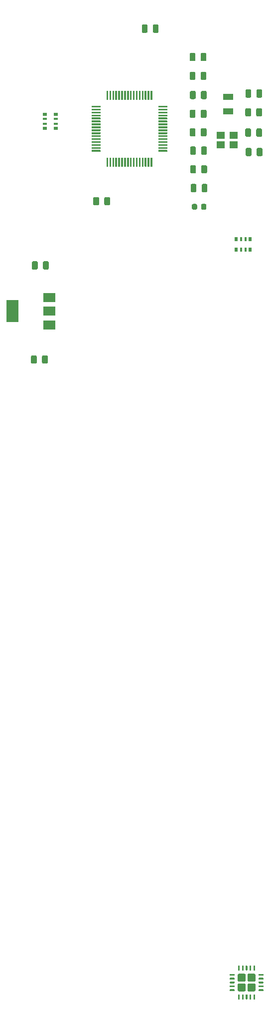
<source format=gbr>
G04 #@! TF.GenerationSoftware,KiCad,Pcbnew,5.1.5*
G04 #@! TF.CreationDate,2020-03-20T22:46:19-05:00*
G04 #@! TF.ProjectId,Reflow,5265666c-6f77-42e6-9b69-6361645f7063,rev?*
G04 #@! TF.SameCoordinates,Original*
G04 #@! TF.FileFunction,Paste,Bot*
G04 #@! TF.FilePolarity,Positive*
%FSLAX46Y46*%
G04 Gerber Fmt 4.6, Leading zero omitted, Abs format (unit mm)*
G04 Created by KiCad (PCBNEW 5.1.5) date 2020-03-20 22:46:19*
%MOMM*%
%LPD*%
G04 APERTURE LIST*
%ADD10C,0.100000*%
%ADD11R,0.800000X0.500000*%
%ADD12R,0.800000X0.400000*%
%ADD13R,0.500000X0.800000*%
%ADD14R,0.400000X0.800000*%
%ADD15R,2.000000X3.800000*%
%ADD16R,2.000000X1.500000*%
%ADD17R,1.400000X1.150000*%
%ADD18R,1.800000X1.000000*%
G04 APERTURE END LIST*
D10*
G36*
X206592642Y-94001174D02*
G01*
X206616303Y-94004684D01*
X206639507Y-94010496D01*
X206662029Y-94018554D01*
X206683653Y-94028782D01*
X206704170Y-94041079D01*
X206723383Y-94055329D01*
X206741107Y-94071393D01*
X206757171Y-94089117D01*
X206771421Y-94108330D01*
X206783718Y-94128847D01*
X206793946Y-94150471D01*
X206802004Y-94172993D01*
X206807816Y-94196197D01*
X206811326Y-94219858D01*
X206812500Y-94243750D01*
X206812500Y-95156250D01*
X206811326Y-95180142D01*
X206807816Y-95203803D01*
X206802004Y-95227007D01*
X206793946Y-95249529D01*
X206783718Y-95271153D01*
X206771421Y-95291670D01*
X206757171Y-95310883D01*
X206741107Y-95328607D01*
X206723383Y-95344671D01*
X206704170Y-95358921D01*
X206683653Y-95371218D01*
X206662029Y-95381446D01*
X206639507Y-95389504D01*
X206616303Y-95395316D01*
X206592642Y-95398826D01*
X206568750Y-95400000D01*
X206081250Y-95400000D01*
X206057358Y-95398826D01*
X206033697Y-95395316D01*
X206010493Y-95389504D01*
X205987971Y-95381446D01*
X205966347Y-95371218D01*
X205945830Y-95358921D01*
X205926617Y-95344671D01*
X205908893Y-95328607D01*
X205892829Y-95310883D01*
X205878579Y-95291670D01*
X205866282Y-95271153D01*
X205856054Y-95249529D01*
X205847996Y-95227007D01*
X205842184Y-95203803D01*
X205838674Y-95180142D01*
X205837500Y-95156250D01*
X205837500Y-94243750D01*
X205838674Y-94219858D01*
X205842184Y-94196197D01*
X205847996Y-94172993D01*
X205856054Y-94150471D01*
X205866282Y-94128847D01*
X205878579Y-94108330D01*
X205892829Y-94089117D01*
X205908893Y-94071393D01*
X205926617Y-94055329D01*
X205945830Y-94041079D01*
X205966347Y-94028782D01*
X205987971Y-94018554D01*
X206010493Y-94010496D01*
X206033697Y-94004684D01*
X206057358Y-94001174D01*
X206081250Y-94000000D01*
X206568750Y-94000000D01*
X206592642Y-94001174D01*
G37*
G36*
X208467642Y-94001174D02*
G01*
X208491303Y-94004684D01*
X208514507Y-94010496D01*
X208537029Y-94018554D01*
X208558653Y-94028782D01*
X208579170Y-94041079D01*
X208598383Y-94055329D01*
X208616107Y-94071393D01*
X208632171Y-94089117D01*
X208646421Y-94108330D01*
X208658718Y-94128847D01*
X208668946Y-94150471D01*
X208677004Y-94172993D01*
X208682816Y-94196197D01*
X208686326Y-94219858D01*
X208687500Y-94243750D01*
X208687500Y-95156250D01*
X208686326Y-95180142D01*
X208682816Y-95203803D01*
X208677004Y-95227007D01*
X208668946Y-95249529D01*
X208658718Y-95271153D01*
X208646421Y-95291670D01*
X208632171Y-95310883D01*
X208616107Y-95328607D01*
X208598383Y-95344671D01*
X208579170Y-95358921D01*
X208558653Y-95371218D01*
X208537029Y-95381446D01*
X208514507Y-95389504D01*
X208491303Y-95395316D01*
X208467642Y-95398826D01*
X208443750Y-95400000D01*
X207956250Y-95400000D01*
X207932358Y-95398826D01*
X207908697Y-95395316D01*
X207885493Y-95389504D01*
X207862971Y-95381446D01*
X207841347Y-95371218D01*
X207820830Y-95358921D01*
X207801617Y-95344671D01*
X207783893Y-95328607D01*
X207767829Y-95310883D01*
X207753579Y-95291670D01*
X207741282Y-95271153D01*
X207731054Y-95249529D01*
X207722996Y-95227007D01*
X207717184Y-95203803D01*
X207713674Y-95180142D01*
X207712500Y-95156250D01*
X207712500Y-94243750D01*
X207713674Y-94219858D01*
X207717184Y-94196197D01*
X207722996Y-94172993D01*
X207731054Y-94150471D01*
X207741282Y-94128847D01*
X207753579Y-94108330D01*
X207767829Y-94089117D01*
X207783893Y-94071393D01*
X207801617Y-94055329D01*
X207820830Y-94041079D01*
X207841347Y-94028782D01*
X207862971Y-94018554D01*
X207885493Y-94010496D01*
X207908697Y-94004684D01*
X207932358Y-94001174D01*
X207956250Y-94000000D01*
X208443750Y-94000000D01*
X208467642Y-94001174D01*
G37*
G36*
X206517642Y-90826174D02*
G01*
X206541303Y-90829684D01*
X206564507Y-90835496D01*
X206587029Y-90843554D01*
X206608653Y-90853782D01*
X206629170Y-90866079D01*
X206648383Y-90880329D01*
X206666107Y-90896393D01*
X206682171Y-90914117D01*
X206696421Y-90933330D01*
X206708718Y-90953847D01*
X206718946Y-90975471D01*
X206727004Y-90997993D01*
X206732816Y-91021197D01*
X206736326Y-91044858D01*
X206737500Y-91068750D01*
X206737500Y-91981250D01*
X206736326Y-92005142D01*
X206732816Y-92028803D01*
X206727004Y-92052007D01*
X206718946Y-92074529D01*
X206708718Y-92096153D01*
X206696421Y-92116670D01*
X206682171Y-92135883D01*
X206666107Y-92153607D01*
X206648383Y-92169671D01*
X206629170Y-92183921D01*
X206608653Y-92196218D01*
X206587029Y-92206446D01*
X206564507Y-92214504D01*
X206541303Y-92220316D01*
X206517642Y-92223826D01*
X206493750Y-92225000D01*
X206006250Y-92225000D01*
X205982358Y-92223826D01*
X205958697Y-92220316D01*
X205935493Y-92214504D01*
X205912971Y-92206446D01*
X205891347Y-92196218D01*
X205870830Y-92183921D01*
X205851617Y-92169671D01*
X205833893Y-92153607D01*
X205817829Y-92135883D01*
X205803579Y-92116670D01*
X205791282Y-92096153D01*
X205781054Y-92074529D01*
X205772996Y-92052007D01*
X205767184Y-92028803D01*
X205763674Y-92005142D01*
X205762500Y-91981250D01*
X205762500Y-91068750D01*
X205763674Y-91044858D01*
X205767184Y-91021197D01*
X205772996Y-90997993D01*
X205781054Y-90975471D01*
X205791282Y-90953847D01*
X205803579Y-90933330D01*
X205817829Y-90914117D01*
X205833893Y-90896393D01*
X205851617Y-90880329D01*
X205870830Y-90866079D01*
X205891347Y-90853782D01*
X205912971Y-90843554D01*
X205935493Y-90835496D01*
X205958697Y-90829684D01*
X205982358Y-90826174D01*
X206006250Y-90825000D01*
X206493750Y-90825000D01*
X206517642Y-90826174D01*
G37*
G36*
X208392642Y-90826174D02*
G01*
X208416303Y-90829684D01*
X208439507Y-90835496D01*
X208462029Y-90843554D01*
X208483653Y-90853782D01*
X208504170Y-90866079D01*
X208523383Y-90880329D01*
X208541107Y-90896393D01*
X208557171Y-90914117D01*
X208571421Y-90933330D01*
X208583718Y-90953847D01*
X208593946Y-90975471D01*
X208602004Y-90997993D01*
X208607816Y-91021197D01*
X208611326Y-91044858D01*
X208612500Y-91068750D01*
X208612500Y-91981250D01*
X208611326Y-92005142D01*
X208607816Y-92028803D01*
X208602004Y-92052007D01*
X208593946Y-92074529D01*
X208583718Y-92096153D01*
X208571421Y-92116670D01*
X208557171Y-92135883D01*
X208541107Y-92153607D01*
X208523383Y-92169671D01*
X208504170Y-92183921D01*
X208483653Y-92196218D01*
X208462029Y-92206446D01*
X208439507Y-92214504D01*
X208416303Y-92220316D01*
X208392642Y-92223826D01*
X208368750Y-92225000D01*
X207881250Y-92225000D01*
X207857358Y-92223826D01*
X207833697Y-92220316D01*
X207810493Y-92214504D01*
X207787971Y-92206446D01*
X207766347Y-92196218D01*
X207745830Y-92183921D01*
X207726617Y-92169671D01*
X207708893Y-92153607D01*
X207692829Y-92135883D01*
X207678579Y-92116670D01*
X207666282Y-92096153D01*
X207656054Y-92074529D01*
X207647996Y-92052007D01*
X207642184Y-92028803D01*
X207638674Y-92005142D01*
X207637500Y-91981250D01*
X207637500Y-91068750D01*
X207638674Y-91044858D01*
X207642184Y-91021197D01*
X207647996Y-90997993D01*
X207656054Y-90975471D01*
X207666282Y-90953847D01*
X207678579Y-90933330D01*
X207692829Y-90914117D01*
X207708893Y-90896393D01*
X207726617Y-90880329D01*
X207745830Y-90866079D01*
X207766347Y-90853782D01*
X207787971Y-90843554D01*
X207810493Y-90835496D01*
X207833697Y-90829684D01*
X207857358Y-90826174D01*
X207881250Y-90825000D01*
X208368750Y-90825000D01*
X208392642Y-90826174D01*
G37*
G36*
X208292642Y-71776174D02*
G01*
X208316303Y-71779684D01*
X208339507Y-71785496D01*
X208362029Y-71793554D01*
X208383653Y-71803782D01*
X208404170Y-71816079D01*
X208423383Y-71830329D01*
X208441107Y-71846393D01*
X208457171Y-71864117D01*
X208471421Y-71883330D01*
X208483718Y-71903847D01*
X208493946Y-71925471D01*
X208502004Y-71947993D01*
X208507816Y-71971197D01*
X208511326Y-71994858D01*
X208512500Y-72018750D01*
X208512500Y-72931250D01*
X208511326Y-72955142D01*
X208507816Y-72978803D01*
X208502004Y-73002007D01*
X208493946Y-73024529D01*
X208483718Y-73046153D01*
X208471421Y-73066670D01*
X208457171Y-73085883D01*
X208441107Y-73103607D01*
X208423383Y-73119671D01*
X208404170Y-73133921D01*
X208383653Y-73146218D01*
X208362029Y-73156446D01*
X208339507Y-73164504D01*
X208316303Y-73170316D01*
X208292642Y-73173826D01*
X208268750Y-73175000D01*
X207781250Y-73175000D01*
X207757358Y-73173826D01*
X207733697Y-73170316D01*
X207710493Y-73164504D01*
X207687971Y-73156446D01*
X207666347Y-73146218D01*
X207645830Y-73133921D01*
X207626617Y-73119671D01*
X207608893Y-73103607D01*
X207592829Y-73085883D01*
X207578579Y-73066670D01*
X207566282Y-73046153D01*
X207556054Y-73024529D01*
X207547996Y-73002007D01*
X207542184Y-72978803D01*
X207538674Y-72955142D01*
X207537500Y-72931250D01*
X207537500Y-72018750D01*
X207538674Y-71994858D01*
X207542184Y-71971197D01*
X207547996Y-71947993D01*
X207556054Y-71925471D01*
X207566282Y-71903847D01*
X207578579Y-71883330D01*
X207592829Y-71864117D01*
X207608893Y-71846393D01*
X207626617Y-71830329D01*
X207645830Y-71816079D01*
X207666347Y-71803782D01*
X207687971Y-71793554D01*
X207710493Y-71785496D01*
X207733697Y-71779684D01*
X207757358Y-71776174D01*
X207781250Y-71775000D01*
X208268750Y-71775000D01*
X208292642Y-71776174D01*
G37*
G36*
X206417642Y-71776174D02*
G01*
X206441303Y-71779684D01*
X206464507Y-71785496D01*
X206487029Y-71793554D01*
X206508653Y-71803782D01*
X206529170Y-71816079D01*
X206548383Y-71830329D01*
X206566107Y-71846393D01*
X206582171Y-71864117D01*
X206596421Y-71883330D01*
X206608718Y-71903847D01*
X206618946Y-71925471D01*
X206627004Y-71947993D01*
X206632816Y-71971197D01*
X206636326Y-71994858D01*
X206637500Y-72018750D01*
X206637500Y-72931250D01*
X206636326Y-72955142D01*
X206632816Y-72978803D01*
X206627004Y-73002007D01*
X206618946Y-73024529D01*
X206608718Y-73046153D01*
X206596421Y-73066670D01*
X206582171Y-73085883D01*
X206566107Y-73103607D01*
X206548383Y-73119671D01*
X206529170Y-73133921D01*
X206508653Y-73146218D01*
X206487029Y-73156446D01*
X206464507Y-73164504D01*
X206441303Y-73170316D01*
X206417642Y-73173826D01*
X206393750Y-73175000D01*
X205906250Y-73175000D01*
X205882358Y-73173826D01*
X205858697Y-73170316D01*
X205835493Y-73164504D01*
X205812971Y-73156446D01*
X205791347Y-73146218D01*
X205770830Y-73133921D01*
X205751617Y-73119671D01*
X205733893Y-73103607D01*
X205717829Y-73085883D01*
X205703579Y-73066670D01*
X205691282Y-73046153D01*
X205681054Y-73024529D01*
X205672996Y-73002007D01*
X205667184Y-72978803D01*
X205663674Y-72955142D01*
X205662500Y-72931250D01*
X205662500Y-72018750D01*
X205663674Y-71994858D01*
X205667184Y-71971197D01*
X205672996Y-71947993D01*
X205681054Y-71925471D01*
X205691282Y-71903847D01*
X205703579Y-71883330D01*
X205717829Y-71864117D01*
X205733893Y-71846393D01*
X205751617Y-71830329D01*
X205770830Y-71816079D01*
X205791347Y-71803782D01*
X205812971Y-71793554D01*
X205835493Y-71785496D01*
X205858697Y-71779684D01*
X205882358Y-71776174D01*
X205906250Y-71775000D01*
X206393750Y-71775000D01*
X206417642Y-71776174D01*
G37*
G36*
X208292642Y-74976174D02*
G01*
X208316303Y-74979684D01*
X208339507Y-74985496D01*
X208362029Y-74993554D01*
X208383653Y-75003782D01*
X208404170Y-75016079D01*
X208423383Y-75030329D01*
X208441107Y-75046393D01*
X208457171Y-75064117D01*
X208471421Y-75083330D01*
X208483718Y-75103847D01*
X208493946Y-75125471D01*
X208502004Y-75147993D01*
X208507816Y-75171197D01*
X208511326Y-75194858D01*
X208512500Y-75218750D01*
X208512500Y-76131250D01*
X208511326Y-76155142D01*
X208507816Y-76178803D01*
X208502004Y-76202007D01*
X208493946Y-76224529D01*
X208483718Y-76246153D01*
X208471421Y-76266670D01*
X208457171Y-76285883D01*
X208441107Y-76303607D01*
X208423383Y-76319671D01*
X208404170Y-76333921D01*
X208383653Y-76346218D01*
X208362029Y-76356446D01*
X208339507Y-76364504D01*
X208316303Y-76370316D01*
X208292642Y-76373826D01*
X208268750Y-76375000D01*
X207781250Y-76375000D01*
X207757358Y-76373826D01*
X207733697Y-76370316D01*
X207710493Y-76364504D01*
X207687971Y-76356446D01*
X207666347Y-76346218D01*
X207645830Y-76333921D01*
X207626617Y-76319671D01*
X207608893Y-76303607D01*
X207592829Y-76285883D01*
X207578579Y-76266670D01*
X207566282Y-76246153D01*
X207556054Y-76224529D01*
X207547996Y-76202007D01*
X207542184Y-76178803D01*
X207538674Y-76155142D01*
X207537500Y-76131250D01*
X207537500Y-75218750D01*
X207538674Y-75194858D01*
X207542184Y-75171197D01*
X207547996Y-75147993D01*
X207556054Y-75125471D01*
X207566282Y-75103847D01*
X207578579Y-75083330D01*
X207592829Y-75064117D01*
X207608893Y-75046393D01*
X207626617Y-75030329D01*
X207645830Y-75016079D01*
X207666347Y-75003782D01*
X207687971Y-74993554D01*
X207710493Y-74985496D01*
X207733697Y-74979684D01*
X207757358Y-74976174D01*
X207781250Y-74975000D01*
X208268750Y-74975000D01*
X208292642Y-74976174D01*
G37*
G36*
X206417642Y-74976174D02*
G01*
X206441303Y-74979684D01*
X206464507Y-74985496D01*
X206487029Y-74993554D01*
X206508653Y-75003782D01*
X206529170Y-75016079D01*
X206548383Y-75030329D01*
X206566107Y-75046393D01*
X206582171Y-75064117D01*
X206596421Y-75083330D01*
X206608718Y-75103847D01*
X206618946Y-75125471D01*
X206627004Y-75147993D01*
X206632816Y-75171197D01*
X206636326Y-75194858D01*
X206637500Y-75218750D01*
X206637500Y-76131250D01*
X206636326Y-76155142D01*
X206632816Y-76178803D01*
X206627004Y-76202007D01*
X206618946Y-76224529D01*
X206608718Y-76246153D01*
X206596421Y-76266670D01*
X206582171Y-76285883D01*
X206566107Y-76303607D01*
X206548383Y-76319671D01*
X206529170Y-76333921D01*
X206508653Y-76346218D01*
X206487029Y-76356446D01*
X206464507Y-76364504D01*
X206441303Y-76370316D01*
X206417642Y-76373826D01*
X206393750Y-76375000D01*
X205906250Y-76375000D01*
X205882358Y-76373826D01*
X205858697Y-76370316D01*
X205835493Y-76364504D01*
X205812971Y-76356446D01*
X205791347Y-76346218D01*
X205770830Y-76333921D01*
X205751617Y-76319671D01*
X205733893Y-76303607D01*
X205717829Y-76285883D01*
X205703579Y-76266670D01*
X205691282Y-76246153D01*
X205681054Y-76224529D01*
X205672996Y-76202007D01*
X205667184Y-76178803D01*
X205663674Y-76155142D01*
X205662500Y-76131250D01*
X205662500Y-75218750D01*
X205663674Y-75194858D01*
X205667184Y-75171197D01*
X205672996Y-75147993D01*
X205681054Y-75125471D01*
X205691282Y-75103847D01*
X205703579Y-75083330D01*
X205717829Y-75064117D01*
X205733893Y-75046393D01*
X205751617Y-75030329D01*
X205770830Y-75016079D01*
X205791347Y-75003782D01*
X205812971Y-74993554D01*
X205835493Y-74985496D01*
X205858697Y-74979684D01*
X205882358Y-74976174D01*
X205906250Y-74975000D01*
X206393750Y-74975000D01*
X206417642Y-74976174D01*
G37*
G36*
X200167642Y-66976174D02*
G01*
X200191303Y-66979684D01*
X200214507Y-66985496D01*
X200237029Y-66993554D01*
X200258653Y-67003782D01*
X200279170Y-67016079D01*
X200298383Y-67030329D01*
X200316107Y-67046393D01*
X200332171Y-67064117D01*
X200346421Y-67083330D01*
X200358718Y-67103847D01*
X200368946Y-67125471D01*
X200377004Y-67147993D01*
X200382816Y-67171197D01*
X200386326Y-67194858D01*
X200387500Y-67218750D01*
X200387500Y-68131250D01*
X200386326Y-68155142D01*
X200382816Y-68178803D01*
X200377004Y-68202007D01*
X200368946Y-68224529D01*
X200358718Y-68246153D01*
X200346421Y-68266670D01*
X200332171Y-68285883D01*
X200316107Y-68303607D01*
X200298383Y-68319671D01*
X200279170Y-68333921D01*
X200258653Y-68346218D01*
X200237029Y-68356446D01*
X200214507Y-68364504D01*
X200191303Y-68370316D01*
X200167642Y-68373826D01*
X200143750Y-68375000D01*
X199656250Y-68375000D01*
X199632358Y-68373826D01*
X199608697Y-68370316D01*
X199585493Y-68364504D01*
X199562971Y-68356446D01*
X199541347Y-68346218D01*
X199520830Y-68333921D01*
X199501617Y-68319671D01*
X199483893Y-68303607D01*
X199467829Y-68285883D01*
X199453579Y-68266670D01*
X199441282Y-68246153D01*
X199431054Y-68224529D01*
X199422996Y-68202007D01*
X199417184Y-68178803D01*
X199413674Y-68155142D01*
X199412500Y-68131250D01*
X199412500Y-67218750D01*
X199413674Y-67194858D01*
X199417184Y-67171197D01*
X199422996Y-67147993D01*
X199431054Y-67125471D01*
X199441282Y-67103847D01*
X199453579Y-67083330D01*
X199467829Y-67064117D01*
X199483893Y-67046393D01*
X199501617Y-67030329D01*
X199520830Y-67016079D01*
X199541347Y-67003782D01*
X199562971Y-66993554D01*
X199585493Y-66985496D01*
X199608697Y-66979684D01*
X199632358Y-66976174D01*
X199656250Y-66975000D01*
X200143750Y-66975000D01*
X200167642Y-66976174D01*
G37*
G36*
X198292642Y-66976174D02*
G01*
X198316303Y-66979684D01*
X198339507Y-66985496D01*
X198362029Y-66993554D01*
X198383653Y-67003782D01*
X198404170Y-67016079D01*
X198423383Y-67030329D01*
X198441107Y-67046393D01*
X198457171Y-67064117D01*
X198471421Y-67083330D01*
X198483718Y-67103847D01*
X198493946Y-67125471D01*
X198502004Y-67147993D01*
X198507816Y-67171197D01*
X198511326Y-67194858D01*
X198512500Y-67218750D01*
X198512500Y-68131250D01*
X198511326Y-68155142D01*
X198507816Y-68178803D01*
X198502004Y-68202007D01*
X198493946Y-68224529D01*
X198483718Y-68246153D01*
X198471421Y-68266670D01*
X198457171Y-68285883D01*
X198441107Y-68303607D01*
X198423383Y-68319671D01*
X198404170Y-68333921D01*
X198383653Y-68346218D01*
X198362029Y-68356446D01*
X198339507Y-68364504D01*
X198316303Y-68370316D01*
X198292642Y-68373826D01*
X198268750Y-68375000D01*
X197781250Y-68375000D01*
X197757358Y-68373826D01*
X197733697Y-68370316D01*
X197710493Y-68364504D01*
X197687971Y-68356446D01*
X197666347Y-68346218D01*
X197645830Y-68333921D01*
X197626617Y-68319671D01*
X197608893Y-68303607D01*
X197592829Y-68285883D01*
X197578579Y-68266670D01*
X197566282Y-68246153D01*
X197556054Y-68224529D01*
X197547996Y-68202007D01*
X197542184Y-68178803D01*
X197538674Y-68155142D01*
X197537500Y-68131250D01*
X197537500Y-67218750D01*
X197538674Y-67194858D01*
X197542184Y-67171197D01*
X197547996Y-67147993D01*
X197556054Y-67125471D01*
X197566282Y-67103847D01*
X197578579Y-67083330D01*
X197592829Y-67064117D01*
X197608893Y-67046393D01*
X197626617Y-67030329D01*
X197645830Y-67016079D01*
X197666347Y-67003782D01*
X197687971Y-66993554D01*
X197710493Y-66985496D01*
X197733697Y-66979684D01*
X197757358Y-66976174D01*
X197781250Y-66975000D01*
X198268750Y-66975000D01*
X198292642Y-66976174D01*
G37*
G36*
X190042642Y-96226174D02*
G01*
X190066303Y-96229684D01*
X190089507Y-96235496D01*
X190112029Y-96243554D01*
X190133653Y-96253782D01*
X190154170Y-96266079D01*
X190173383Y-96280329D01*
X190191107Y-96296393D01*
X190207171Y-96314117D01*
X190221421Y-96333330D01*
X190233718Y-96353847D01*
X190243946Y-96375471D01*
X190252004Y-96397993D01*
X190257816Y-96421197D01*
X190261326Y-96444858D01*
X190262500Y-96468750D01*
X190262500Y-97381250D01*
X190261326Y-97405142D01*
X190257816Y-97428803D01*
X190252004Y-97452007D01*
X190243946Y-97474529D01*
X190233718Y-97496153D01*
X190221421Y-97516670D01*
X190207171Y-97535883D01*
X190191107Y-97553607D01*
X190173383Y-97569671D01*
X190154170Y-97583921D01*
X190133653Y-97596218D01*
X190112029Y-97606446D01*
X190089507Y-97614504D01*
X190066303Y-97620316D01*
X190042642Y-97623826D01*
X190018750Y-97625000D01*
X189531250Y-97625000D01*
X189507358Y-97623826D01*
X189483697Y-97620316D01*
X189460493Y-97614504D01*
X189437971Y-97606446D01*
X189416347Y-97596218D01*
X189395830Y-97583921D01*
X189376617Y-97569671D01*
X189358893Y-97553607D01*
X189342829Y-97535883D01*
X189328579Y-97516670D01*
X189316282Y-97496153D01*
X189306054Y-97474529D01*
X189297996Y-97452007D01*
X189292184Y-97428803D01*
X189288674Y-97405142D01*
X189287500Y-97381250D01*
X189287500Y-96468750D01*
X189288674Y-96444858D01*
X189292184Y-96421197D01*
X189297996Y-96397993D01*
X189306054Y-96375471D01*
X189316282Y-96353847D01*
X189328579Y-96333330D01*
X189342829Y-96314117D01*
X189358893Y-96296393D01*
X189376617Y-96280329D01*
X189395830Y-96266079D01*
X189416347Y-96253782D01*
X189437971Y-96243554D01*
X189460493Y-96235496D01*
X189483697Y-96229684D01*
X189507358Y-96226174D01*
X189531250Y-96225000D01*
X190018750Y-96225000D01*
X190042642Y-96226174D01*
G37*
G36*
X191917642Y-96226174D02*
G01*
X191941303Y-96229684D01*
X191964507Y-96235496D01*
X191987029Y-96243554D01*
X192008653Y-96253782D01*
X192029170Y-96266079D01*
X192048383Y-96280329D01*
X192066107Y-96296393D01*
X192082171Y-96314117D01*
X192096421Y-96333330D01*
X192108718Y-96353847D01*
X192118946Y-96375471D01*
X192127004Y-96397993D01*
X192132816Y-96421197D01*
X192136326Y-96444858D01*
X192137500Y-96468750D01*
X192137500Y-97381250D01*
X192136326Y-97405142D01*
X192132816Y-97428803D01*
X192127004Y-97452007D01*
X192118946Y-97474529D01*
X192108718Y-97496153D01*
X192096421Y-97516670D01*
X192082171Y-97535883D01*
X192066107Y-97553607D01*
X192048383Y-97569671D01*
X192029170Y-97583921D01*
X192008653Y-97596218D01*
X191987029Y-97606446D01*
X191964507Y-97614504D01*
X191941303Y-97620316D01*
X191917642Y-97623826D01*
X191893750Y-97625000D01*
X191406250Y-97625000D01*
X191382358Y-97623826D01*
X191358697Y-97620316D01*
X191335493Y-97614504D01*
X191312971Y-97606446D01*
X191291347Y-97596218D01*
X191270830Y-97583921D01*
X191251617Y-97569671D01*
X191233893Y-97553607D01*
X191217829Y-97535883D01*
X191203579Y-97516670D01*
X191191282Y-97496153D01*
X191181054Y-97474529D01*
X191172996Y-97452007D01*
X191167184Y-97428803D01*
X191163674Y-97405142D01*
X191162500Y-97381250D01*
X191162500Y-96468750D01*
X191163674Y-96444858D01*
X191167184Y-96421197D01*
X191172996Y-96397993D01*
X191181054Y-96375471D01*
X191191282Y-96353847D01*
X191203579Y-96333330D01*
X191217829Y-96314117D01*
X191233893Y-96296393D01*
X191251617Y-96280329D01*
X191270830Y-96266079D01*
X191291347Y-96253782D01*
X191312971Y-96243554D01*
X191335493Y-96235496D01*
X191358697Y-96229684D01*
X191382358Y-96226174D01*
X191406250Y-96225000D01*
X191893750Y-96225000D01*
X191917642Y-96226174D01*
G37*
G36*
X215867642Y-84601174D02*
G01*
X215891303Y-84604684D01*
X215914507Y-84610496D01*
X215937029Y-84618554D01*
X215958653Y-84628782D01*
X215979170Y-84641079D01*
X215998383Y-84655329D01*
X216016107Y-84671393D01*
X216032171Y-84689117D01*
X216046421Y-84708330D01*
X216058718Y-84728847D01*
X216068946Y-84750471D01*
X216077004Y-84772993D01*
X216082816Y-84796197D01*
X216086326Y-84819858D01*
X216087500Y-84843750D01*
X216087500Y-85756250D01*
X216086326Y-85780142D01*
X216082816Y-85803803D01*
X216077004Y-85827007D01*
X216068946Y-85849529D01*
X216058718Y-85871153D01*
X216046421Y-85891670D01*
X216032171Y-85910883D01*
X216016107Y-85928607D01*
X215998383Y-85944671D01*
X215979170Y-85958921D01*
X215958653Y-85971218D01*
X215937029Y-85981446D01*
X215914507Y-85989504D01*
X215891303Y-85995316D01*
X215867642Y-85998826D01*
X215843750Y-86000000D01*
X215356250Y-86000000D01*
X215332358Y-85998826D01*
X215308697Y-85995316D01*
X215285493Y-85989504D01*
X215262971Y-85981446D01*
X215241347Y-85971218D01*
X215220830Y-85958921D01*
X215201617Y-85944671D01*
X215183893Y-85928607D01*
X215167829Y-85910883D01*
X215153579Y-85891670D01*
X215141282Y-85871153D01*
X215131054Y-85849529D01*
X215122996Y-85827007D01*
X215117184Y-85803803D01*
X215113674Y-85780142D01*
X215112500Y-85756250D01*
X215112500Y-84843750D01*
X215113674Y-84819858D01*
X215117184Y-84796197D01*
X215122996Y-84772993D01*
X215131054Y-84750471D01*
X215141282Y-84728847D01*
X215153579Y-84708330D01*
X215167829Y-84689117D01*
X215183893Y-84671393D01*
X215201617Y-84655329D01*
X215220830Y-84641079D01*
X215241347Y-84628782D01*
X215262971Y-84618554D01*
X215285493Y-84610496D01*
X215308697Y-84604684D01*
X215332358Y-84601174D01*
X215356250Y-84600000D01*
X215843750Y-84600000D01*
X215867642Y-84601174D01*
G37*
G36*
X217742642Y-84601174D02*
G01*
X217766303Y-84604684D01*
X217789507Y-84610496D01*
X217812029Y-84618554D01*
X217833653Y-84628782D01*
X217854170Y-84641079D01*
X217873383Y-84655329D01*
X217891107Y-84671393D01*
X217907171Y-84689117D01*
X217921421Y-84708330D01*
X217933718Y-84728847D01*
X217943946Y-84750471D01*
X217952004Y-84772993D01*
X217957816Y-84796197D01*
X217961326Y-84819858D01*
X217962500Y-84843750D01*
X217962500Y-85756250D01*
X217961326Y-85780142D01*
X217957816Y-85803803D01*
X217952004Y-85827007D01*
X217943946Y-85849529D01*
X217933718Y-85871153D01*
X217921421Y-85891670D01*
X217907171Y-85910883D01*
X217891107Y-85928607D01*
X217873383Y-85944671D01*
X217854170Y-85958921D01*
X217833653Y-85971218D01*
X217812029Y-85981446D01*
X217789507Y-85989504D01*
X217766303Y-85995316D01*
X217742642Y-85998826D01*
X217718750Y-86000000D01*
X217231250Y-86000000D01*
X217207358Y-85998826D01*
X217183697Y-85995316D01*
X217160493Y-85989504D01*
X217137971Y-85981446D01*
X217116347Y-85971218D01*
X217095830Y-85958921D01*
X217076617Y-85944671D01*
X217058893Y-85928607D01*
X217042829Y-85910883D01*
X217028579Y-85891670D01*
X217016282Y-85871153D01*
X217006054Y-85849529D01*
X216997996Y-85827007D01*
X216992184Y-85803803D01*
X216988674Y-85780142D01*
X216987500Y-85756250D01*
X216987500Y-84843750D01*
X216988674Y-84819858D01*
X216992184Y-84796197D01*
X216997996Y-84772993D01*
X217006054Y-84750471D01*
X217016282Y-84728847D01*
X217028579Y-84708330D01*
X217042829Y-84689117D01*
X217058893Y-84671393D01*
X217076617Y-84655329D01*
X217095830Y-84641079D01*
X217116347Y-84628782D01*
X217137971Y-84618554D01*
X217160493Y-84610496D01*
X217183697Y-84604684D01*
X217207358Y-84601174D01*
X217231250Y-84600000D01*
X217718750Y-84600000D01*
X217742642Y-84601174D01*
G37*
G36*
X215942642Y-87901174D02*
G01*
X215966303Y-87904684D01*
X215989507Y-87910496D01*
X216012029Y-87918554D01*
X216033653Y-87928782D01*
X216054170Y-87941079D01*
X216073383Y-87955329D01*
X216091107Y-87971393D01*
X216107171Y-87989117D01*
X216121421Y-88008330D01*
X216133718Y-88028847D01*
X216143946Y-88050471D01*
X216152004Y-88072993D01*
X216157816Y-88096197D01*
X216161326Y-88119858D01*
X216162500Y-88143750D01*
X216162500Y-89056250D01*
X216161326Y-89080142D01*
X216157816Y-89103803D01*
X216152004Y-89127007D01*
X216143946Y-89149529D01*
X216133718Y-89171153D01*
X216121421Y-89191670D01*
X216107171Y-89210883D01*
X216091107Y-89228607D01*
X216073383Y-89244671D01*
X216054170Y-89258921D01*
X216033653Y-89271218D01*
X216012029Y-89281446D01*
X215989507Y-89289504D01*
X215966303Y-89295316D01*
X215942642Y-89298826D01*
X215918750Y-89300000D01*
X215431250Y-89300000D01*
X215407358Y-89298826D01*
X215383697Y-89295316D01*
X215360493Y-89289504D01*
X215337971Y-89281446D01*
X215316347Y-89271218D01*
X215295830Y-89258921D01*
X215276617Y-89244671D01*
X215258893Y-89228607D01*
X215242829Y-89210883D01*
X215228579Y-89191670D01*
X215216282Y-89171153D01*
X215206054Y-89149529D01*
X215197996Y-89127007D01*
X215192184Y-89103803D01*
X215188674Y-89080142D01*
X215187500Y-89056250D01*
X215187500Y-88143750D01*
X215188674Y-88119858D01*
X215192184Y-88096197D01*
X215197996Y-88072993D01*
X215206054Y-88050471D01*
X215216282Y-88028847D01*
X215228579Y-88008330D01*
X215242829Y-87989117D01*
X215258893Y-87971393D01*
X215276617Y-87955329D01*
X215295830Y-87941079D01*
X215316347Y-87928782D01*
X215337971Y-87918554D01*
X215360493Y-87910496D01*
X215383697Y-87904684D01*
X215407358Y-87901174D01*
X215431250Y-87900000D01*
X215918750Y-87900000D01*
X215942642Y-87901174D01*
G37*
G36*
X217817642Y-87901174D02*
G01*
X217841303Y-87904684D01*
X217864507Y-87910496D01*
X217887029Y-87918554D01*
X217908653Y-87928782D01*
X217929170Y-87941079D01*
X217948383Y-87955329D01*
X217966107Y-87971393D01*
X217982171Y-87989117D01*
X217996421Y-88008330D01*
X218008718Y-88028847D01*
X218018946Y-88050471D01*
X218027004Y-88072993D01*
X218032816Y-88096197D01*
X218036326Y-88119858D01*
X218037500Y-88143750D01*
X218037500Y-89056250D01*
X218036326Y-89080142D01*
X218032816Y-89103803D01*
X218027004Y-89127007D01*
X218018946Y-89149529D01*
X218008718Y-89171153D01*
X217996421Y-89191670D01*
X217982171Y-89210883D01*
X217966107Y-89228607D01*
X217948383Y-89244671D01*
X217929170Y-89258921D01*
X217908653Y-89271218D01*
X217887029Y-89281446D01*
X217864507Y-89289504D01*
X217841303Y-89295316D01*
X217817642Y-89298826D01*
X217793750Y-89300000D01*
X217306250Y-89300000D01*
X217282358Y-89298826D01*
X217258697Y-89295316D01*
X217235493Y-89289504D01*
X217212971Y-89281446D01*
X217191347Y-89271218D01*
X217170830Y-89258921D01*
X217151617Y-89244671D01*
X217133893Y-89228607D01*
X217117829Y-89210883D01*
X217103579Y-89191670D01*
X217091282Y-89171153D01*
X217081054Y-89149529D01*
X217072996Y-89127007D01*
X217067184Y-89103803D01*
X217063674Y-89080142D01*
X217062500Y-89056250D01*
X217062500Y-88143750D01*
X217063674Y-88119858D01*
X217067184Y-88096197D01*
X217072996Y-88072993D01*
X217081054Y-88050471D01*
X217091282Y-88028847D01*
X217103579Y-88008330D01*
X217117829Y-87989117D01*
X217133893Y-87971393D01*
X217151617Y-87955329D01*
X217170830Y-87941079D01*
X217191347Y-87928782D01*
X217212971Y-87918554D01*
X217235493Y-87910496D01*
X217258697Y-87904684D01*
X217282358Y-87901174D01*
X217306250Y-87900000D01*
X217793750Y-87900000D01*
X217817642Y-87901174D01*
G37*
G36*
X215892642Y-77976174D02*
G01*
X215916303Y-77979684D01*
X215939507Y-77985496D01*
X215962029Y-77993554D01*
X215983653Y-78003782D01*
X216004170Y-78016079D01*
X216023383Y-78030329D01*
X216041107Y-78046393D01*
X216057171Y-78064117D01*
X216071421Y-78083330D01*
X216083718Y-78103847D01*
X216093946Y-78125471D01*
X216102004Y-78147993D01*
X216107816Y-78171197D01*
X216111326Y-78194858D01*
X216112500Y-78218750D01*
X216112500Y-79131250D01*
X216111326Y-79155142D01*
X216107816Y-79178803D01*
X216102004Y-79202007D01*
X216093946Y-79224529D01*
X216083718Y-79246153D01*
X216071421Y-79266670D01*
X216057171Y-79285883D01*
X216041107Y-79303607D01*
X216023383Y-79319671D01*
X216004170Y-79333921D01*
X215983653Y-79346218D01*
X215962029Y-79356446D01*
X215939507Y-79364504D01*
X215916303Y-79370316D01*
X215892642Y-79373826D01*
X215868750Y-79375000D01*
X215381250Y-79375000D01*
X215357358Y-79373826D01*
X215333697Y-79370316D01*
X215310493Y-79364504D01*
X215287971Y-79356446D01*
X215266347Y-79346218D01*
X215245830Y-79333921D01*
X215226617Y-79319671D01*
X215208893Y-79303607D01*
X215192829Y-79285883D01*
X215178579Y-79266670D01*
X215166282Y-79246153D01*
X215156054Y-79224529D01*
X215147996Y-79202007D01*
X215142184Y-79178803D01*
X215138674Y-79155142D01*
X215137500Y-79131250D01*
X215137500Y-78218750D01*
X215138674Y-78194858D01*
X215142184Y-78171197D01*
X215147996Y-78147993D01*
X215156054Y-78125471D01*
X215166282Y-78103847D01*
X215178579Y-78083330D01*
X215192829Y-78064117D01*
X215208893Y-78046393D01*
X215226617Y-78030329D01*
X215245830Y-78016079D01*
X215266347Y-78003782D01*
X215287971Y-77993554D01*
X215310493Y-77985496D01*
X215333697Y-77979684D01*
X215357358Y-77976174D01*
X215381250Y-77975000D01*
X215868750Y-77975000D01*
X215892642Y-77976174D01*
G37*
G36*
X217767642Y-77976174D02*
G01*
X217791303Y-77979684D01*
X217814507Y-77985496D01*
X217837029Y-77993554D01*
X217858653Y-78003782D01*
X217879170Y-78016079D01*
X217898383Y-78030329D01*
X217916107Y-78046393D01*
X217932171Y-78064117D01*
X217946421Y-78083330D01*
X217958718Y-78103847D01*
X217968946Y-78125471D01*
X217977004Y-78147993D01*
X217982816Y-78171197D01*
X217986326Y-78194858D01*
X217987500Y-78218750D01*
X217987500Y-79131250D01*
X217986326Y-79155142D01*
X217982816Y-79178803D01*
X217977004Y-79202007D01*
X217968946Y-79224529D01*
X217958718Y-79246153D01*
X217946421Y-79266670D01*
X217932171Y-79285883D01*
X217916107Y-79303607D01*
X217898383Y-79319671D01*
X217879170Y-79333921D01*
X217858653Y-79346218D01*
X217837029Y-79356446D01*
X217814507Y-79364504D01*
X217791303Y-79370316D01*
X217767642Y-79373826D01*
X217743750Y-79375000D01*
X217256250Y-79375000D01*
X217232358Y-79373826D01*
X217208697Y-79370316D01*
X217185493Y-79364504D01*
X217162971Y-79356446D01*
X217141347Y-79346218D01*
X217120830Y-79333921D01*
X217101617Y-79319671D01*
X217083893Y-79303607D01*
X217067829Y-79285883D01*
X217053579Y-79266670D01*
X217041282Y-79246153D01*
X217031054Y-79224529D01*
X217022996Y-79202007D01*
X217017184Y-79178803D01*
X217013674Y-79155142D01*
X217012500Y-79131250D01*
X217012500Y-78218750D01*
X217013674Y-78194858D01*
X217017184Y-78171197D01*
X217022996Y-78147993D01*
X217031054Y-78125471D01*
X217041282Y-78103847D01*
X217053579Y-78083330D01*
X217067829Y-78064117D01*
X217083893Y-78046393D01*
X217101617Y-78030329D01*
X217120830Y-78016079D01*
X217141347Y-78003782D01*
X217162971Y-77993554D01*
X217185493Y-77985496D01*
X217208697Y-77979684D01*
X217232358Y-77976174D01*
X217256250Y-77975000D01*
X217743750Y-77975000D01*
X217767642Y-77976174D01*
G37*
G36*
X217742642Y-81151174D02*
G01*
X217766303Y-81154684D01*
X217789507Y-81160496D01*
X217812029Y-81168554D01*
X217833653Y-81178782D01*
X217854170Y-81191079D01*
X217873383Y-81205329D01*
X217891107Y-81221393D01*
X217907171Y-81239117D01*
X217921421Y-81258330D01*
X217933718Y-81278847D01*
X217943946Y-81300471D01*
X217952004Y-81322993D01*
X217957816Y-81346197D01*
X217961326Y-81369858D01*
X217962500Y-81393750D01*
X217962500Y-82306250D01*
X217961326Y-82330142D01*
X217957816Y-82353803D01*
X217952004Y-82377007D01*
X217943946Y-82399529D01*
X217933718Y-82421153D01*
X217921421Y-82441670D01*
X217907171Y-82460883D01*
X217891107Y-82478607D01*
X217873383Y-82494671D01*
X217854170Y-82508921D01*
X217833653Y-82521218D01*
X217812029Y-82531446D01*
X217789507Y-82539504D01*
X217766303Y-82545316D01*
X217742642Y-82548826D01*
X217718750Y-82550000D01*
X217231250Y-82550000D01*
X217207358Y-82548826D01*
X217183697Y-82545316D01*
X217160493Y-82539504D01*
X217137971Y-82531446D01*
X217116347Y-82521218D01*
X217095830Y-82508921D01*
X217076617Y-82494671D01*
X217058893Y-82478607D01*
X217042829Y-82460883D01*
X217028579Y-82441670D01*
X217016282Y-82421153D01*
X217006054Y-82399529D01*
X216997996Y-82377007D01*
X216992184Y-82353803D01*
X216988674Y-82330142D01*
X216987500Y-82306250D01*
X216987500Y-81393750D01*
X216988674Y-81369858D01*
X216992184Y-81346197D01*
X216997996Y-81322993D01*
X217006054Y-81300471D01*
X217016282Y-81278847D01*
X217028579Y-81258330D01*
X217042829Y-81239117D01*
X217058893Y-81221393D01*
X217076617Y-81205329D01*
X217095830Y-81191079D01*
X217116347Y-81178782D01*
X217137971Y-81168554D01*
X217160493Y-81160496D01*
X217183697Y-81154684D01*
X217207358Y-81151174D01*
X217231250Y-81150000D01*
X217718750Y-81150000D01*
X217742642Y-81151174D01*
G37*
G36*
X215867642Y-81151174D02*
G01*
X215891303Y-81154684D01*
X215914507Y-81160496D01*
X215937029Y-81168554D01*
X215958653Y-81178782D01*
X215979170Y-81191079D01*
X215998383Y-81205329D01*
X216016107Y-81221393D01*
X216032171Y-81239117D01*
X216046421Y-81258330D01*
X216058718Y-81278847D01*
X216068946Y-81300471D01*
X216077004Y-81322993D01*
X216082816Y-81346197D01*
X216086326Y-81369858D01*
X216087500Y-81393750D01*
X216087500Y-82306250D01*
X216086326Y-82330142D01*
X216082816Y-82353803D01*
X216077004Y-82377007D01*
X216068946Y-82399529D01*
X216058718Y-82421153D01*
X216046421Y-82441670D01*
X216032171Y-82460883D01*
X216016107Y-82478607D01*
X215998383Y-82494671D01*
X215979170Y-82508921D01*
X215958653Y-82521218D01*
X215937029Y-82531446D01*
X215914507Y-82539504D01*
X215891303Y-82545316D01*
X215867642Y-82548826D01*
X215843750Y-82550000D01*
X215356250Y-82550000D01*
X215332358Y-82548826D01*
X215308697Y-82545316D01*
X215285493Y-82539504D01*
X215262971Y-82531446D01*
X215241347Y-82521218D01*
X215220830Y-82508921D01*
X215201617Y-82494671D01*
X215183893Y-82478607D01*
X215167829Y-82460883D01*
X215153579Y-82441670D01*
X215141282Y-82421153D01*
X215131054Y-82399529D01*
X215122996Y-82377007D01*
X215117184Y-82353803D01*
X215113674Y-82330142D01*
X215112500Y-82306250D01*
X215112500Y-81393750D01*
X215113674Y-81369858D01*
X215117184Y-81346197D01*
X215122996Y-81322993D01*
X215131054Y-81300471D01*
X215141282Y-81278847D01*
X215153579Y-81258330D01*
X215167829Y-81239117D01*
X215183893Y-81221393D01*
X215201617Y-81205329D01*
X215220830Y-81191079D01*
X215241347Y-81178782D01*
X215262971Y-81168554D01*
X215285493Y-81160496D01*
X215308697Y-81154684D01*
X215332358Y-81151174D01*
X215356250Y-81150000D01*
X215843750Y-81150000D01*
X215867642Y-81151174D01*
G37*
G36*
X179455142Y-123076174D02*
G01*
X179478803Y-123079684D01*
X179502007Y-123085496D01*
X179524529Y-123093554D01*
X179546153Y-123103782D01*
X179566670Y-123116079D01*
X179585883Y-123130329D01*
X179603607Y-123146393D01*
X179619671Y-123164117D01*
X179633921Y-123183330D01*
X179646218Y-123203847D01*
X179656446Y-123225471D01*
X179664504Y-123247993D01*
X179670316Y-123271197D01*
X179673826Y-123294858D01*
X179675000Y-123318750D01*
X179675000Y-124231250D01*
X179673826Y-124255142D01*
X179670316Y-124278803D01*
X179664504Y-124302007D01*
X179656446Y-124324529D01*
X179646218Y-124346153D01*
X179633921Y-124366670D01*
X179619671Y-124385883D01*
X179603607Y-124403607D01*
X179585883Y-124419671D01*
X179566670Y-124433921D01*
X179546153Y-124446218D01*
X179524529Y-124456446D01*
X179502007Y-124464504D01*
X179478803Y-124470316D01*
X179455142Y-124473826D01*
X179431250Y-124475000D01*
X178943750Y-124475000D01*
X178919858Y-124473826D01*
X178896197Y-124470316D01*
X178872993Y-124464504D01*
X178850471Y-124456446D01*
X178828847Y-124446218D01*
X178808330Y-124433921D01*
X178789117Y-124419671D01*
X178771393Y-124403607D01*
X178755329Y-124385883D01*
X178741079Y-124366670D01*
X178728782Y-124346153D01*
X178718554Y-124324529D01*
X178710496Y-124302007D01*
X178704684Y-124278803D01*
X178701174Y-124255142D01*
X178700000Y-124231250D01*
X178700000Y-123318750D01*
X178701174Y-123294858D01*
X178704684Y-123271197D01*
X178710496Y-123247993D01*
X178718554Y-123225471D01*
X178728782Y-123203847D01*
X178741079Y-123183330D01*
X178755329Y-123164117D01*
X178771393Y-123146393D01*
X178789117Y-123130329D01*
X178808330Y-123116079D01*
X178828847Y-123103782D01*
X178850471Y-123093554D01*
X178872993Y-123085496D01*
X178896197Y-123079684D01*
X178919858Y-123076174D01*
X178943750Y-123075000D01*
X179431250Y-123075000D01*
X179455142Y-123076174D01*
G37*
G36*
X181330142Y-123076174D02*
G01*
X181353803Y-123079684D01*
X181377007Y-123085496D01*
X181399529Y-123093554D01*
X181421153Y-123103782D01*
X181441670Y-123116079D01*
X181460883Y-123130329D01*
X181478607Y-123146393D01*
X181494671Y-123164117D01*
X181508921Y-123183330D01*
X181521218Y-123203847D01*
X181531446Y-123225471D01*
X181539504Y-123247993D01*
X181545316Y-123271197D01*
X181548826Y-123294858D01*
X181550000Y-123318750D01*
X181550000Y-124231250D01*
X181548826Y-124255142D01*
X181545316Y-124278803D01*
X181539504Y-124302007D01*
X181531446Y-124324529D01*
X181521218Y-124346153D01*
X181508921Y-124366670D01*
X181494671Y-124385883D01*
X181478607Y-124403607D01*
X181460883Y-124419671D01*
X181441670Y-124433921D01*
X181421153Y-124446218D01*
X181399529Y-124456446D01*
X181377007Y-124464504D01*
X181353803Y-124470316D01*
X181330142Y-124473826D01*
X181306250Y-124475000D01*
X180818750Y-124475000D01*
X180794858Y-124473826D01*
X180771197Y-124470316D01*
X180747993Y-124464504D01*
X180725471Y-124456446D01*
X180703847Y-124446218D01*
X180683330Y-124433921D01*
X180664117Y-124419671D01*
X180646393Y-124403607D01*
X180630329Y-124385883D01*
X180616079Y-124366670D01*
X180603782Y-124346153D01*
X180593554Y-124324529D01*
X180585496Y-124302007D01*
X180579684Y-124278803D01*
X180576174Y-124255142D01*
X180575000Y-124231250D01*
X180575000Y-123318750D01*
X180576174Y-123294858D01*
X180579684Y-123271197D01*
X180585496Y-123247993D01*
X180593554Y-123225471D01*
X180603782Y-123203847D01*
X180616079Y-123183330D01*
X180630329Y-123164117D01*
X180646393Y-123146393D01*
X180664117Y-123130329D01*
X180683330Y-123116079D01*
X180703847Y-123103782D01*
X180725471Y-123093554D01*
X180747993Y-123085496D01*
X180771197Y-123079684D01*
X180794858Y-123076174D01*
X180818750Y-123075000D01*
X181306250Y-123075000D01*
X181330142Y-123076174D01*
G37*
G36*
X181492642Y-107126174D02*
G01*
X181516303Y-107129684D01*
X181539507Y-107135496D01*
X181562029Y-107143554D01*
X181583653Y-107153782D01*
X181604170Y-107166079D01*
X181623383Y-107180329D01*
X181641107Y-107196393D01*
X181657171Y-107214117D01*
X181671421Y-107233330D01*
X181683718Y-107253847D01*
X181693946Y-107275471D01*
X181702004Y-107297993D01*
X181707816Y-107321197D01*
X181711326Y-107344858D01*
X181712500Y-107368750D01*
X181712500Y-108281250D01*
X181711326Y-108305142D01*
X181707816Y-108328803D01*
X181702004Y-108352007D01*
X181693946Y-108374529D01*
X181683718Y-108396153D01*
X181671421Y-108416670D01*
X181657171Y-108435883D01*
X181641107Y-108453607D01*
X181623383Y-108469671D01*
X181604170Y-108483921D01*
X181583653Y-108496218D01*
X181562029Y-108506446D01*
X181539507Y-108514504D01*
X181516303Y-108520316D01*
X181492642Y-108523826D01*
X181468750Y-108525000D01*
X180981250Y-108525000D01*
X180957358Y-108523826D01*
X180933697Y-108520316D01*
X180910493Y-108514504D01*
X180887971Y-108506446D01*
X180866347Y-108496218D01*
X180845830Y-108483921D01*
X180826617Y-108469671D01*
X180808893Y-108453607D01*
X180792829Y-108435883D01*
X180778579Y-108416670D01*
X180766282Y-108396153D01*
X180756054Y-108374529D01*
X180747996Y-108352007D01*
X180742184Y-108328803D01*
X180738674Y-108305142D01*
X180737500Y-108281250D01*
X180737500Y-107368750D01*
X180738674Y-107344858D01*
X180742184Y-107321197D01*
X180747996Y-107297993D01*
X180756054Y-107275471D01*
X180766282Y-107253847D01*
X180778579Y-107233330D01*
X180792829Y-107214117D01*
X180808893Y-107196393D01*
X180826617Y-107180329D01*
X180845830Y-107166079D01*
X180866347Y-107153782D01*
X180887971Y-107143554D01*
X180910493Y-107135496D01*
X180933697Y-107129684D01*
X180957358Y-107126174D01*
X180981250Y-107125000D01*
X181468750Y-107125000D01*
X181492642Y-107126174D01*
G37*
G36*
X179617642Y-107126174D02*
G01*
X179641303Y-107129684D01*
X179664507Y-107135496D01*
X179687029Y-107143554D01*
X179708653Y-107153782D01*
X179729170Y-107166079D01*
X179748383Y-107180329D01*
X179766107Y-107196393D01*
X179782171Y-107214117D01*
X179796421Y-107233330D01*
X179808718Y-107253847D01*
X179818946Y-107275471D01*
X179827004Y-107297993D01*
X179832816Y-107321197D01*
X179836326Y-107344858D01*
X179837500Y-107368750D01*
X179837500Y-108281250D01*
X179836326Y-108305142D01*
X179832816Y-108328803D01*
X179827004Y-108352007D01*
X179818946Y-108374529D01*
X179808718Y-108396153D01*
X179796421Y-108416670D01*
X179782171Y-108435883D01*
X179766107Y-108453607D01*
X179748383Y-108469671D01*
X179729170Y-108483921D01*
X179708653Y-108496218D01*
X179687029Y-108506446D01*
X179664507Y-108514504D01*
X179641303Y-108520316D01*
X179617642Y-108523826D01*
X179593750Y-108525000D01*
X179106250Y-108525000D01*
X179082358Y-108523826D01*
X179058697Y-108520316D01*
X179035493Y-108514504D01*
X179012971Y-108506446D01*
X178991347Y-108496218D01*
X178970830Y-108483921D01*
X178951617Y-108469671D01*
X178933893Y-108453607D01*
X178917829Y-108435883D01*
X178903579Y-108416670D01*
X178891282Y-108396153D01*
X178881054Y-108374529D01*
X178872996Y-108352007D01*
X178867184Y-108328803D01*
X178863674Y-108305142D01*
X178862500Y-108281250D01*
X178862500Y-107368750D01*
X178863674Y-107344858D01*
X178867184Y-107321197D01*
X178872996Y-107297993D01*
X178881054Y-107275471D01*
X178891282Y-107253847D01*
X178903579Y-107233330D01*
X178917829Y-107214117D01*
X178933893Y-107196393D01*
X178951617Y-107180329D01*
X178970830Y-107166079D01*
X178991347Y-107153782D01*
X179012971Y-107143554D01*
X179035493Y-107135496D01*
X179058697Y-107129684D01*
X179082358Y-107126174D01*
X179106250Y-107125000D01*
X179593750Y-107125000D01*
X179617642Y-107126174D01*
G37*
D11*
X182875000Y-82175000D03*
D12*
X182875000Y-82975000D03*
D11*
X182875000Y-84575000D03*
D12*
X182875000Y-83775000D03*
D11*
X181075000Y-82175000D03*
D12*
X181075000Y-83775000D03*
X181075000Y-82975000D03*
D11*
X181075000Y-84575000D03*
D10*
G36*
X206727691Y-97401053D02*
G01*
X206748926Y-97404203D01*
X206769750Y-97409419D01*
X206789962Y-97416651D01*
X206809368Y-97425830D01*
X206827781Y-97436866D01*
X206845024Y-97449654D01*
X206860930Y-97464070D01*
X206875346Y-97479976D01*
X206888134Y-97497219D01*
X206899170Y-97515632D01*
X206908349Y-97535038D01*
X206915581Y-97555250D01*
X206920797Y-97576074D01*
X206923947Y-97597309D01*
X206925000Y-97618750D01*
X206925000Y-98131250D01*
X206923947Y-98152691D01*
X206920797Y-98173926D01*
X206915581Y-98194750D01*
X206908349Y-98214962D01*
X206899170Y-98234368D01*
X206888134Y-98252781D01*
X206875346Y-98270024D01*
X206860930Y-98285930D01*
X206845024Y-98300346D01*
X206827781Y-98313134D01*
X206809368Y-98324170D01*
X206789962Y-98333349D01*
X206769750Y-98340581D01*
X206748926Y-98345797D01*
X206727691Y-98348947D01*
X206706250Y-98350000D01*
X206268750Y-98350000D01*
X206247309Y-98348947D01*
X206226074Y-98345797D01*
X206205250Y-98340581D01*
X206185038Y-98333349D01*
X206165632Y-98324170D01*
X206147219Y-98313134D01*
X206129976Y-98300346D01*
X206114070Y-98285930D01*
X206099654Y-98270024D01*
X206086866Y-98252781D01*
X206075830Y-98234368D01*
X206066651Y-98214962D01*
X206059419Y-98194750D01*
X206054203Y-98173926D01*
X206051053Y-98152691D01*
X206050000Y-98131250D01*
X206050000Y-97618750D01*
X206051053Y-97597309D01*
X206054203Y-97576074D01*
X206059419Y-97555250D01*
X206066651Y-97535038D01*
X206075830Y-97515632D01*
X206086866Y-97497219D01*
X206099654Y-97479976D01*
X206114070Y-97464070D01*
X206129976Y-97449654D01*
X206147219Y-97436866D01*
X206165632Y-97425830D01*
X206185038Y-97416651D01*
X206205250Y-97409419D01*
X206226074Y-97404203D01*
X206247309Y-97401053D01*
X206268750Y-97400000D01*
X206706250Y-97400000D01*
X206727691Y-97401053D01*
G37*
G36*
X208302691Y-97401053D02*
G01*
X208323926Y-97404203D01*
X208344750Y-97409419D01*
X208364962Y-97416651D01*
X208384368Y-97425830D01*
X208402781Y-97436866D01*
X208420024Y-97449654D01*
X208435930Y-97464070D01*
X208450346Y-97479976D01*
X208463134Y-97497219D01*
X208474170Y-97515632D01*
X208483349Y-97535038D01*
X208490581Y-97555250D01*
X208495797Y-97576074D01*
X208498947Y-97597309D01*
X208500000Y-97618750D01*
X208500000Y-98131250D01*
X208498947Y-98152691D01*
X208495797Y-98173926D01*
X208490581Y-98194750D01*
X208483349Y-98214962D01*
X208474170Y-98234368D01*
X208463134Y-98252781D01*
X208450346Y-98270024D01*
X208435930Y-98285930D01*
X208420024Y-98300346D01*
X208402781Y-98313134D01*
X208384368Y-98324170D01*
X208364962Y-98333349D01*
X208344750Y-98340581D01*
X208323926Y-98345797D01*
X208302691Y-98348947D01*
X208281250Y-98350000D01*
X207843750Y-98350000D01*
X207822309Y-98348947D01*
X207801074Y-98345797D01*
X207780250Y-98340581D01*
X207760038Y-98333349D01*
X207740632Y-98324170D01*
X207722219Y-98313134D01*
X207704976Y-98300346D01*
X207689070Y-98285930D01*
X207674654Y-98270024D01*
X207661866Y-98252781D01*
X207650830Y-98234368D01*
X207641651Y-98214962D01*
X207634419Y-98194750D01*
X207629203Y-98173926D01*
X207626053Y-98152691D01*
X207625000Y-98131250D01*
X207625000Y-97618750D01*
X207626053Y-97597309D01*
X207629203Y-97576074D01*
X207634419Y-97555250D01*
X207641651Y-97535038D01*
X207650830Y-97515632D01*
X207661866Y-97497219D01*
X207674654Y-97479976D01*
X207689070Y-97464070D01*
X207704976Y-97449654D01*
X207722219Y-97436866D01*
X207740632Y-97425830D01*
X207760038Y-97416651D01*
X207780250Y-97409419D01*
X207801074Y-97404203D01*
X207822309Y-97401053D01*
X207843750Y-97400000D01*
X208281250Y-97400000D01*
X208302691Y-97401053D01*
G37*
G36*
X208317642Y-84551174D02*
G01*
X208341303Y-84554684D01*
X208364507Y-84560496D01*
X208387029Y-84568554D01*
X208408653Y-84578782D01*
X208429170Y-84591079D01*
X208448383Y-84605329D01*
X208466107Y-84621393D01*
X208482171Y-84639117D01*
X208496421Y-84658330D01*
X208508718Y-84678847D01*
X208518946Y-84700471D01*
X208527004Y-84722993D01*
X208532816Y-84746197D01*
X208536326Y-84769858D01*
X208537500Y-84793750D01*
X208537500Y-85706250D01*
X208536326Y-85730142D01*
X208532816Y-85753803D01*
X208527004Y-85777007D01*
X208518946Y-85799529D01*
X208508718Y-85821153D01*
X208496421Y-85841670D01*
X208482171Y-85860883D01*
X208466107Y-85878607D01*
X208448383Y-85894671D01*
X208429170Y-85908921D01*
X208408653Y-85921218D01*
X208387029Y-85931446D01*
X208364507Y-85939504D01*
X208341303Y-85945316D01*
X208317642Y-85948826D01*
X208293750Y-85950000D01*
X207806250Y-85950000D01*
X207782358Y-85948826D01*
X207758697Y-85945316D01*
X207735493Y-85939504D01*
X207712971Y-85931446D01*
X207691347Y-85921218D01*
X207670830Y-85908921D01*
X207651617Y-85894671D01*
X207633893Y-85878607D01*
X207617829Y-85860883D01*
X207603579Y-85841670D01*
X207591282Y-85821153D01*
X207581054Y-85799529D01*
X207572996Y-85777007D01*
X207567184Y-85753803D01*
X207563674Y-85730142D01*
X207562500Y-85706250D01*
X207562500Y-84793750D01*
X207563674Y-84769858D01*
X207567184Y-84746197D01*
X207572996Y-84722993D01*
X207581054Y-84700471D01*
X207591282Y-84678847D01*
X207603579Y-84658330D01*
X207617829Y-84639117D01*
X207633893Y-84621393D01*
X207651617Y-84605329D01*
X207670830Y-84591079D01*
X207691347Y-84578782D01*
X207712971Y-84568554D01*
X207735493Y-84560496D01*
X207758697Y-84554684D01*
X207782358Y-84551174D01*
X207806250Y-84550000D01*
X208293750Y-84550000D01*
X208317642Y-84551174D01*
G37*
G36*
X206442642Y-84551174D02*
G01*
X206466303Y-84554684D01*
X206489507Y-84560496D01*
X206512029Y-84568554D01*
X206533653Y-84578782D01*
X206554170Y-84591079D01*
X206573383Y-84605329D01*
X206591107Y-84621393D01*
X206607171Y-84639117D01*
X206621421Y-84658330D01*
X206633718Y-84678847D01*
X206643946Y-84700471D01*
X206652004Y-84722993D01*
X206657816Y-84746197D01*
X206661326Y-84769858D01*
X206662500Y-84793750D01*
X206662500Y-85706250D01*
X206661326Y-85730142D01*
X206657816Y-85753803D01*
X206652004Y-85777007D01*
X206643946Y-85799529D01*
X206633718Y-85821153D01*
X206621421Y-85841670D01*
X206607171Y-85860883D01*
X206591107Y-85878607D01*
X206573383Y-85894671D01*
X206554170Y-85908921D01*
X206533653Y-85921218D01*
X206512029Y-85931446D01*
X206489507Y-85939504D01*
X206466303Y-85945316D01*
X206442642Y-85948826D01*
X206418750Y-85950000D01*
X205931250Y-85950000D01*
X205907358Y-85948826D01*
X205883697Y-85945316D01*
X205860493Y-85939504D01*
X205837971Y-85931446D01*
X205816347Y-85921218D01*
X205795830Y-85908921D01*
X205776617Y-85894671D01*
X205758893Y-85878607D01*
X205742829Y-85860883D01*
X205728579Y-85841670D01*
X205716282Y-85821153D01*
X205706054Y-85799529D01*
X205697996Y-85777007D01*
X205692184Y-85753803D01*
X205688674Y-85730142D01*
X205687500Y-85706250D01*
X205687500Y-84793750D01*
X205688674Y-84769858D01*
X205692184Y-84746197D01*
X205697996Y-84722993D01*
X205706054Y-84700471D01*
X205716282Y-84678847D01*
X205728579Y-84658330D01*
X205742829Y-84639117D01*
X205758893Y-84621393D01*
X205776617Y-84605329D01*
X205795830Y-84591079D01*
X205816347Y-84578782D01*
X205837971Y-84568554D01*
X205860493Y-84560496D01*
X205883697Y-84554684D01*
X205907358Y-84551174D01*
X205931250Y-84550000D01*
X206418750Y-84550000D01*
X206442642Y-84551174D01*
G37*
G36*
X206492642Y-87651174D02*
G01*
X206516303Y-87654684D01*
X206539507Y-87660496D01*
X206562029Y-87668554D01*
X206583653Y-87678782D01*
X206604170Y-87691079D01*
X206623383Y-87705329D01*
X206641107Y-87721393D01*
X206657171Y-87739117D01*
X206671421Y-87758330D01*
X206683718Y-87778847D01*
X206693946Y-87800471D01*
X206702004Y-87822993D01*
X206707816Y-87846197D01*
X206711326Y-87869858D01*
X206712500Y-87893750D01*
X206712500Y-88806250D01*
X206711326Y-88830142D01*
X206707816Y-88853803D01*
X206702004Y-88877007D01*
X206693946Y-88899529D01*
X206683718Y-88921153D01*
X206671421Y-88941670D01*
X206657171Y-88960883D01*
X206641107Y-88978607D01*
X206623383Y-88994671D01*
X206604170Y-89008921D01*
X206583653Y-89021218D01*
X206562029Y-89031446D01*
X206539507Y-89039504D01*
X206516303Y-89045316D01*
X206492642Y-89048826D01*
X206468750Y-89050000D01*
X205981250Y-89050000D01*
X205957358Y-89048826D01*
X205933697Y-89045316D01*
X205910493Y-89039504D01*
X205887971Y-89031446D01*
X205866347Y-89021218D01*
X205845830Y-89008921D01*
X205826617Y-88994671D01*
X205808893Y-88978607D01*
X205792829Y-88960883D01*
X205778579Y-88941670D01*
X205766282Y-88921153D01*
X205756054Y-88899529D01*
X205747996Y-88877007D01*
X205742184Y-88853803D01*
X205738674Y-88830142D01*
X205737500Y-88806250D01*
X205737500Y-87893750D01*
X205738674Y-87869858D01*
X205742184Y-87846197D01*
X205747996Y-87822993D01*
X205756054Y-87800471D01*
X205766282Y-87778847D01*
X205778579Y-87758330D01*
X205792829Y-87739117D01*
X205808893Y-87721393D01*
X205826617Y-87705329D01*
X205845830Y-87691079D01*
X205866347Y-87678782D01*
X205887971Y-87668554D01*
X205910493Y-87660496D01*
X205933697Y-87654684D01*
X205957358Y-87651174D01*
X205981250Y-87650000D01*
X206468750Y-87650000D01*
X206492642Y-87651174D01*
G37*
G36*
X208367642Y-87651174D02*
G01*
X208391303Y-87654684D01*
X208414507Y-87660496D01*
X208437029Y-87668554D01*
X208458653Y-87678782D01*
X208479170Y-87691079D01*
X208498383Y-87705329D01*
X208516107Y-87721393D01*
X208532171Y-87739117D01*
X208546421Y-87758330D01*
X208558718Y-87778847D01*
X208568946Y-87800471D01*
X208577004Y-87822993D01*
X208582816Y-87846197D01*
X208586326Y-87869858D01*
X208587500Y-87893750D01*
X208587500Y-88806250D01*
X208586326Y-88830142D01*
X208582816Y-88853803D01*
X208577004Y-88877007D01*
X208568946Y-88899529D01*
X208558718Y-88921153D01*
X208546421Y-88941670D01*
X208532171Y-88960883D01*
X208516107Y-88978607D01*
X208498383Y-88994671D01*
X208479170Y-89008921D01*
X208458653Y-89021218D01*
X208437029Y-89031446D01*
X208414507Y-89039504D01*
X208391303Y-89045316D01*
X208367642Y-89048826D01*
X208343750Y-89050000D01*
X207856250Y-89050000D01*
X207832358Y-89048826D01*
X207808697Y-89045316D01*
X207785493Y-89039504D01*
X207762971Y-89031446D01*
X207741347Y-89021218D01*
X207720830Y-89008921D01*
X207701617Y-88994671D01*
X207683893Y-88978607D01*
X207667829Y-88960883D01*
X207653579Y-88941670D01*
X207641282Y-88921153D01*
X207631054Y-88899529D01*
X207622996Y-88877007D01*
X207617184Y-88853803D01*
X207613674Y-88830142D01*
X207612500Y-88806250D01*
X207612500Y-87893750D01*
X207613674Y-87869858D01*
X207617184Y-87846197D01*
X207622996Y-87822993D01*
X207631054Y-87800471D01*
X207641282Y-87778847D01*
X207653579Y-87758330D01*
X207667829Y-87739117D01*
X207683893Y-87721393D01*
X207701617Y-87705329D01*
X207720830Y-87691079D01*
X207741347Y-87678782D01*
X207762971Y-87668554D01*
X207785493Y-87660496D01*
X207808697Y-87654684D01*
X207832358Y-87651174D01*
X207856250Y-87650000D01*
X208343750Y-87650000D01*
X208367642Y-87651174D01*
G37*
G36*
X206467642Y-78226174D02*
G01*
X206491303Y-78229684D01*
X206514507Y-78235496D01*
X206537029Y-78243554D01*
X206558653Y-78253782D01*
X206579170Y-78266079D01*
X206598383Y-78280329D01*
X206616107Y-78296393D01*
X206632171Y-78314117D01*
X206646421Y-78333330D01*
X206658718Y-78353847D01*
X206668946Y-78375471D01*
X206677004Y-78397993D01*
X206682816Y-78421197D01*
X206686326Y-78444858D01*
X206687500Y-78468750D01*
X206687500Y-79381250D01*
X206686326Y-79405142D01*
X206682816Y-79428803D01*
X206677004Y-79452007D01*
X206668946Y-79474529D01*
X206658718Y-79496153D01*
X206646421Y-79516670D01*
X206632171Y-79535883D01*
X206616107Y-79553607D01*
X206598383Y-79569671D01*
X206579170Y-79583921D01*
X206558653Y-79596218D01*
X206537029Y-79606446D01*
X206514507Y-79614504D01*
X206491303Y-79620316D01*
X206467642Y-79623826D01*
X206443750Y-79625000D01*
X205956250Y-79625000D01*
X205932358Y-79623826D01*
X205908697Y-79620316D01*
X205885493Y-79614504D01*
X205862971Y-79606446D01*
X205841347Y-79596218D01*
X205820830Y-79583921D01*
X205801617Y-79569671D01*
X205783893Y-79553607D01*
X205767829Y-79535883D01*
X205753579Y-79516670D01*
X205741282Y-79496153D01*
X205731054Y-79474529D01*
X205722996Y-79452007D01*
X205717184Y-79428803D01*
X205713674Y-79405142D01*
X205712500Y-79381250D01*
X205712500Y-78468750D01*
X205713674Y-78444858D01*
X205717184Y-78421197D01*
X205722996Y-78397993D01*
X205731054Y-78375471D01*
X205741282Y-78353847D01*
X205753579Y-78333330D01*
X205767829Y-78314117D01*
X205783893Y-78296393D01*
X205801617Y-78280329D01*
X205820830Y-78266079D01*
X205841347Y-78253782D01*
X205862971Y-78243554D01*
X205885493Y-78235496D01*
X205908697Y-78229684D01*
X205932358Y-78226174D01*
X205956250Y-78225000D01*
X206443750Y-78225000D01*
X206467642Y-78226174D01*
G37*
G36*
X208342642Y-78226174D02*
G01*
X208366303Y-78229684D01*
X208389507Y-78235496D01*
X208412029Y-78243554D01*
X208433653Y-78253782D01*
X208454170Y-78266079D01*
X208473383Y-78280329D01*
X208491107Y-78296393D01*
X208507171Y-78314117D01*
X208521421Y-78333330D01*
X208533718Y-78353847D01*
X208543946Y-78375471D01*
X208552004Y-78397993D01*
X208557816Y-78421197D01*
X208561326Y-78444858D01*
X208562500Y-78468750D01*
X208562500Y-79381250D01*
X208561326Y-79405142D01*
X208557816Y-79428803D01*
X208552004Y-79452007D01*
X208543946Y-79474529D01*
X208533718Y-79496153D01*
X208521421Y-79516670D01*
X208507171Y-79535883D01*
X208491107Y-79553607D01*
X208473383Y-79569671D01*
X208454170Y-79583921D01*
X208433653Y-79596218D01*
X208412029Y-79606446D01*
X208389507Y-79614504D01*
X208366303Y-79620316D01*
X208342642Y-79623826D01*
X208318750Y-79625000D01*
X207831250Y-79625000D01*
X207807358Y-79623826D01*
X207783697Y-79620316D01*
X207760493Y-79614504D01*
X207737971Y-79606446D01*
X207716347Y-79596218D01*
X207695830Y-79583921D01*
X207676617Y-79569671D01*
X207658893Y-79553607D01*
X207642829Y-79535883D01*
X207628579Y-79516670D01*
X207616282Y-79496153D01*
X207606054Y-79474529D01*
X207597996Y-79452007D01*
X207592184Y-79428803D01*
X207588674Y-79405142D01*
X207587500Y-79381250D01*
X207587500Y-78468750D01*
X207588674Y-78444858D01*
X207592184Y-78421197D01*
X207597996Y-78397993D01*
X207606054Y-78375471D01*
X207616282Y-78353847D01*
X207628579Y-78333330D01*
X207642829Y-78314117D01*
X207658893Y-78296393D01*
X207676617Y-78280329D01*
X207695830Y-78266079D01*
X207716347Y-78253782D01*
X207737971Y-78243554D01*
X207760493Y-78235496D01*
X207783697Y-78229684D01*
X207807358Y-78226174D01*
X207831250Y-78225000D01*
X208318750Y-78225000D01*
X208342642Y-78226174D01*
G37*
G36*
X208317642Y-81401174D02*
G01*
X208341303Y-81404684D01*
X208364507Y-81410496D01*
X208387029Y-81418554D01*
X208408653Y-81428782D01*
X208429170Y-81441079D01*
X208448383Y-81455329D01*
X208466107Y-81471393D01*
X208482171Y-81489117D01*
X208496421Y-81508330D01*
X208508718Y-81528847D01*
X208518946Y-81550471D01*
X208527004Y-81572993D01*
X208532816Y-81596197D01*
X208536326Y-81619858D01*
X208537500Y-81643750D01*
X208537500Y-82556250D01*
X208536326Y-82580142D01*
X208532816Y-82603803D01*
X208527004Y-82627007D01*
X208518946Y-82649529D01*
X208508718Y-82671153D01*
X208496421Y-82691670D01*
X208482171Y-82710883D01*
X208466107Y-82728607D01*
X208448383Y-82744671D01*
X208429170Y-82758921D01*
X208408653Y-82771218D01*
X208387029Y-82781446D01*
X208364507Y-82789504D01*
X208341303Y-82795316D01*
X208317642Y-82798826D01*
X208293750Y-82800000D01*
X207806250Y-82800000D01*
X207782358Y-82798826D01*
X207758697Y-82795316D01*
X207735493Y-82789504D01*
X207712971Y-82781446D01*
X207691347Y-82771218D01*
X207670830Y-82758921D01*
X207651617Y-82744671D01*
X207633893Y-82728607D01*
X207617829Y-82710883D01*
X207603579Y-82691670D01*
X207591282Y-82671153D01*
X207581054Y-82649529D01*
X207572996Y-82627007D01*
X207567184Y-82603803D01*
X207563674Y-82580142D01*
X207562500Y-82556250D01*
X207562500Y-81643750D01*
X207563674Y-81619858D01*
X207567184Y-81596197D01*
X207572996Y-81572993D01*
X207581054Y-81550471D01*
X207591282Y-81528847D01*
X207603579Y-81508330D01*
X207617829Y-81489117D01*
X207633893Y-81471393D01*
X207651617Y-81455329D01*
X207670830Y-81441079D01*
X207691347Y-81428782D01*
X207712971Y-81418554D01*
X207735493Y-81410496D01*
X207758697Y-81404684D01*
X207782358Y-81401174D01*
X207806250Y-81400000D01*
X208293750Y-81400000D01*
X208317642Y-81401174D01*
G37*
G36*
X206442642Y-81401174D02*
G01*
X206466303Y-81404684D01*
X206489507Y-81410496D01*
X206512029Y-81418554D01*
X206533653Y-81428782D01*
X206554170Y-81441079D01*
X206573383Y-81455329D01*
X206591107Y-81471393D01*
X206607171Y-81489117D01*
X206621421Y-81508330D01*
X206633718Y-81528847D01*
X206643946Y-81550471D01*
X206652004Y-81572993D01*
X206657816Y-81596197D01*
X206661326Y-81619858D01*
X206662500Y-81643750D01*
X206662500Y-82556250D01*
X206661326Y-82580142D01*
X206657816Y-82603803D01*
X206652004Y-82627007D01*
X206643946Y-82649529D01*
X206633718Y-82671153D01*
X206621421Y-82691670D01*
X206607171Y-82710883D01*
X206591107Y-82728607D01*
X206573383Y-82744671D01*
X206554170Y-82758921D01*
X206533653Y-82771218D01*
X206512029Y-82781446D01*
X206489507Y-82789504D01*
X206466303Y-82795316D01*
X206442642Y-82798826D01*
X206418750Y-82800000D01*
X205931250Y-82800000D01*
X205907358Y-82798826D01*
X205883697Y-82795316D01*
X205860493Y-82789504D01*
X205837971Y-82781446D01*
X205816347Y-82771218D01*
X205795830Y-82758921D01*
X205776617Y-82744671D01*
X205758893Y-82728607D01*
X205742829Y-82710883D01*
X205728579Y-82691670D01*
X205716282Y-82671153D01*
X205706054Y-82649529D01*
X205697996Y-82627007D01*
X205692184Y-82603803D01*
X205688674Y-82580142D01*
X205687500Y-82556250D01*
X205687500Y-81643750D01*
X205688674Y-81619858D01*
X205692184Y-81596197D01*
X205697996Y-81572993D01*
X205706054Y-81550471D01*
X205716282Y-81528847D01*
X205728579Y-81508330D01*
X205742829Y-81489117D01*
X205758893Y-81471393D01*
X205776617Y-81455329D01*
X205795830Y-81441079D01*
X205816347Y-81428782D01*
X205837971Y-81418554D01*
X205860493Y-81410496D01*
X205883697Y-81404684D01*
X205907358Y-81401174D01*
X205931250Y-81400000D01*
X206418750Y-81400000D01*
X206442642Y-81401174D01*
G37*
D13*
X215975000Y-105175000D03*
D14*
X215175000Y-105175000D03*
D13*
X213575000Y-105175000D03*
D14*
X214375000Y-105175000D03*
D13*
X215975000Y-103375000D03*
D14*
X214375000Y-103375000D03*
X215175000Y-103375000D03*
D13*
X213575000Y-103375000D03*
D10*
G36*
X216629505Y-229596204D02*
G01*
X216653773Y-229599804D01*
X216677572Y-229605765D01*
X216700671Y-229614030D01*
X216722850Y-229624520D01*
X216743893Y-229637132D01*
X216763599Y-229651747D01*
X216781777Y-229668223D01*
X216798253Y-229686401D01*
X216812868Y-229706107D01*
X216825480Y-229727150D01*
X216835970Y-229749329D01*
X216844235Y-229772428D01*
X216850196Y-229796227D01*
X216853796Y-229820495D01*
X216855000Y-229844999D01*
X216855000Y-230695001D01*
X216853796Y-230719505D01*
X216850196Y-230743773D01*
X216844235Y-230767572D01*
X216835970Y-230790671D01*
X216825480Y-230812850D01*
X216812868Y-230833893D01*
X216798253Y-230853599D01*
X216781777Y-230871777D01*
X216763599Y-230888253D01*
X216743893Y-230902868D01*
X216722850Y-230915480D01*
X216700671Y-230925970D01*
X216677572Y-230934235D01*
X216653773Y-230940196D01*
X216629505Y-230943796D01*
X216605001Y-230945000D01*
X215754999Y-230945000D01*
X215730495Y-230943796D01*
X215706227Y-230940196D01*
X215682428Y-230934235D01*
X215659329Y-230925970D01*
X215637150Y-230915480D01*
X215616107Y-230902868D01*
X215596401Y-230888253D01*
X215578223Y-230871777D01*
X215561747Y-230853599D01*
X215547132Y-230833893D01*
X215534520Y-230812850D01*
X215524030Y-230790671D01*
X215515765Y-230767572D01*
X215509804Y-230743773D01*
X215506204Y-230719505D01*
X215505000Y-230695001D01*
X215505000Y-229844999D01*
X215506204Y-229820495D01*
X215509804Y-229796227D01*
X215515765Y-229772428D01*
X215524030Y-229749329D01*
X215534520Y-229727150D01*
X215547132Y-229706107D01*
X215561747Y-229686401D01*
X215578223Y-229668223D01*
X215596401Y-229651747D01*
X215616107Y-229637132D01*
X215637150Y-229624520D01*
X215659329Y-229614030D01*
X215682428Y-229605765D01*
X215706227Y-229599804D01*
X215730495Y-229596204D01*
X215754999Y-229595000D01*
X216605001Y-229595000D01*
X216629505Y-229596204D01*
G37*
G36*
X214949505Y-229596204D02*
G01*
X214973773Y-229599804D01*
X214997572Y-229605765D01*
X215020671Y-229614030D01*
X215042850Y-229624520D01*
X215063893Y-229637132D01*
X215083599Y-229651747D01*
X215101777Y-229668223D01*
X215118253Y-229686401D01*
X215132868Y-229706107D01*
X215145480Y-229727150D01*
X215155970Y-229749329D01*
X215164235Y-229772428D01*
X215170196Y-229796227D01*
X215173796Y-229820495D01*
X215175000Y-229844999D01*
X215175000Y-230695001D01*
X215173796Y-230719505D01*
X215170196Y-230743773D01*
X215164235Y-230767572D01*
X215155970Y-230790671D01*
X215145480Y-230812850D01*
X215132868Y-230833893D01*
X215118253Y-230853599D01*
X215101777Y-230871777D01*
X215083599Y-230888253D01*
X215063893Y-230902868D01*
X215042850Y-230915480D01*
X215020671Y-230925970D01*
X214997572Y-230934235D01*
X214973773Y-230940196D01*
X214949505Y-230943796D01*
X214925001Y-230945000D01*
X214074999Y-230945000D01*
X214050495Y-230943796D01*
X214026227Y-230940196D01*
X214002428Y-230934235D01*
X213979329Y-230925970D01*
X213957150Y-230915480D01*
X213936107Y-230902868D01*
X213916401Y-230888253D01*
X213898223Y-230871777D01*
X213881747Y-230853599D01*
X213867132Y-230833893D01*
X213854520Y-230812850D01*
X213844030Y-230790671D01*
X213835765Y-230767572D01*
X213829804Y-230743773D01*
X213826204Y-230719505D01*
X213825000Y-230695001D01*
X213825000Y-229844999D01*
X213826204Y-229820495D01*
X213829804Y-229796227D01*
X213835765Y-229772428D01*
X213844030Y-229749329D01*
X213854520Y-229727150D01*
X213867132Y-229706107D01*
X213881747Y-229686401D01*
X213898223Y-229668223D01*
X213916401Y-229651747D01*
X213936107Y-229637132D01*
X213957150Y-229624520D01*
X213979329Y-229614030D01*
X214002428Y-229605765D01*
X214026227Y-229599804D01*
X214050495Y-229596204D01*
X214074999Y-229595000D01*
X214925001Y-229595000D01*
X214949505Y-229596204D01*
G37*
G36*
X216629505Y-227916204D02*
G01*
X216653773Y-227919804D01*
X216677572Y-227925765D01*
X216700671Y-227934030D01*
X216722850Y-227944520D01*
X216743893Y-227957132D01*
X216763599Y-227971747D01*
X216781777Y-227988223D01*
X216798253Y-228006401D01*
X216812868Y-228026107D01*
X216825480Y-228047150D01*
X216835970Y-228069329D01*
X216844235Y-228092428D01*
X216850196Y-228116227D01*
X216853796Y-228140495D01*
X216855000Y-228164999D01*
X216855000Y-229015001D01*
X216853796Y-229039505D01*
X216850196Y-229063773D01*
X216844235Y-229087572D01*
X216835970Y-229110671D01*
X216825480Y-229132850D01*
X216812868Y-229153893D01*
X216798253Y-229173599D01*
X216781777Y-229191777D01*
X216763599Y-229208253D01*
X216743893Y-229222868D01*
X216722850Y-229235480D01*
X216700671Y-229245970D01*
X216677572Y-229254235D01*
X216653773Y-229260196D01*
X216629505Y-229263796D01*
X216605001Y-229265000D01*
X215754999Y-229265000D01*
X215730495Y-229263796D01*
X215706227Y-229260196D01*
X215682428Y-229254235D01*
X215659329Y-229245970D01*
X215637150Y-229235480D01*
X215616107Y-229222868D01*
X215596401Y-229208253D01*
X215578223Y-229191777D01*
X215561747Y-229173599D01*
X215547132Y-229153893D01*
X215534520Y-229132850D01*
X215524030Y-229110671D01*
X215515765Y-229087572D01*
X215509804Y-229063773D01*
X215506204Y-229039505D01*
X215505000Y-229015001D01*
X215505000Y-228164999D01*
X215506204Y-228140495D01*
X215509804Y-228116227D01*
X215515765Y-228092428D01*
X215524030Y-228069329D01*
X215534520Y-228047150D01*
X215547132Y-228026107D01*
X215561747Y-228006401D01*
X215578223Y-227988223D01*
X215596401Y-227971747D01*
X215616107Y-227957132D01*
X215637150Y-227944520D01*
X215659329Y-227934030D01*
X215682428Y-227925765D01*
X215706227Y-227919804D01*
X215730495Y-227916204D01*
X215754999Y-227915000D01*
X216605001Y-227915000D01*
X216629505Y-227916204D01*
G37*
G36*
X214949505Y-227916204D02*
G01*
X214973773Y-227919804D01*
X214997572Y-227925765D01*
X215020671Y-227934030D01*
X215042850Y-227944520D01*
X215063893Y-227957132D01*
X215083599Y-227971747D01*
X215101777Y-227988223D01*
X215118253Y-228006401D01*
X215132868Y-228026107D01*
X215145480Y-228047150D01*
X215155970Y-228069329D01*
X215164235Y-228092428D01*
X215170196Y-228116227D01*
X215173796Y-228140495D01*
X215175000Y-228164999D01*
X215175000Y-229015001D01*
X215173796Y-229039505D01*
X215170196Y-229063773D01*
X215164235Y-229087572D01*
X215155970Y-229110671D01*
X215145480Y-229132850D01*
X215132868Y-229153893D01*
X215118253Y-229173599D01*
X215101777Y-229191777D01*
X215083599Y-229208253D01*
X215063893Y-229222868D01*
X215042850Y-229235480D01*
X215020671Y-229245970D01*
X214997572Y-229254235D01*
X214973773Y-229260196D01*
X214949505Y-229263796D01*
X214925001Y-229265000D01*
X214074999Y-229265000D01*
X214050495Y-229263796D01*
X214026227Y-229260196D01*
X214002428Y-229254235D01*
X213979329Y-229245970D01*
X213957150Y-229235480D01*
X213936107Y-229222868D01*
X213916401Y-229208253D01*
X213898223Y-229191777D01*
X213881747Y-229173599D01*
X213867132Y-229153893D01*
X213854520Y-229132850D01*
X213844030Y-229110671D01*
X213835765Y-229087572D01*
X213829804Y-229063773D01*
X213826204Y-229039505D01*
X213825000Y-229015001D01*
X213825000Y-228164999D01*
X213826204Y-228140495D01*
X213829804Y-228116227D01*
X213835765Y-228092428D01*
X213844030Y-228069329D01*
X213854520Y-228047150D01*
X213867132Y-228026107D01*
X213881747Y-228006401D01*
X213898223Y-227988223D01*
X213916401Y-227971747D01*
X213936107Y-227957132D01*
X213957150Y-227944520D01*
X213979329Y-227934030D01*
X214002428Y-227925765D01*
X214026227Y-227919804D01*
X214050495Y-227916204D01*
X214074999Y-227915000D01*
X214925001Y-227915000D01*
X214949505Y-227916204D01*
G37*
G36*
X216722351Y-231480361D02*
G01*
X216729632Y-231481441D01*
X216736771Y-231483229D01*
X216743701Y-231485709D01*
X216750355Y-231488856D01*
X216756668Y-231492640D01*
X216762579Y-231497024D01*
X216768033Y-231501967D01*
X216772976Y-231507421D01*
X216777360Y-231513332D01*
X216781144Y-231519645D01*
X216784291Y-231526299D01*
X216786771Y-231533229D01*
X216788559Y-231540368D01*
X216789639Y-231547649D01*
X216790000Y-231555000D01*
X216790000Y-232205000D01*
X216789639Y-232212351D01*
X216788559Y-232219632D01*
X216786771Y-232226771D01*
X216784291Y-232233701D01*
X216781144Y-232240355D01*
X216777360Y-232246668D01*
X216772976Y-232252579D01*
X216768033Y-232258033D01*
X216762579Y-232262976D01*
X216756668Y-232267360D01*
X216750355Y-232271144D01*
X216743701Y-232274291D01*
X216736771Y-232276771D01*
X216729632Y-232278559D01*
X216722351Y-232279639D01*
X216715000Y-232280000D01*
X216565000Y-232280000D01*
X216557649Y-232279639D01*
X216550368Y-232278559D01*
X216543229Y-232276771D01*
X216536299Y-232274291D01*
X216529645Y-232271144D01*
X216523332Y-232267360D01*
X216517421Y-232262976D01*
X216511967Y-232258033D01*
X216507024Y-232252579D01*
X216502640Y-232246668D01*
X216498856Y-232240355D01*
X216495709Y-232233701D01*
X216493229Y-232226771D01*
X216491441Y-232219632D01*
X216490361Y-232212351D01*
X216490000Y-232205000D01*
X216490000Y-231555000D01*
X216490361Y-231547649D01*
X216491441Y-231540368D01*
X216493229Y-231533229D01*
X216495709Y-231526299D01*
X216498856Y-231519645D01*
X216502640Y-231513332D01*
X216507024Y-231507421D01*
X216511967Y-231501967D01*
X216517421Y-231497024D01*
X216523332Y-231492640D01*
X216529645Y-231488856D01*
X216536299Y-231485709D01*
X216543229Y-231483229D01*
X216550368Y-231481441D01*
X216557649Y-231480361D01*
X216565000Y-231480000D01*
X216715000Y-231480000D01*
X216722351Y-231480361D01*
G37*
G36*
X216072351Y-231480361D02*
G01*
X216079632Y-231481441D01*
X216086771Y-231483229D01*
X216093701Y-231485709D01*
X216100355Y-231488856D01*
X216106668Y-231492640D01*
X216112579Y-231497024D01*
X216118033Y-231501967D01*
X216122976Y-231507421D01*
X216127360Y-231513332D01*
X216131144Y-231519645D01*
X216134291Y-231526299D01*
X216136771Y-231533229D01*
X216138559Y-231540368D01*
X216139639Y-231547649D01*
X216140000Y-231555000D01*
X216140000Y-232205000D01*
X216139639Y-232212351D01*
X216138559Y-232219632D01*
X216136771Y-232226771D01*
X216134291Y-232233701D01*
X216131144Y-232240355D01*
X216127360Y-232246668D01*
X216122976Y-232252579D01*
X216118033Y-232258033D01*
X216112579Y-232262976D01*
X216106668Y-232267360D01*
X216100355Y-232271144D01*
X216093701Y-232274291D01*
X216086771Y-232276771D01*
X216079632Y-232278559D01*
X216072351Y-232279639D01*
X216065000Y-232280000D01*
X215915000Y-232280000D01*
X215907649Y-232279639D01*
X215900368Y-232278559D01*
X215893229Y-232276771D01*
X215886299Y-232274291D01*
X215879645Y-232271144D01*
X215873332Y-232267360D01*
X215867421Y-232262976D01*
X215861967Y-232258033D01*
X215857024Y-232252579D01*
X215852640Y-232246668D01*
X215848856Y-232240355D01*
X215845709Y-232233701D01*
X215843229Y-232226771D01*
X215841441Y-232219632D01*
X215840361Y-232212351D01*
X215840000Y-232205000D01*
X215840000Y-231555000D01*
X215840361Y-231547649D01*
X215841441Y-231540368D01*
X215843229Y-231533229D01*
X215845709Y-231526299D01*
X215848856Y-231519645D01*
X215852640Y-231513332D01*
X215857024Y-231507421D01*
X215861967Y-231501967D01*
X215867421Y-231497024D01*
X215873332Y-231492640D01*
X215879645Y-231488856D01*
X215886299Y-231485709D01*
X215893229Y-231483229D01*
X215900368Y-231481441D01*
X215907649Y-231480361D01*
X215915000Y-231480000D01*
X216065000Y-231480000D01*
X216072351Y-231480361D01*
G37*
G36*
X215422351Y-231480361D02*
G01*
X215429632Y-231481441D01*
X215436771Y-231483229D01*
X215443701Y-231485709D01*
X215450355Y-231488856D01*
X215456668Y-231492640D01*
X215462579Y-231497024D01*
X215468033Y-231501967D01*
X215472976Y-231507421D01*
X215477360Y-231513332D01*
X215481144Y-231519645D01*
X215484291Y-231526299D01*
X215486771Y-231533229D01*
X215488559Y-231540368D01*
X215489639Y-231547649D01*
X215490000Y-231555000D01*
X215490000Y-232205000D01*
X215489639Y-232212351D01*
X215488559Y-232219632D01*
X215486771Y-232226771D01*
X215484291Y-232233701D01*
X215481144Y-232240355D01*
X215477360Y-232246668D01*
X215472976Y-232252579D01*
X215468033Y-232258033D01*
X215462579Y-232262976D01*
X215456668Y-232267360D01*
X215450355Y-232271144D01*
X215443701Y-232274291D01*
X215436771Y-232276771D01*
X215429632Y-232278559D01*
X215422351Y-232279639D01*
X215415000Y-232280000D01*
X215265000Y-232280000D01*
X215257649Y-232279639D01*
X215250368Y-232278559D01*
X215243229Y-232276771D01*
X215236299Y-232274291D01*
X215229645Y-232271144D01*
X215223332Y-232267360D01*
X215217421Y-232262976D01*
X215211967Y-232258033D01*
X215207024Y-232252579D01*
X215202640Y-232246668D01*
X215198856Y-232240355D01*
X215195709Y-232233701D01*
X215193229Y-232226771D01*
X215191441Y-232219632D01*
X215190361Y-232212351D01*
X215190000Y-232205000D01*
X215190000Y-231555000D01*
X215190361Y-231547649D01*
X215191441Y-231540368D01*
X215193229Y-231533229D01*
X215195709Y-231526299D01*
X215198856Y-231519645D01*
X215202640Y-231513332D01*
X215207024Y-231507421D01*
X215211967Y-231501967D01*
X215217421Y-231497024D01*
X215223332Y-231492640D01*
X215229645Y-231488856D01*
X215236299Y-231485709D01*
X215243229Y-231483229D01*
X215250368Y-231481441D01*
X215257649Y-231480361D01*
X215265000Y-231480000D01*
X215415000Y-231480000D01*
X215422351Y-231480361D01*
G37*
G36*
X214772351Y-231480361D02*
G01*
X214779632Y-231481441D01*
X214786771Y-231483229D01*
X214793701Y-231485709D01*
X214800355Y-231488856D01*
X214806668Y-231492640D01*
X214812579Y-231497024D01*
X214818033Y-231501967D01*
X214822976Y-231507421D01*
X214827360Y-231513332D01*
X214831144Y-231519645D01*
X214834291Y-231526299D01*
X214836771Y-231533229D01*
X214838559Y-231540368D01*
X214839639Y-231547649D01*
X214840000Y-231555000D01*
X214840000Y-232205000D01*
X214839639Y-232212351D01*
X214838559Y-232219632D01*
X214836771Y-232226771D01*
X214834291Y-232233701D01*
X214831144Y-232240355D01*
X214827360Y-232246668D01*
X214822976Y-232252579D01*
X214818033Y-232258033D01*
X214812579Y-232262976D01*
X214806668Y-232267360D01*
X214800355Y-232271144D01*
X214793701Y-232274291D01*
X214786771Y-232276771D01*
X214779632Y-232278559D01*
X214772351Y-232279639D01*
X214765000Y-232280000D01*
X214615000Y-232280000D01*
X214607649Y-232279639D01*
X214600368Y-232278559D01*
X214593229Y-232276771D01*
X214586299Y-232274291D01*
X214579645Y-232271144D01*
X214573332Y-232267360D01*
X214567421Y-232262976D01*
X214561967Y-232258033D01*
X214557024Y-232252579D01*
X214552640Y-232246668D01*
X214548856Y-232240355D01*
X214545709Y-232233701D01*
X214543229Y-232226771D01*
X214541441Y-232219632D01*
X214540361Y-232212351D01*
X214540000Y-232205000D01*
X214540000Y-231555000D01*
X214540361Y-231547649D01*
X214541441Y-231540368D01*
X214543229Y-231533229D01*
X214545709Y-231526299D01*
X214548856Y-231519645D01*
X214552640Y-231513332D01*
X214557024Y-231507421D01*
X214561967Y-231501967D01*
X214567421Y-231497024D01*
X214573332Y-231492640D01*
X214579645Y-231488856D01*
X214586299Y-231485709D01*
X214593229Y-231483229D01*
X214600368Y-231481441D01*
X214607649Y-231480361D01*
X214615000Y-231480000D01*
X214765000Y-231480000D01*
X214772351Y-231480361D01*
G37*
G36*
X214122351Y-231480361D02*
G01*
X214129632Y-231481441D01*
X214136771Y-231483229D01*
X214143701Y-231485709D01*
X214150355Y-231488856D01*
X214156668Y-231492640D01*
X214162579Y-231497024D01*
X214168033Y-231501967D01*
X214172976Y-231507421D01*
X214177360Y-231513332D01*
X214181144Y-231519645D01*
X214184291Y-231526299D01*
X214186771Y-231533229D01*
X214188559Y-231540368D01*
X214189639Y-231547649D01*
X214190000Y-231555000D01*
X214190000Y-232205000D01*
X214189639Y-232212351D01*
X214188559Y-232219632D01*
X214186771Y-232226771D01*
X214184291Y-232233701D01*
X214181144Y-232240355D01*
X214177360Y-232246668D01*
X214172976Y-232252579D01*
X214168033Y-232258033D01*
X214162579Y-232262976D01*
X214156668Y-232267360D01*
X214150355Y-232271144D01*
X214143701Y-232274291D01*
X214136771Y-232276771D01*
X214129632Y-232278559D01*
X214122351Y-232279639D01*
X214115000Y-232280000D01*
X213965000Y-232280000D01*
X213957649Y-232279639D01*
X213950368Y-232278559D01*
X213943229Y-232276771D01*
X213936299Y-232274291D01*
X213929645Y-232271144D01*
X213923332Y-232267360D01*
X213917421Y-232262976D01*
X213911967Y-232258033D01*
X213907024Y-232252579D01*
X213902640Y-232246668D01*
X213898856Y-232240355D01*
X213895709Y-232233701D01*
X213893229Y-232226771D01*
X213891441Y-232219632D01*
X213890361Y-232212351D01*
X213890000Y-232205000D01*
X213890000Y-231555000D01*
X213890361Y-231547649D01*
X213891441Y-231540368D01*
X213893229Y-231533229D01*
X213895709Y-231526299D01*
X213898856Y-231519645D01*
X213902640Y-231513332D01*
X213907024Y-231507421D01*
X213911967Y-231501967D01*
X213917421Y-231497024D01*
X213923332Y-231492640D01*
X213929645Y-231488856D01*
X213936299Y-231485709D01*
X213943229Y-231483229D01*
X213950368Y-231481441D01*
X213957649Y-231480361D01*
X213965000Y-231480000D01*
X214115000Y-231480000D01*
X214122351Y-231480361D01*
G37*
G36*
X213222351Y-230580361D02*
G01*
X213229632Y-230581441D01*
X213236771Y-230583229D01*
X213243701Y-230585709D01*
X213250355Y-230588856D01*
X213256668Y-230592640D01*
X213262579Y-230597024D01*
X213268033Y-230601967D01*
X213272976Y-230607421D01*
X213277360Y-230613332D01*
X213281144Y-230619645D01*
X213284291Y-230626299D01*
X213286771Y-230633229D01*
X213288559Y-230640368D01*
X213289639Y-230647649D01*
X213290000Y-230655000D01*
X213290000Y-230805000D01*
X213289639Y-230812351D01*
X213288559Y-230819632D01*
X213286771Y-230826771D01*
X213284291Y-230833701D01*
X213281144Y-230840355D01*
X213277360Y-230846668D01*
X213272976Y-230852579D01*
X213268033Y-230858033D01*
X213262579Y-230862976D01*
X213256668Y-230867360D01*
X213250355Y-230871144D01*
X213243701Y-230874291D01*
X213236771Y-230876771D01*
X213229632Y-230878559D01*
X213222351Y-230879639D01*
X213215000Y-230880000D01*
X212565000Y-230880000D01*
X212557649Y-230879639D01*
X212550368Y-230878559D01*
X212543229Y-230876771D01*
X212536299Y-230874291D01*
X212529645Y-230871144D01*
X212523332Y-230867360D01*
X212517421Y-230862976D01*
X212511967Y-230858033D01*
X212507024Y-230852579D01*
X212502640Y-230846668D01*
X212498856Y-230840355D01*
X212495709Y-230833701D01*
X212493229Y-230826771D01*
X212491441Y-230819632D01*
X212490361Y-230812351D01*
X212490000Y-230805000D01*
X212490000Y-230655000D01*
X212490361Y-230647649D01*
X212491441Y-230640368D01*
X212493229Y-230633229D01*
X212495709Y-230626299D01*
X212498856Y-230619645D01*
X212502640Y-230613332D01*
X212507024Y-230607421D01*
X212511967Y-230601967D01*
X212517421Y-230597024D01*
X212523332Y-230592640D01*
X212529645Y-230588856D01*
X212536299Y-230585709D01*
X212543229Y-230583229D01*
X212550368Y-230581441D01*
X212557649Y-230580361D01*
X212565000Y-230580000D01*
X213215000Y-230580000D01*
X213222351Y-230580361D01*
G37*
G36*
X213222351Y-229930361D02*
G01*
X213229632Y-229931441D01*
X213236771Y-229933229D01*
X213243701Y-229935709D01*
X213250355Y-229938856D01*
X213256668Y-229942640D01*
X213262579Y-229947024D01*
X213268033Y-229951967D01*
X213272976Y-229957421D01*
X213277360Y-229963332D01*
X213281144Y-229969645D01*
X213284291Y-229976299D01*
X213286771Y-229983229D01*
X213288559Y-229990368D01*
X213289639Y-229997649D01*
X213290000Y-230005000D01*
X213290000Y-230155000D01*
X213289639Y-230162351D01*
X213288559Y-230169632D01*
X213286771Y-230176771D01*
X213284291Y-230183701D01*
X213281144Y-230190355D01*
X213277360Y-230196668D01*
X213272976Y-230202579D01*
X213268033Y-230208033D01*
X213262579Y-230212976D01*
X213256668Y-230217360D01*
X213250355Y-230221144D01*
X213243701Y-230224291D01*
X213236771Y-230226771D01*
X213229632Y-230228559D01*
X213222351Y-230229639D01*
X213215000Y-230230000D01*
X212565000Y-230230000D01*
X212557649Y-230229639D01*
X212550368Y-230228559D01*
X212543229Y-230226771D01*
X212536299Y-230224291D01*
X212529645Y-230221144D01*
X212523332Y-230217360D01*
X212517421Y-230212976D01*
X212511967Y-230208033D01*
X212507024Y-230202579D01*
X212502640Y-230196668D01*
X212498856Y-230190355D01*
X212495709Y-230183701D01*
X212493229Y-230176771D01*
X212491441Y-230169632D01*
X212490361Y-230162351D01*
X212490000Y-230155000D01*
X212490000Y-230005000D01*
X212490361Y-229997649D01*
X212491441Y-229990368D01*
X212493229Y-229983229D01*
X212495709Y-229976299D01*
X212498856Y-229969645D01*
X212502640Y-229963332D01*
X212507024Y-229957421D01*
X212511967Y-229951967D01*
X212517421Y-229947024D01*
X212523332Y-229942640D01*
X212529645Y-229938856D01*
X212536299Y-229935709D01*
X212543229Y-229933229D01*
X212550368Y-229931441D01*
X212557649Y-229930361D01*
X212565000Y-229930000D01*
X213215000Y-229930000D01*
X213222351Y-229930361D01*
G37*
G36*
X213222351Y-229280361D02*
G01*
X213229632Y-229281441D01*
X213236771Y-229283229D01*
X213243701Y-229285709D01*
X213250355Y-229288856D01*
X213256668Y-229292640D01*
X213262579Y-229297024D01*
X213268033Y-229301967D01*
X213272976Y-229307421D01*
X213277360Y-229313332D01*
X213281144Y-229319645D01*
X213284291Y-229326299D01*
X213286771Y-229333229D01*
X213288559Y-229340368D01*
X213289639Y-229347649D01*
X213290000Y-229355000D01*
X213290000Y-229505000D01*
X213289639Y-229512351D01*
X213288559Y-229519632D01*
X213286771Y-229526771D01*
X213284291Y-229533701D01*
X213281144Y-229540355D01*
X213277360Y-229546668D01*
X213272976Y-229552579D01*
X213268033Y-229558033D01*
X213262579Y-229562976D01*
X213256668Y-229567360D01*
X213250355Y-229571144D01*
X213243701Y-229574291D01*
X213236771Y-229576771D01*
X213229632Y-229578559D01*
X213222351Y-229579639D01*
X213215000Y-229580000D01*
X212565000Y-229580000D01*
X212557649Y-229579639D01*
X212550368Y-229578559D01*
X212543229Y-229576771D01*
X212536299Y-229574291D01*
X212529645Y-229571144D01*
X212523332Y-229567360D01*
X212517421Y-229562976D01*
X212511967Y-229558033D01*
X212507024Y-229552579D01*
X212502640Y-229546668D01*
X212498856Y-229540355D01*
X212495709Y-229533701D01*
X212493229Y-229526771D01*
X212491441Y-229519632D01*
X212490361Y-229512351D01*
X212490000Y-229505000D01*
X212490000Y-229355000D01*
X212490361Y-229347649D01*
X212491441Y-229340368D01*
X212493229Y-229333229D01*
X212495709Y-229326299D01*
X212498856Y-229319645D01*
X212502640Y-229313332D01*
X212507024Y-229307421D01*
X212511967Y-229301967D01*
X212517421Y-229297024D01*
X212523332Y-229292640D01*
X212529645Y-229288856D01*
X212536299Y-229285709D01*
X212543229Y-229283229D01*
X212550368Y-229281441D01*
X212557649Y-229280361D01*
X212565000Y-229280000D01*
X213215000Y-229280000D01*
X213222351Y-229280361D01*
G37*
G36*
X213222351Y-228630361D02*
G01*
X213229632Y-228631441D01*
X213236771Y-228633229D01*
X213243701Y-228635709D01*
X213250355Y-228638856D01*
X213256668Y-228642640D01*
X213262579Y-228647024D01*
X213268033Y-228651967D01*
X213272976Y-228657421D01*
X213277360Y-228663332D01*
X213281144Y-228669645D01*
X213284291Y-228676299D01*
X213286771Y-228683229D01*
X213288559Y-228690368D01*
X213289639Y-228697649D01*
X213290000Y-228705000D01*
X213290000Y-228855000D01*
X213289639Y-228862351D01*
X213288559Y-228869632D01*
X213286771Y-228876771D01*
X213284291Y-228883701D01*
X213281144Y-228890355D01*
X213277360Y-228896668D01*
X213272976Y-228902579D01*
X213268033Y-228908033D01*
X213262579Y-228912976D01*
X213256668Y-228917360D01*
X213250355Y-228921144D01*
X213243701Y-228924291D01*
X213236771Y-228926771D01*
X213229632Y-228928559D01*
X213222351Y-228929639D01*
X213215000Y-228930000D01*
X212565000Y-228930000D01*
X212557649Y-228929639D01*
X212550368Y-228928559D01*
X212543229Y-228926771D01*
X212536299Y-228924291D01*
X212529645Y-228921144D01*
X212523332Y-228917360D01*
X212517421Y-228912976D01*
X212511967Y-228908033D01*
X212507024Y-228902579D01*
X212502640Y-228896668D01*
X212498856Y-228890355D01*
X212495709Y-228883701D01*
X212493229Y-228876771D01*
X212491441Y-228869632D01*
X212490361Y-228862351D01*
X212490000Y-228855000D01*
X212490000Y-228705000D01*
X212490361Y-228697649D01*
X212491441Y-228690368D01*
X212493229Y-228683229D01*
X212495709Y-228676299D01*
X212498856Y-228669645D01*
X212502640Y-228663332D01*
X212507024Y-228657421D01*
X212511967Y-228651967D01*
X212517421Y-228647024D01*
X212523332Y-228642640D01*
X212529645Y-228638856D01*
X212536299Y-228635709D01*
X212543229Y-228633229D01*
X212550368Y-228631441D01*
X212557649Y-228630361D01*
X212565000Y-228630000D01*
X213215000Y-228630000D01*
X213222351Y-228630361D01*
G37*
G36*
X213222351Y-227980361D02*
G01*
X213229632Y-227981441D01*
X213236771Y-227983229D01*
X213243701Y-227985709D01*
X213250355Y-227988856D01*
X213256668Y-227992640D01*
X213262579Y-227997024D01*
X213268033Y-228001967D01*
X213272976Y-228007421D01*
X213277360Y-228013332D01*
X213281144Y-228019645D01*
X213284291Y-228026299D01*
X213286771Y-228033229D01*
X213288559Y-228040368D01*
X213289639Y-228047649D01*
X213290000Y-228055000D01*
X213290000Y-228205000D01*
X213289639Y-228212351D01*
X213288559Y-228219632D01*
X213286771Y-228226771D01*
X213284291Y-228233701D01*
X213281144Y-228240355D01*
X213277360Y-228246668D01*
X213272976Y-228252579D01*
X213268033Y-228258033D01*
X213262579Y-228262976D01*
X213256668Y-228267360D01*
X213250355Y-228271144D01*
X213243701Y-228274291D01*
X213236771Y-228276771D01*
X213229632Y-228278559D01*
X213222351Y-228279639D01*
X213215000Y-228280000D01*
X212565000Y-228280000D01*
X212557649Y-228279639D01*
X212550368Y-228278559D01*
X212543229Y-228276771D01*
X212536299Y-228274291D01*
X212529645Y-228271144D01*
X212523332Y-228267360D01*
X212517421Y-228262976D01*
X212511967Y-228258033D01*
X212507024Y-228252579D01*
X212502640Y-228246668D01*
X212498856Y-228240355D01*
X212495709Y-228233701D01*
X212493229Y-228226771D01*
X212491441Y-228219632D01*
X212490361Y-228212351D01*
X212490000Y-228205000D01*
X212490000Y-228055000D01*
X212490361Y-228047649D01*
X212491441Y-228040368D01*
X212493229Y-228033229D01*
X212495709Y-228026299D01*
X212498856Y-228019645D01*
X212502640Y-228013332D01*
X212507024Y-228007421D01*
X212511967Y-228001967D01*
X212517421Y-227997024D01*
X212523332Y-227992640D01*
X212529645Y-227988856D01*
X212536299Y-227985709D01*
X212543229Y-227983229D01*
X212550368Y-227981441D01*
X212557649Y-227980361D01*
X212565000Y-227980000D01*
X213215000Y-227980000D01*
X213222351Y-227980361D01*
G37*
G36*
X214122351Y-226580361D02*
G01*
X214129632Y-226581441D01*
X214136771Y-226583229D01*
X214143701Y-226585709D01*
X214150355Y-226588856D01*
X214156668Y-226592640D01*
X214162579Y-226597024D01*
X214168033Y-226601967D01*
X214172976Y-226607421D01*
X214177360Y-226613332D01*
X214181144Y-226619645D01*
X214184291Y-226626299D01*
X214186771Y-226633229D01*
X214188559Y-226640368D01*
X214189639Y-226647649D01*
X214190000Y-226655000D01*
X214190000Y-227305000D01*
X214189639Y-227312351D01*
X214188559Y-227319632D01*
X214186771Y-227326771D01*
X214184291Y-227333701D01*
X214181144Y-227340355D01*
X214177360Y-227346668D01*
X214172976Y-227352579D01*
X214168033Y-227358033D01*
X214162579Y-227362976D01*
X214156668Y-227367360D01*
X214150355Y-227371144D01*
X214143701Y-227374291D01*
X214136771Y-227376771D01*
X214129632Y-227378559D01*
X214122351Y-227379639D01*
X214115000Y-227380000D01*
X213965000Y-227380000D01*
X213957649Y-227379639D01*
X213950368Y-227378559D01*
X213943229Y-227376771D01*
X213936299Y-227374291D01*
X213929645Y-227371144D01*
X213923332Y-227367360D01*
X213917421Y-227362976D01*
X213911967Y-227358033D01*
X213907024Y-227352579D01*
X213902640Y-227346668D01*
X213898856Y-227340355D01*
X213895709Y-227333701D01*
X213893229Y-227326771D01*
X213891441Y-227319632D01*
X213890361Y-227312351D01*
X213890000Y-227305000D01*
X213890000Y-226655000D01*
X213890361Y-226647649D01*
X213891441Y-226640368D01*
X213893229Y-226633229D01*
X213895709Y-226626299D01*
X213898856Y-226619645D01*
X213902640Y-226613332D01*
X213907024Y-226607421D01*
X213911967Y-226601967D01*
X213917421Y-226597024D01*
X213923332Y-226592640D01*
X213929645Y-226588856D01*
X213936299Y-226585709D01*
X213943229Y-226583229D01*
X213950368Y-226581441D01*
X213957649Y-226580361D01*
X213965000Y-226580000D01*
X214115000Y-226580000D01*
X214122351Y-226580361D01*
G37*
G36*
X214772351Y-226580361D02*
G01*
X214779632Y-226581441D01*
X214786771Y-226583229D01*
X214793701Y-226585709D01*
X214800355Y-226588856D01*
X214806668Y-226592640D01*
X214812579Y-226597024D01*
X214818033Y-226601967D01*
X214822976Y-226607421D01*
X214827360Y-226613332D01*
X214831144Y-226619645D01*
X214834291Y-226626299D01*
X214836771Y-226633229D01*
X214838559Y-226640368D01*
X214839639Y-226647649D01*
X214840000Y-226655000D01*
X214840000Y-227305000D01*
X214839639Y-227312351D01*
X214838559Y-227319632D01*
X214836771Y-227326771D01*
X214834291Y-227333701D01*
X214831144Y-227340355D01*
X214827360Y-227346668D01*
X214822976Y-227352579D01*
X214818033Y-227358033D01*
X214812579Y-227362976D01*
X214806668Y-227367360D01*
X214800355Y-227371144D01*
X214793701Y-227374291D01*
X214786771Y-227376771D01*
X214779632Y-227378559D01*
X214772351Y-227379639D01*
X214765000Y-227380000D01*
X214615000Y-227380000D01*
X214607649Y-227379639D01*
X214600368Y-227378559D01*
X214593229Y-227376771D01*
X214586299Y-227374291D01*
X214579645Y-227371144D01*
X214573332Y-227367360D01*
X214567421Y-227362976D01*
X214561967Y-227358033D01*
X214557024Y-227352579D01*
X214552640Y-227346668D01*
X214548856Y-227340355D01*
X214545709Y-227333701D01*
X214543229Y-227326771D01*
X214541441Y-227319632D01*
X214540361Y-227312351D01*
X214540000Y-227305000D01*
X214540000Y-226655000D01*
X214540361Y-226647649D01*
X214541441Y-226640368D01*
X214543229Y-226633229D01*
X214545709Y-226626299D01*
X214548856Y-226619645D01*
X214552640Y-226613332D01*
X214557024Y-226607421D01*
X214561967Y-226601967D01*
X214567421Y-226597024D01*
X214573332Y-226592640D01*
X214579645Y-226588856D01*
X214586299Y-226585709D01*
X214593229Y-226583229D01*
X214600368Y-226581441D01*
X214607649Y-226580361D01*
X214615000Y-226580000D01*
X214765000Y-226580000D01*
X214772351Y-226580361D01*
G37*
G36*
X215422351Y-226580361D02*
G01*
X215429632Y-226581441D01*
X215436771Y-226583229D01*
X215443701Y-226585709D01*
X215450355Y-226588856D01*
X215456668Y-226592640D01*
X215462579Y-226597024D01*
X215468033Y-226601967D01*
X215472976Y-226607421D01*
X215477360Y-226613332D01*
X215481144Y-226619645D01*
X215484291Y-226626299D01*
X215486771Y-226633229D01*
X215488559Y-226640368D01*
X215489639Y-226647649D01*
X215490000Y-226655000D01*
X215490000Y-227305000D01*
X215489639Y-227312351D01*
X215488559Y-227319632D01*
X215486771Y-227326771D01*
X215484291Y-227333701D01*
X215481144Y-227340355D01*
X215477360Y-227346668D01*
X215472976Y-227352579D01*
X215468033Y-227358033D01*
X215462579Y-227362976D01*
X215456668Y-227367360D01*
X215450355Y-227371144D01*
X215443701Y-227374291D01*
X215436771Y-227376771D01*
X215429632Y-227378559D01*
X215422351Y-227379639D01*
X215415000Y-227380000D01*
X215265000Y-227380000D01*
X215257649Y-227379639D01*
X215250368Y-227378559D01*
X215243229Y-227376771D01*
X215236299Y-227374291D01*
X215229645Y-227371144D01*
X215223332Y-227367360D01*
X215217421Y-227362976D01*
X215211967Y-227358033D01*
X215207024Y-227352579D01*
X215202640Y-227346668D01*
X215198856Y-227340355D01*
X215195709Y-227333701D01*
X215193229Y-227326771D01*
X215191441Y-227319632D01*
X215190361Y-227312351D01*
X215190000Y-227305000D01*
X215190000Y-226655000D01*
X215190361Y-226647649D01*
X215191441Y-226640368D01*
X215193229Y-226633229D01*
X215195709Y-226626299D01*
X215198856Y-226619645D01*
X215202640Y-226613332D01*
X215207024Y-226607421D01*
X215211967Y-226601967D01*
X215217421Y-226597024D01*
X215223332Y-226592640D01*
X215229645Y-226588856D01*
X215236299Y-226585709D01*
X215243229Y-226583229D01*
X215250368Y-226581441D01*
X215257649Y-226580361D01*
X215265000Y-226580000D01*
X215415000Y-226580000D01*
X215422351Y-226580361D01*
G37*
G36*
X216072351Y-226580361D02*
G01*
X216079632Y-226581441D01*
X216086771Y-226583229D01*
X216093701Y-226585709D01*
X216100355Y-226588856D01*
X216106668Y-226592640D01*
X216112579Y-226597024D01*
X216118033Y-226601967D01*
X216122976Y-226607421D01*
X216127360Y-226613332D01*
X216131144Y-226619645D01*
X216134291Y-226626299D01*
X216136771Y-226633229D01*
X216138559Y-226640368D01*
X216139639Y-226647649D01*
X216140000Y-226655000D01*
X216140000Y-227305000D01*
X216139639Y-227312351D01*
X216138559Y-227319632D01*
X216136771Y-227326771D01*
X216134291Y-227333701D01*
X216131144Y-227340355D01*
X216127360Y-227346668D01*
X216122976Y-227352579D01*
X216118033Y-227358033D01*
X216112579Y-227362976D01*
X216106668Y-227367360D01*
X216100355Y-227371144D01*
X216093701Y-227374291D01*
X216086771Y-227376771D01*
X216079632Y-227378559D01*
X216072351Y-227379639D01*
X216065000Y-227380000D01*
X215915000Y-227380000D01*
X215907649Y-227379639D01*
X215900368Y-227378559D01*
X215893229Y-227376771D01*
X215886299Y-227374291D01*
X215879645Y-227371144D01*
X215873332Y-227367360D01*
X215867421Y-227362976D01*
X215861967Y-227358033D01*
X215857024Y-227352579D01*
X215852640Y-227346668D01*
X215848856Y-227340355D01*
X215845709Y-227333701D01*
X215843229Y-227326771D01*
X215841441Y-227319632D01*
X215840361Y-227312351D01*
X215840000Y-227305000D01*
X215840000Y-226655000D01*
X215840361Y-226647649D01*
X215841441Y-226640368D01*
X215843229Y-226633229D01*
X215845709Y-226626299D01*
X215848856Y-226619645D01*
X215852640Y-226613332D01*
X215857024Y-226607421D01*
X215861967Y-226601967D01*
X215867421Y-226597024D01*
X215873332Y-226592640D01*
X215879645Y-226588856D01*
X215886299Y-226585709D01*
X215893229Y-226583229D01*
X215900368Y-226581441D01*
X215907649Y-226580361D01*
X215915000Y-226580000D01*
X216065000Y-226580000D01*
X216072351Y-226580361D01*
G37*
G36*
X216722351Y-226580361D02*
G01*
X216729632Y-226581441D01*
X216736771Y-226583229D01*
X216743701Y-226585709D01*
X216750355Y-226588856D01*
X216756668Y-226592640D01*
X216762579Y-226597024D01*
X216768033Y-226601967D01*
X216772976Y-226607421D01*
X216777360Y-226613332D01*
X216781144Y-226619645D01*
X216784291Y-226626299D01*
X216786771Y-226633229D01*
X216788559Y-226640368D01*
X216789639Y-226647649D01*
X216790000Y-226655000D01*
X216790000Y-227305000D01*
X216789639Y-227312351D01*
X216788559Y-227319632D01*
X216786771Y-227326771D01*
X216784291Y-227333701D01*
X216781144Y-227340355D01*
X216777360Y-227346668D01*
X216772976Y-227352579D01*
X216768033Y-227358033D01*
X216762579Y-227362976D01*
X216756668Y-227367360D01*
X216750355Y-227371144D01*
X216743701Y-227374291D01*
X216736771Y-227376771D01*
X216729632Y-227378559D01*
X216722351Y-227379639D01*
X216715000Y-227380000D01*
X216565000Y-227380000D01*
X216557649Y-227379639D01*
X216550368Y-227378559D01*
X216543229Y-227376771D01*
X216536299Y-227374291D01*
X216529645Y-227371144D01*
X216523332Y-227367360D01*
X216517421Y-227362976D01*
X216511967Y-227358033D01*
X216507024Y-227352579D01*
X216502640Y-227346668D01*
X216498856Y-227340355D01*
X216495709Y-227333701D01*
X216493229Y-227326771D01*
X216491441Y-227319632D01*
X216490361Y-227312351D01*
X216490000Y-227305000D01*
X216490000Y-226655000D01*
X216490361Y-226647649D01*
X216491441Y-226640368D01*
X216493229Y-226633229D01*
X216495709Y-226626299D01*
X216498856Y-226619645D01*
X216502640Y-226613332D01*
X216507024Y-226607421D01*
X216511967Y-226601967D01*
X216517421Y-226597024D01*
X216523332Y-226592640D01*
X216529645Y-226588856D01*
X216536299Y-226585709D01*
X216543229Y-226583229D01*
X216550368Y-226581441D01*
X216557649Y-226580361D01*
X216565000Y-226580000D01*
X216715000Y-226580000D01*
X216722351Y-226580361D01*
G37*
G36*
X218122351Y-227980361D02*
G01*
X218129632Y-227981441D01*
X218136771Y-227983229D01*
X218143701Y-227985709D01*
X218150355Y-227988856D01*
X218156668Y-227992640D01*
X218162579Y-227997024D01*
X218168033Y-228001967D01*
X218172976Y-228007421D01*
X218177360Y-228013332D01*
X218181144Y-228019645D01*
X218184291Y-228026299D01*
X218186771Y-228033229D01*
X218188559Y-228040368D01*
X218189639Y-228047649D01*
X218190000Y-228055000D01*
X218190000Y-228205000D01*
X218189639Y-228212351D01*
X218188559Y-228219632D01*
X218186771Y-228226771D01*
X218184291Y-228233701D01*
X218181144Y-228240355D01*
X218177360Y-228246668D01*
X218172976Y-228252579D01*
X218168033Y-228258033D01*
X218162579Y-228262976D01*
X218156668Y-228267360D01*
X218150355Y-228271144D01*
X218143701Y-228274291D01*
X218136771Y-228276771D01*
X218129632Y-228278559D01*
X218122351Y-228279639D01*
X218115000Y-228280000D01*
X217465000Y-228280000D01*
X217457649Y-228279639D01*
X217450368Y-228278559D01*
X217443229Y-228276771D01*
X217436299Y-228274291D01*
X217429645Y-228271144D01*
X217423332Y-228267360D01*
X217417421Y-228262976D01*
X217411967Y-228258033D01*
X217407024Y-228252579D01*
X217402640Y-228246668D01*
X217398856Y-228240355D01*
X217395709Y-228233701D01*
X217393229Y-228226771D01*
X217391441Y-228219632D01*
X217390361Y-228212351D01*
X217390000Y-228205000D01*
X217390000Y-228055000D01*
X217390361Y-228047649D01*
X217391441Y-228040368D01*
X217393229Y-228033229D01*
X217395709Y-228026299D01*
X217398856Y-228019645D01*
X217402640Y-228013332D01*
X217407024Y-228007421D01*
X217411967Y-228001967D01*
X217417421Y-227997024D01*
X217423332Y-227992640D01*
X217429645Y-227988856D01*
X217436299Y-227985709D01*
X217443229Y-227983229D01*
X217450368Y-227981441D01*
X217457649Y-227980361D01*
X217465000Y-227980000D01*
X218115000Y-227980000D01*
X218122351Y-227980361D01*
G37*
G36*
X218122351Y-228630361D02*
G01*
X218129632Y-228631441D01*
X218136771Y-228633229D01*
X218143701Y-228635709D01*
X218150355Y-228638856D01*
X218156668Y-228642640D01*
X218162579Y-228647024D01*
X218168033Y-228651967D01*
X218172976Y-228657421D01*
X218177360Y-228663332D01*
X218181144Y-228669645D01*
X218184291Y-228676299D01*
X218186771Y-228683229D01*
X218188559Y-228690368D01*
X218189639Y-228697649D01*
X218190000Y-228705000D01*
X218190000Y-228855000D01*
X218189639Y-228862351D01*
X218188559Y-228869632D01*
X218186771Y-228876771D01*
X218184291Y-228883701D01*
X218181144Y-228890355D01*
X218177360Y-228896668D01*
X218172976Y-228902579D01*
X218168033Y-228908033D01*
X218162579Y-228912976D01*
X218156668Y-228917360D01*
X218150355Y-228921144D01*
X218143701Y-228924291D01*
X218136771Y-228926771D01*
X218129632Y-228928559D01*
X218122351Y-228929639D01*
X218115000Y-228930000D01*
X217465000Y-228930000D01*
X217457649Y-228929639D01*
X217450368Y-228928559D01*
X217443229Y-228926771D01*
X217436299Y-228924291D01*
X217429645Y-228921144D01*
X217423332Y-228917360D01*
X217417421Y-228912976D01*
X217411967Y-228908033D01*
X217407024Y-228902579D01*
X217402640Y-228896668D01*
X217398856Y-228890355D01*
X217395709Y-228883701D01*
X217393229Y-228876771D01*
X217391441Y-228869632D01*
X217390361Y-228862351D01*
X217390000Y-228855000D01*
X217390000Y-228705000D01*
X217390361Y-228697649D01*
X217391441Y-228690368D01*
X217393229Y-228683229D01*
X217395709Y-228676299D01*
X217398856Y-228669645D01*
X217402640Y-228663332D01*
X217407024Y-228657421D01*
X217411967Y-228651967D01*
X217417421Y-228647024D01*
X217423332Y-228642640D01*
X217429645Y-228638856D01*
X217436299Y-228635709D01*
X217443229Y-228633229D01*
X217450368Y-228631441D01*
X217457649Y-228630361D01*
X217465000Y-228630000D01*
X218115000Y-228630000D01*
X218122351Y-228630361D01*
G37*
G36*
X218122351Y-229280361D02*
G01*
X218129632Y-229281441D01*
X218136771Y-229283229D01*
X218143701Y-229285709D01*
X218150355Y-229288856D01*
X218156668Y-229292640D01*
X218162579Y-229297024D01*
X218168033Y-229301967D01*
X218172976Y-229307421D01*
X218177360Y-229313332D01*
X218181144Y-229319645D01*
X218184291Y-229326299D01*
X218186771Y-229333229D01*
X218188559Y-229340368D01*
X218189639Y-229347649D01*
X218190000Y-229355000D01*
X218190000Y-229505000D01*
X218189639Y-229512351D01*
X218188559Y-229519632D01*
X218186771Y-229526771D01*
X218184291Y-229533701D01*
X218181144Y-229540355D01*
X218177360Y-229546668D01*
X218172976Y-229552579D01*
X218168033Y-229558033D01*
X218162579Y-229562976D01*
X218156668Y-229567360D01*
X218150355Y-229571144D01*
X218143701Y-229574291D01*
X218136771Y-229576771D01*
X218129632Y-229578559D01*
X218122351Y-229579639D01*
X218115000Y-229580000D01*
X217465000Y-229580000D01*
X217457649Y-229579639D01*
X217450368Y-229578559D01*
X217443229Y-229576771D01*
X217436299Y-229574291D01*
X217429645Y-229571144D01*
X217423332Y-229567360D01*
X217417421Y-229562976D01*
X217411967Y-229558033D01*
X217407024Y-229552579D01*
X217402640Y-229546668D01*
X217398856Y-229540355D01*
X217395709Y-229533701D01*
X217393229Y-229526771D01*
X217391441Y-229519632D01*
X217390361Y-229512351D01*
X217390000Y-229505000D01*
X217390000Y-229355000D01*
X217390361Y-229347649D01*
X217391441Y-229340368D01*
X217393229Y-229333229D01*
X217395709Y-229326299D01*
X217398856Y-229319645D01*
X217402640Y-229313332D01*
X217407024Y-229307421D01*
X217411967Y-229301967D01*
X217417421Y-229297024D01*
X217423332Y-229292640D01*
X217429645Y-229288856D01*
X217436299Y-229285709D01*
X217443229Y-229283229D01*
X217450368Y-229281441D01*
X217457649Y-229280361D01*
X217465000Y-229280000D01*
X218115000Y-229280000D01*
X218122351Y-229280361D01*
G37*
G36*
X218122351Y-229930361D02*
G01*
X218129632Y-229931441D01*
X218136771Y-229933229D01*
X218143701Y-229935709D01*
X218150355Y-229938856D01*
X218156668Y-229942640D01*
X218162579Y-229947024D01*
X218168033Y-229951967D01*
X218172976Y-229957421D01*
X218177360Y-229963332D01*
X218181144Y-229969645D01*
X218184291Y-229976299D01*
X218186771Y-229983229D01*
X218188559Y-229990368D01*
X218189639Y-229997649D01*
X218190000Y-230005000D01*
X218190000Y-230155000D01*
X218189639Y-230162351D01*
X218188559Y-230169632D01*
X218186771Y-230176771D01*
X218184291Y-230183701D01*
X218181144Y-230190355D01*
X218177360Y-230196668D01*
X218172976Y-230202579D01*
X218168033Y-230208033D01*
X218162579Y-230212976D01*
X218156668Y-230217360D01*
X218150355Y-230221144D01*
X218143701Y-230224291D01*
X218136771Y-230226771D01*
X218129632Y-230228559D01*
X218122351Y-230229639D01*
X218115000Y-230230000D01*
X217465000Y-230230000D01*
X217457649Y-230229639D01*
X217450368Y-230228559D01*
X217443229Y-230226771D01*
X217436299Y-230224291D01*
X217429645Y-230221144D01*
X217423332Y-230217360D01*
X217417421Y-230212976D01*
X217411967Y-230208033D01*
X217407024Y-230202579D01*
X217402640Y-230196668D01*
X217398856Y-230190355D01*
X217395709Y-230183701D01*
X217393229Y-230176771D01*
X217391441Y-230169632D01*
X217390361Y-230162351D01*
X217390000Y-230155000D01*
X217390000Y-230005000D01*
X217390361Y-229997649D01*
X217391441Y-229990368D01*
X217393229Y-229983229D01*
X217395709Y-229976299D01*
X217398856Y-229969645D01*
X217402640Y-229963332D01*
X217407024Y-229957421D01*
X217411967Y-229951967D01*
X217417421Y-229947024D01*
X217423332Y-229942640D01*
X217429645Y-229938856D01*
X217436299Y-229935709D01*
X217443229Y-229933229D01*
X217450368Y-229931441D01*
X217457649Y-229930361D01*
X217465000Y-229930000D01*
X218115000Y-229930000D01*
X218122351Y-229930361D01*
G37*
G36*
X218122351Y-230580361D02*
G01*
X218129632Y-230581441D01*
X218136771Y-230583229D01*
X218143701Y-230585709D01*
X218150355Y-230588856D01*
X218156668Y-230592640D01*
X218162579Y-230597024D01*
X218168033Y-230601967D01*
X218172976Y-230607421D01*
X218177360Y-230613332D01*
X218181144Y-230619645D01*
X218184291Y-230626299D01*
X218186771Y-230633229D01*
X218188559Y-230640368D01*
X218189639Y-230647649D01*
X218190000Y-230655000D01*
X218190000Y-230805000D01*
X218189639Y-230812351D01*
X218188559Y-230819632D01*
X218186771Y-230826771D01*
X218184291Y-230833701D01*
X218181144Y-230840355D01*
X218177360Y-230846668D01*
X218172976Y-230852579D01*
X218168033Y-230858033D01*
X218162579Y-230862976D01*
X218156668Y-230867360D01*
X218150355Y-230871144D01*
X218143701Y-230874291D01*
X218136771Y-230876771D01*
X218129632Y-230878559D01*
X218122351Y-230879639D01*
X218115000Y-230880000D01*
X217465000Y-230880000D01*
X217457649Y-230879639D01*
X217450368Y-230878559D01*
X217443229Y-230876771D01*
X217436299Y-230874291D01*
X217429645Y-230871144D01*
X217423332Y-230867360D01*
X217417421Y-230862976D01*
X217411967Y-230858033D01*
X217407024Y-230852579D01*
X217402640Y-230846668D01*
X217398856Y-230840355D01*
X217395709Y-230833701D01*
X217393229Y-230826771D01*
X217391441Y-230819632D01*
X217390361Y-230812351D01*
X217390000Y-230805000D01*
X217390000Y-230655000D01*
X217390361Y-230647649D01*
X217391441Y-230640368D01*
X217393229Y-230633229D01*
X217395709Y-230626299D01*
X217398856Y-230619645D01*
X217402640Y-230613332D01*
X217407024Y-230607421D01*
X217411967Y-230601967D01*
X217417421Y-230597024D01*
X217423332Y-230592640D01*
X217429645Y-230588856D01*
X217436299Y-230585709D01*
X217443229Y-230583229D01*
X217450368Y-230581441D01*
X217457649Y-230580361D01*
X217465000Y-230580000D01*
X218115000Y-230580000D01*
X218122351Y-230580361D01*
G37*
G36*
X201807351Y-80750361D02*
G01*
X201814632Y-80751441D01*
X201821771Y-80753229D01*
X201828701Y-80755709D01*
X201835355Y-80758856D01*
X201841668Y-80762640D01*
X201847579Y-80767024D01*
X201853033Y-80771967D01*
X201857976Y-80777421D01*
X201862360Y-80783332D01*
X201866144Y-80789645D01*
X201869291Y-80796299D01*
X201871771Y-80803229D01*
X201873559Y-80810368D01*
X201874639Y-80817649D01*
X201875000Y-80825000D01*
X201875000Y-80975000D01*
X201874639Y-80982351D01*
X201873559Y-80989632D01*
X201871771Y-80996771D01*
X201869291Y-81003701D01*
X201866144Y-81010355D01*
X201862360Y-81016668D01*
X201857976Y-81022579D01*
X201853033Y-81028033D01*
X201847579Y-81032976D01*
X201841668Y-81037360D01*
X201835355Y-81041144D01*
X201828701Y-81044291D01*
X201821771Y-81046771D01*
X201814632Y-81048559D01*
X201807351Y-81049639D01*
X201800000Y-81050000D01*
X200400000Y-81050000D01*
X200392649Y-81049639D01*
X200385368Y-81048559D01*
X200378229Y-81046771D01*
X200371299Y-81044291D01*
X200364645Y-81041144D01*
X200358332Y-81037360D01*
X200352421Y-81032976D01*
X200346967Y-81028033D01*
X200342024Y-81022579D01*
X200337640Y-81016668D01*
X200333856Y-81010355D01*
X200330709Y-81003701D01*
X200328229Y-80996771D01*
X200326441Y-80989632D01*
X200325361Y-80982351D01*
X200325000Y-80975000D01*
X200325000Y-80825000D01*
X200325361Y-80817649D01*
X200326441Y-80810368D01*
X200328229Y-80803229D01*
X200330709Y-80796299D01*
X200333856Y-80789645D01*
X200337640Y-80783332D01*
X200342024Y-80777421D01*
X200346967Y-80771967D01*
X200352421Y-80767024D01*
X200358332Y-80762640D01*
X200364645Y-80758856D01*
X200371299Y-80755709D01*
X200378229Y-80753229D01*
X200385368Y-80751441D01*
X200392649Y-80750361D01*
X200400000Y-80750000D01*
X201800000Y-80750000D01*
X201807351Y-80750361D01*
G37*
G36*
X201807351Y-81250361D02*
G01*
X201814632Y-81251441D01*
X201821771Y-81253229D01*
X201828701Y-81255709D01*
X201835355Y-81258856D01*
X201841668Y-81262640D01*
X201847579Y-81267024D01*
X201853033Y-81271967D01*
X201857976Y-81277421D01*
X201862360Y-81283332D01*
X201866144Y-81289645D01*
X201869291Y-81296299D01*
X201871771Y-81303229D01*
X201873559Y-81310368D01*
X201874639Y-81317649D01*
X201875000Y-81325000D01*
X201875000Y-81475000D01*
X201874639Y-81482351D01*
X201873559Y-81489632D01*
X201871771Y-81496771D01*
X201869291Y-81503701D01*
X201866144Y-81510355D01*
X201862360Y-81516668D01*
X201857976Y-81522579D01*
X201853033Y-81528033D01*
X201847579Y-81532976D01*
X201841668Y-81537360D01*
X201835355Y-81541144D01*
X201828701Y-81544291D01*
X201821771Y-81546771D01*
X201814632Y-81548559D01*
X201807351Y-81549639D01*
X201800000Y-81550000D01*
X200400000Y-81550000D01*
X200392649Y-81549639D01*
X200385368Y-81548559D01*
X200378229Y-81546771D01*
X200371299Y-81544291D01*
X200364645Y-81541144D01*
X200358332Y-81537360D01*
X200352421Y-81532976D01*
X200346967Y-81528033D01*
X200342024Y-81522579D01*
X200337640Y-81516668D01*
X200333856Y-81510355D01*
X200330709Y-81503701D01*
X200328229Y-81496771D01*
X200326441Y-81489632D01*
X200325361Y-81482351D01*
X200325000Y-81475000D01*
X200325000Y-81325000D01*
X200325361Y-81317649D01*
X200326441Y-81310368D01*
X200328229Y-81303229D01*
X200330709Y-81296299D01*
X200333856Y-81289645D01*
X200337640Y-81283332D01*
X200342024Y-81277421D01*
X200346967Y-81271967D01*
X200352421Y-81267024D01*
X200358332Y-81262640D01*
X200364645Y-81258856D01*
X200371299Y-81255709D01*
X200378229Y-81253229D01*
X200385368Y-81251441D01*
X200392649Y-81250361D01*
X200400000Y-81250000D01*
X201800000Y-81250000D01*
X201807351Y-81250361D01*
G37*
G36*
X201807351Y-81750361D02*
G01*
X201814632Y-81751441D01*
X201821771Y-81753229D01*
X201828701Y-81755709D01*
X201835355Y-81758856D01*
X201841668Y-81762640D01*
X201847579Y-81767024D01*
X201853033Y-81771967D01*
X201857976Y-81777421D01*
X201862360Y-81783332D01*
X201866144Y-81789645D01*
X201869291Y-81796299D01*
X201871771Y-81803229D01*
X201873559Y-81810368D01*
X201874639Y-81817649D01*
X201875000Y-81825000D01*
X201875000Y-81975000D01*
X201874639Y-81982351D01*
X201873559Y-81989632D01*
X201871771Y-81996771D01*
X201869291Y-82003701D01*
X201866144Y-82010355D01*
X201862360Y-82016668D01*
X201857976Y-82022579D01*
X201853033Y-82028033D01*
X201847579Y-82032976D01*
X201841668Y-82037360D01*
X201835355Y-82041144D01*
X201828701Y-82044291D01*
X201821771Y-82046771D01*
X201814632Y-82048559D01*
X201807351Y-82049639D01*
X201800000Y-82050000D01*
X200400000Y-82050000D01*
X200392649Y-82049639D01*
X200385368Y-82048559D01*
X200378229Y-82046771D01*
X200371299Y-82044291D01*
X200364645Y-82041144D01*
X200358332Y-82037360D01*
X200352421Y-82032976D01*
X200346967Y-82028033D01*
X200342024Y-82022579D01*
X200337640Y-82016668D01*
X200333856Y-82010355D01*
X200330709Y-82003701D01*
X200328229Y-81996771D01*
X200326441Y-81989632D01*
X200325361Y-81982351D01*
X200325000Y-81975000D01*
X200325000Y-81825000D01*
X200325361Y-81817649D01*
X200326441Y-81810368D01*
X200328229Y-81803229D01*
X200330709Y-81796299D01*
X200333856Y-81789645D01*
X200337640Y-81783332D01*
X200342024Y-81777421D01*
X200346967Y-81771967D01*
X200352421Y-81767024D01*
X200358332Y-81762640D01*
X200364645Y-81758856D01*
X200371299Y-81755709D01*
X200378229Y-81753229D01*
X200385368Y-81751441D01*
X200392649Y-81750361D01*
X200400000Y-81750000D01*
X201800000Y-81750000D01*
X201807351Y-81750361D01*
G37*
G36*
X201807351Y-82250361D02*
G01*
X201814632Y-82251441D01*
X201821771Y-82253229D01*
X201828701Y-82255709D01*
X201835355Y-82258856D01*
X201841668Y-82262640D01*
X201847579Y-82267024D01*
X201853033Y-82271967D01*
X201857976Y-82277421D01*
X201862360Y-82283332D01*
X201866144Y-82289645D01*
X201869291Y-82296299D01*
X201871771Y-82303229D01*
X201873559Y-82310368D01*
X201874639Y-82317649D01*
X201875000Y-82325000D01*
X201875000Y-82475000D01*
X201874639Y-82482351D01*
X201873559Y-82489632D01*
X201871771Y-82496771D01*
X201869291Y-82503701D01*
X201866144Y-82510355D01*
X201862360Y-82516668D01*
X201857976Y-82522579D01*
X201853033Y-82528033D01*
X201847579Y-82532976D01*
X201841668Y-82537360D01*
X201835355Y-82541144D01*
X201828701Y-82544291D01*
X201821771Y-82546771D01*
X201814632Y-82548559D01*
X201807351Y-82549639D01*
X201800000Y-82550000D01*
X200400000Y-82550000D01*
X200392649Y-82549639D01*
X200385368Y-82548559D01*
X200378229Y-82546771D01*
X200371299Y-82544291D01*
X200364645Y-82541144D01*
X200358332Y-82537360D01*
X200352421Y-82532976D01*
X200346967Y-82528033D01*
X200342024Y-82522579D01*
X200337640Y-82516668D01*
X200333856Y-82510355D01*
X200330709Y-82503701D01*
X200328229Y-82496771D01*
X200326441Y-82489632D01*
X200325361Y-82482351D01*
X200325000Y-82475000D01*
X200325000Y-82325000D01*
X200325361Y-82317649D01*
X200326441Y-82310368D01*
X200328229Y-82303229D01*
X200330709Y-82296299D01*
X200333856Y-82289645D01*
X200337640Y-82283332D01*
X200342024Y-82277421D01*
X200346967Y-82271967D01*
X200352421Y-82267024D01*
X200358332Y-82262640D01*
X200364645Y-82258856D01*
X200371299Y-82255709D01*
X200378229Y-82253229D01*
X200385368Y-82251441D01*
X200392649Y-82250361D01*
X200400000Y-82250000D01*
X201800000Y-82250000D01*
X201807351Y-82250361D01*
G37*
G36*
X201807351Y-82750361D02*
G01*
X201814632Y-82751441D01*
X201821771Y-82753229D01*
X201828701Y-82755709D01*
X201835355Y-82758856D01*
X201841668Y-82762640D01*
X201847579Y-82767024D01*
X201853033Y-82771967D01*
X201857976Y-82777421D01*
X201862360Y-82783332D01*
X201866144Y-82789645D01*
X201869291Y-82796299D01*
X201871771Y-82803229D01*
X201873559Y-82810368D01*
X201874639Y-82817649D01*
X201875000Y-82825000D01*
X201875000Y-82975000D01*
X201874639Y-82982351D01*
X201873559Y-82989632D01*
X201871771Y-82996771D01*
X201869291Y-83003701D01*
X201866144Y-83010355D01*
X201862360Y-83016668D01*
X201857976Y-83022579D01*
X201853033Y-83028033D01*
X201847579Y-83032976D01*
X201841668Y-83037360D01*
X201835355Y-83041144D01*
X201828701Y-83044291D01*
X201821771Y-83046771D01*
X201814632Y-83048559D01*
X201807351Y-83049639D01*
X201800000Y-83050000D01*
X200400000Y-83050000D01*
X200392649Y-83049639D01*
X200385368Y-83048559D01*
X200378229Y-83046771D01*
X200371299Y-83044291D01*
X200364645Y-83041144D01*
X200358332Y-83037360D01*
X200352421Y-83032976D01*
X200346967Y-83028033D01*
X200342024Y-83022579D01*
X200337640Y-83016668D01*
X200333856Y-83010355D01*
X200330709Y-83003701D01*
X200328229Y-82996771D01*
X200326441Y-82989632D01*
X200325361Y-82982351D01*
X200325000Y-82975000D01*
X200325000Y-82825000D01*
X200325361Y-82817649D01*
X200326441Y-82810368D01*
X200328229Y-82803229D01*
X200330709Y-82796299D01*
X200333856Y-82789645D01*
X200337640Y-82783332D01*
X200342024Y-82777421D01*
X200346967Y-82771967D01*
X200352421Y-82767024D01*
X200358332Y-82762640D01*
X200364645Y-82758856D01*
X200371299Y-82755709D01*
X200378229Y-82753229D01*
X200385368Y-82751441D01*
X200392649Y-82750361D01*
X200400000Y-82750000D01*
X201800000Y-82750000D01*
X201807351Y-82750361D01*
G37*
G36*
X201807351Y-83250361D02*
G01*
X201814632Y-83251441D01*
X201821771Y-83253229D01*
X201828701Y-83255709D01*
X201835355Y-83258856D01*
X201841668Y-83262640D01*
X201847579Y-83267024D01*
X201853033Y-83271967D01*
X201857976Y-83277421D01*
X201862360Y-83283332D01*
X201866144Y-83289645D01*
X201869291Y-83296299D01*
X201871771Y-83303229D01*
X201873559Y-83310368D01*
X201874639Y-83317649D01*
X201875000Y-83325000D01*
X201875000Y-83475000D01*
X201874639Y-83482351D01*
X201873559Y-83489632D01*
X201871771Y-83496771D01*
X201869291Y-83503701D01*
X201866144Y-83510355D01*
X201862360Y-83516668D01*
X201857976Y-83522579D01*
X201853033Y-83528033D01*
X201847579Y-83532976D01*
X201841668Y-83537360D01*
X201835355Y-83541144D01*
X201828701Y-83544291D01*
X201821771Y-83546771D01*
X201814632Y-83548559D01*
X201807351Y-83549639D01*
X201800000Y-83550000D01*
X200400000Y-83550000D01*
X200392649Y-83549639D01*
X200385368Y-83548559D01*
X200378229Y-83546771D01*
X200371299Y-83544291D01*
X200364645Y-83541144D01*
X200358332Y-83537360D01*
X200352421Y-83532976D01*
X200346967Y-83528033D01*
X200342024Y-83522579D01*
X200337640Y-83516668D01*
X200333856Y-83510355D01*
X200330709Y-83503701D01*
X200328229Y-83496771D01*
X200326441Y-83489632D01*
X200325361Y-83482351D01*
X200325000Y-83475000D01*
X200325000Y-83325000D01*
X200325361Y-83317649D01*
X200326441Y-83310368D01*
X200328229Y-83303229D01*
X200330709Y-83296299D01*
X200333856Y-83289645D01*
X200337640Y-83283332D01*
X200342024Y-83277421D01*
X200346967Y-83271967D01*
X200352421Y-83267024D01*
X200358332Y-83262640D01*
X200364645Y-83258856D01*
X200371299Y-83255709D01*
X200378229Y-83253229D01*
X200385368Y-83251441D01*
X200392649Y-83250361D01*
X200400000Y-83250000D01*
X201800000Y-83250000D01*
X201807351Y-83250361D01*
G37*
G36*
X201807351Y-83750361D02*
G01*
X201814632Y-83751441D01*
X201821771Y-83753229D01*
X201828701Y-83755709D01*
X201835355Y-83758856D01*
X201841668Y-83762640D01*
X201847579Y-83767024D01*
X201853033Y-83771967D01*
X201857976Y-83777421D01*
X201862360Y-83783332D01*
X201866144Y-83789645D01*
X201869291Y-83796299D01*
X201871771Y-83803229D01*
X201873559Y-83810368D01*
X201874639Y-83817649D01*
X201875000Y-83825000D01*
X201875000Y-83975000D01*
X201874639Y-83982351D01*
X201873559Y-83989632D01*
X201871771Y-83996771D01*
X201869291Y-84003701D01*
X201866144Y-84010355D01*
X201862360Y-84016668D01*
X201857976Y-84022579D01*
X201853033Y-84028033D01*
X201847579Y-84032976D01*
X201841668Y-84037360D01*
X201835355Y-84041144D01*
X201828701Y-84044291D01*
X201821771Y-84046771D01*
X201814632Y-84048559D01*
X201807351Y-84049639D01*
X201800000Y-84050000D01*
X200400000Y-84050000D01*
X200392649Y-84049639D01*
X200385368Y-84048559D01*
X200378229Y-84046771D01*
X200371299Y-84044291D01*
X200364645Y-84041144D01*
X200358332Y-84037360D01*
X200352421Y-84032976D01*
X200346967Y-84028033D01*
X200342024Y-84022579D01*
X200337640Y-84016668D01*
X200333856Y-84010355D01*
X200330709Y-84003701D01*
X200328229Y-83996771D01*
X200326441Y-83989632D01*
X200325361Y-83982351D01*
X200325000Y-83975000D01*
X200325000Y-83825000D01*
X200325361Y-83817649D01*
X200326441Y-83810368D01*
X200328229Y-83803229D01*
X200330709Y-83796299D01*
X200333856Y-83789645D01*
X200337640Y-83783332D01*
X200342024Y-83777421D01*
X200346967Y-83771967D01*
X200352421Y-83767024D01*
X200358332Y-83762640D01*
X200364645Y-83758856D01*
X200371299Y-83755709D01*
X200378229Y-83753229D01*
X200385368Y-83751441D01*
X200392649Y-83750361D01*
X200400000Y-83750000D01*
X201800000Y-83750000D01*
X201807351Y-83750361D01*
G37*
G36*
X201807351Y-84250361D02*
G01*
X201814632Y-84251441D01*
X201821771Y-84253229D01*
X201828701Y-84255709D01*
X201835355Y-84258856D01*
X201841668Y-84262640D01*
X201847579Y-84267024D01*
X201853033Y-84271967D01*
X201857976Y-84277421D01*
X201862360Y-84283332D01*
X201866144Y-84289645D01*
X201869291Y-84296299D01*
X201871771Y-84303229D01*
X201873559Y-84310368D01*
X201874639Y-84317649D01*
X201875000Y-84325000D01*
X201875000Y-84475000D01*
X201874639Y-84482351D01*
X201873559Y-84489632D01*
X201871771Y-84496771D01*
X201869291Y-84503701D01*
X201866144Y-84510355D01*
X201862360Y-84516668D01*
X201857976Y-84522579D01*
X201853033Y-84528033D01*
X201847579Y-84532976D01*
X201841668Y-84537360D01*
X201835355Y-84541144D01*
X201828701Y-84544291D01*
X201821771Y-84546771D01*
X201814632Y-84548559D01*
X201807351Y-84549639D01*
X201800000Y-84550000D01*
X200400000Y-84550000D01*
X200392649Y-84549639D01*
X200385368Y-84548559D01*
X200378229Y-84546771D01*
X200371299Y-84544291D01*
X200364645Y-84541144D01*
X200358332Y-84537360D01*
X200352421Y-84532976D01*
X200346967Y-84528033D01*
X200342024Y-84522579D01*
X200337640Y-84516668D01*
X200333856Y-84510355D01*
X200330709Y-84503701D01*
X200328229Y-84496771D01*
X200326441Y-84489632D01*
X200325361Y-84482351D01*
X200325000Y-84475000D01*
X200325000Y-84325000D01*
X200325361Y-84317649D01*
X200326441Y-84310368D01*
X200328229Y-84303229D01*
X200330709Y-84296299D01*
X200333856Y-84289645D01*
X200337640Y-84283332D01*
X200342024Y-84277421D01*
X200346967Y-84271967D01*
X200352421Y-84267024D01*
X200358332Y-84262640D01*
X200364645Y-84258856D01*
X200371299Y-84255709D01*
X200378229Y-84253229D01*
X200385368Y-84251441D01*
X200392649Y-84250361D01*
X200400000Y-84250000D01*
X201800000Y-84250000D01*
X201807351Y-84250361D01*
G37*
G36*
X201807351Y-84750361D02*
G01*
X201814632Y-84751441D01*
X201821771Y-84753229D01*
X201828701Y-84755709D01*
X201835355Y-84758856D01*
X201841668Y-84762640D01*
X201847579Y-84767024D01*
X201853033Y-84771967D01*
X201857976Y-84777421D01*
X201862360Y-84783332D01*
X201866144Y-84789645D01*
X201869291Y-84796299D01*
X201871771Y-84803229D01*
X201873559Y-84810368D01*
X201874639Y-84817649D01*
X201875000Y-84825000D01*
X201875000Y-84975000D01*
X201874639Y-84982351D01*
X201873559Y-84989632D01*
X201871771Y-84996771D01*
X201869291Y-85003701D01*
X201866144Y-85010355D01*
X201862360Y-85016668D01*
X201857976Y-85022579D01*
X201853033Y-85028033D01*
X201847579Y-85032976D01*
X201841668Y-85037360D01*
X201835355Y-85041144D01*
X201828701Y-85044291D01*
X201821771Y-85046771D01*
X201814632Y-85048559D01*
X201807351Y-85049639D01*
X201800000Y-85050000D01*
X200400000Y-85050000D01*
X200392649Y-85049639D01*
X200385368Y-85048559D01*
X200378229Y-85046771D01*
X200371299Y-85044291D01*
X200364645Y-85041144D01*
X200358332Y-85037360D01*
X200352421Y-85032976D01*
X200346967Y-85028033D01*
X200342024Y-85022579D01*
X200337640Y-85016668D01*
X200333856Y-85010355D01*
X200330709Y-85003701D01*
X200328229Y-84996771D01*
X200326441Y-84989632D01*
X200325361Y-84982351D01*
X200325000Y-84975000D01*
X200325000Y-84825000D01*
X200325361Y-84817649D01*
X200326441Y-84810368D01*
X200328229Y-84803229D01*
X200330709Y-84796299D01*
X200333856Y-84789645D01*
X200337640Y-84783332D01*
X200342024Y-84777421D01*
X200346967Y-84771967D01*
X200352421Y-84767024D01*
X200358332Y-84762640D01*
X200364645Y-84758856D01*
X200371299Y-84755709D01*
X200378229Y-84753229D01*
X200385368Y-84751441D01*
X200392649Y-84750361D01*
X200400000Y-84750000D01*
X201800000Y-84750000D01*
X201807351Y-84750361D01*
G37*
G36*
X201807351Y-85250361D02*
G01*
X201814632Y-85251441D01*
X201821771Y-85253229D01*
X201828701Y-85255709D01*
X201835355Y-85258856D01*
X201841668Y-85262640D01*
X201847579Y-85267024D01*
X201853033Y-85271967D01*
X201857976Y-85277421D01*
X201862360Y-85283332D01*
X201866144Y-85289645D01*
X201869291Y-85296299D01*
X201871771Y-85303229D01*
X201873559Y-85310368D01*
X201874639Y-85317649D01*
X201875000Y-85325000D01*
X201875000Y-85475000D01*
X201874639Y-85482351D01*
X201873559Y-85489632D01*
X201871771Y-85496771D01*
X201869291Y-85503701D01*
X201866144Y-85510355D01*
X201862360Y-85516668D01*
X201857976Y-85522579D01*
X201853033Y-85528033D01*
X201847579Y-85532976D01*
X201841668Y-85537360D01*
X201835355Y-85541144D01*
X201828701Y-85544291D01*
X201821771Y-85546771D01*
X201814632Y-85548559D01*
X201807351Y-85549639D01*
X201800000Y-85550000D01*
X200400000Y-85550000D01*
X200392649Y-85549639D01*
X200385368Y-85548559D01*
X200378229Y-85546771D01*
X200371299Y-85544291D01*
X200364645Y-85541144D01*
X200358332Y-85537360D01*
X200352421Y-85532976D01*
X200346967Y-85528033D01*
X200342024Y-85522579D01*
X200337640Y-85516668D01*
X200333856Y-85510355D01*
X200330709Y-85503701D01*
X200328229Y-85496771D01*
X200326441Y-85489632D01*
X200325361Y-85482351D01*
X200325000Y-85475000D01*
X200325000Y-85325000D01*
X200325361Y-85317649D01*
X200326441Y-85310368D01*
X200328229Y-85303229D01*
X200330709Y-85296299D01*
X200333856Y-85289645D01*
X200337640Y-85283332D01*
X200342024Y-85277421D01*
X200346967Y-85271967D01*
X200352421Y-85267024D01*
X200358332Y-85262640D01*
X200364645Y-85258856D01*
X200371299Y-85255709D01*
X200378229Y-85253229D01*
X200385368Y-85251441D01*
X200392649Y-85250361D01*
X200400000Y-85250000D01*
X201800000Y-85250000D01*
X201807351Y-85250361D01*
G37*
G36*
X201807351Y-85750361D02*
G01*
X201814632Y-85751441D01*
X201821771Y-85753229D01*
X201828701Y-85755709D01*
X201835355Y-85758856D01*
X201841668Y-85762640D01*
X201847579Y-85767024D01*
X201853033Y-85771967D01*
X201857976Y-85777421D01*
X201862360Y-85783332D01*
X201866144Y-85789645D01*
X201869291Y-85796299D01*
X201871771Y-85803229D01*
X201873559Y-85810368D01*
X201874639Y-85817649D01*
X201875000Y-85825000D01*
X201875000Y-85975000D01*
X201874639Y-85982351D01*
X201873559Y-85989632D01*
X201871771Y-85996771D01*
X201869291Y-86003701D01*
X201866144Y-86010355D01*
X201862360Y-86016668D01*
X201857976Y-86022579D01*
X201853033Y-86028033D01*
X201847579Y-86032976D01*
X201841668Y-86037360D01*
X201835355Y-86041144D01*
X201828701Y-86044291D01*
X201821771Y-86046771D01*
X201814632Y-86048559D01*
X201807351Y-86049639D01*
X201800000Y-86050000D01*
X200400000Y-86050000D01*
X200392649Y-86049639D01*
X200385368Y-86048559D01*
X200378229Y-86046771D01*
X200371299Y-86044291D01*
X200364645Y-86041144D01*
X200358332Y-86037360D01*
X200352421Y-86032976D01*
X200346967Y-86028033D01*
X200342024Y-86022579D01*
X200337640Y-86016668D01*
X200333856Y-86010355D01*
X200330709Y-86003701D01*
X200328229Y-85996771D01*
X200326441Y-85989632D01*
X200325361Y-85982351D01*
X200325000Y-85975000D01*
X200325000Y-85825000D01*
X200325361Y-85817649D01*
X200326441Y-85810368D01*
X200328229Y-85803229D01*
X200330709Y-85796299D01*
X200333856Y-85789645D01*
X200337640Y-85783332D01*
X200342024Y-85777421D01*
X200346967Y-85771967D01*
X200352421Y-85767024D01*
X200358332Y-85762640D01*
X200364645Y-85758856D01*
X200371299Y-85755709D01*
X200378229Y-85753229D01*
X200385368Y-85751441D01*
X200392649Y-85750361D01*
X200400000Y-85750000D01*
X201800000Y-85750000D01*
X201807351Y-85750361D01*
G37*
G36*
X201807351Y-86250361D02*
G01*
X201814632Y-86251441D01*
X201821771Y-86253229D01*
X201828701Y-86255709D01*
X201835355Y-86258856D01*
X201841668Y-86262640D01*
X201847579Y-86267024D01*
X201853033Y-86271967D01*
X201857976Y-86277421D01*
X201862360Y-86283332D01*
X201866144Y-86289645D01*
X201869291Y-86296299D01*
X201871771Y-86303229D01*
X201873559Y-86310368D01*
X201874639Y-86317649D01*
X201875000Y-86325000D01*
X201875000Y-86475000D01*
X201874639Y-86482351D01*
X201873559Y-86489632D01*
X201871771Y-86496771D01*
X201869291Y-86503701D01*
X201866144Y-86510355D01*
X201862360Y-86516668D01*
X201857976Y-86522579D01*
X201853033Y-86528033D01*
X201847579Y-86532976D01*
X201841668Y-86537360D01*
X201835355Y-86541144D01*
X201828701Y-86544291D01*
X201821771Y-86546771D01*
X201814632Y-86548559D01*
X201807351Y-86549639D01*
X201800000Y-86550000D01*
X200400000Y-86550000D01*
X200392649Y-86549639D01*
X200385368Y-86548559D01*
X200378229Y-86546771D01*
X200371299Y-86544291D01*
X200364645Y-86541144D01*
X200358332Y-86537360D01*
X200352421Y-86532976D01*
X200346967Y-86528033D01*
X200342024Y-86522579D01*
X200337640Y-86516668D01*
X200333856Y-86510355D01*
X200330709Y-86503701D01*
X200328229Y-86496771D01*
X200326441Y-86489632D01*
X200325361Y-86482351D01*
X200325000Y-86475000D01*
X200325000Y-86325000D01*
X200325361Y-86317649D01*
X200326441Y-86310368D01*
X200328229Y-86303229D01*
X200330709Y-86296299D01*
X200333856Y-86289645D01*
X200337640Y-86283332D01*
X200342024Y-86277421D01*
X200346967Y-86271967D01*
X200352421Y-86267024D01*
X200358332Y-86262640D01*
X200364645Y-86258856D01*
X200371299Y-86255709D01*
X200378229Y-86253229D01*
X200385368Y-86251441D01*
X200392649Y-86250361D01*
X200400000Y-86250000D01*
X201800000Y-86250000D01*
X201807351Y-86250361D01*
G37*
G36*
X201807351Y-86750361D02*
G01*
X201814632Y-86751441D01*
X201821771Y-86753229D01*
X201828701Y-86755709D01*
X201835355Y-86758856D01*
X201841668Y-86762640D01*
X201847579Y-86767024D01*
X201853033Y-86771967D01*
X201857976Y-86777421D01*
X201862360Y-86783332D01*
X201866144Y-86789645D01*
X201869291Y-86796299D01*
X201871771Y-86803229D01*
X201873559Y-86810368D01*
X201874639Y-86817649D01*
X201875000Y-86825000D01*
X201875000Y-86975000D01*
X201874639Y-86982351D01*
X201873559Y-86989632D01*
X201871771Y-86996771D01*
X201869291Y-87003701D01*
X201866144Y-87010355D01*
X201862360Y-87016668D01*
X201857976Y-87022579D01*
X201853033Y-87028033D01*
X201847579Y-87032976D01*
X201841668Y-87037360D01*
X201835355Y-87041144D01*
X201828701Y-87044291D01*
X201821771Y-87046771D01*
X201814632Y-87048559D01*
X201807351Y-87049639D01*
X201800000Y-87050000D01*
X200400000Y-87050000D01*
X200392649Y-87049639D01*
X200385368Y-87048559D01*
X200378229Y-87046771D01*
X200371299Y-87044291D01*
X200364645Y-87041144D01*
X200358332Y-87037360D01*
X200352421Y-87032976D01*
X200346967Y-87028033D01*
X200342024Y-87022579D01*
X200337640Y-87016668D01*
X200333856Y-87010355D01*
X200330709Y-87003701D01*
X200328229Y-86996771D01*
X200326441Y-86989632D01*
X200325361Y-86982351D01*
X200325000Y-86975000D01*
X200325000Y-86825000D01*
X200325361Y-86817649D01*
X200326441Y-86810368D01*
X200328229Y-86803229D01*
X200330709Y-86796299D01*
X200333856Y-86789645D01*
X200337640Y-86783332D01*
X200342024Y-86777421D01*
X200346967Y-86771967D01*
X200352421Y-86767024D01*
X200358332Y-86762640D01*
X200364645Y-86758856D01*
X200371299Y-86755709D01*
X200378229Y-86753229D01*
X200385368Y-86751441D01*
X200392649Y-86750361D01*
X200400000Y-86750000D01*
X201800000Y-86750000D01*
X201807351Y-86750361D01*
G37*
G36*
X201807351Y-87250361D02*
G01*
X201814632Y-87251441D01*
X201821771Y-87253229D01*
X201828701Y-87255709D01*
X201835355Y-87258856D01*
X201841668Y-87262640D01*
X201847579Y-87267024D01*
X201853033Y-87271967D01*
X201857976Y-87277421D01*
X201862360Y-87283332D01*
X201866144Y-87289645D01*
X201869291Y-87296299D01*
X201871771Y-87303229D01*
X201873559Y-87310368D01*
X201874639Y-87317649D01*
X201875000Y-87325000D01*
X201875000Y-87475000D01*
X201874639Y-87482351D01*
X201873559Y-87489632D01*
X201871771Y-87496771D01*
X201869291Y-87503701D01*
X201866144Y-87510355D01*
X201862360Y-87516668D01*
X201857976Y-87522579D01*
X201853033Y-87528033D01*
X201847579Y-87532976D01*
X201841668Y-87537360D01*
X201835355Y-87541144D01*
X201828701Y-87544291D01*
X201821771Y-87546771D01*
X201814632Y-87548559D01*
X201807351Y-87549639D01*
X201800000Y-87550000D01*
X200400000Y-87550000D01*
X200392649Y-87549639D01*
X200385368Y-87548559D01*
X200378229Y-87546771D01*
X200371299Y-87544291D01*
X200364645Y-87541144D01*
X200358332Y-87537360D01*
X200352421Y-87532976D01*
X200346967Y-87528033D01*
X200342024Y-87522579D01*
X200337640Y-87516668D01*
X200333856Y-87510355D01*
X200330709Y-87503701D01*
X200328229Y-87496771D01*
X200326441Y-87489632D01*
X200325361Y-87482351D01*
X200325000Y-87475000D01*
X200325000Y-87325000D01*
X200325361Y-87317649D01*
X200326441Y-87310368D01*
X200328229Y-87303229D01*
X200330709Y-87296299D01*
X200333856Y-87289645D01*
X200337640Y-87283332D01*
X200342024Y-87277421D01*
X200346967Y-87271967D01*
X200352421Y-87267024D01*
X200358332Y-87262640D01*
X200364645Y-87258856D01*
X200371299Y-87255709D01*
X200378229Y-87253229D01*
X200385368Y-87251441D01*
X200392649Y-87250361D01*
X200400000Y-87250000D01*
X201800000Y-87250000D01*
X201807351Y-87250361D01*
G37*
G36*
X201807351Y-87750361D02*
G01*
X201814632Y-87751441D01*
X201821771Y-87753229D01*
X201828701Y-87755709D01*
X201835355Y-87758856D01*
X201841668Y-87762640D01*
X201847579Y-87767024D01*
X201853033Y-87771967D01*
X201857976Y-87777421D01*
X201862360Y-87783332D01*
X201866144Y-87789645D01*
X201869291Y-87796299D01*
X201871771Y-87803229D01*
X201873559Y-87810368D01*
X201874639Y-87817649D01*
X201875000Y-87825000D01*
X201875000Y-87975000D01*
X201874639Y-87982351D01*
X201873559Y-87989632D01*
X201871771Y-87996771D01*
X201869291Y-88003701D01*
X201866144Y-88010355D01*
X201862360Y-88016668D01*
X201857976Y-88022579D01*
X201853033Y-88028033D01*
X201847579Y-88032976D01*
X201841668Y-88037360D01*
X201835355Y-88041144D01*
X201828701Y-88044291D01*
X201821771Y-88046771D01*
X201814632Y-88048559D01*
X201807351Y-88049639D01*
X201800000Y-88050000D01*
X200400000Y-88050000D01*
X200392649Y-88049639D01*
X200385368Y-88048559D01*
X200378229Y-88046771D01*
X200371299Y-88044291D01*
X200364645Y-88041144D01*
X200358332Y-88037360D01*
X200352421Y-88032976D01*
X200346967Y-88028033D01*
X200342024Y-88022579D01*
X200337640Y-88016668D01*
X200333856Y-88010355D01*
X200330709Y-88003701D01*
X200328229Y-87996771D01*
X200326441Y-87989632D01*
X200325361Y-87982351D01*
X200325000Y-87975000D01*
X200325000Y-87825000D01*
X200325361Y-87817649D01*
X200326441Y-87810368D01*
X200328229Y-87803229D01*
X200330709Y-87796299D01*
X200333856Y-87789645D01*
X200337640Y-87783332D01*
X200342024Y-87777421D01*
X200346967Y-87771967D01*
X200352421Y-87767024D01*
X200358332Y-87762640D01*
X200364645Y-87758856D01*
X200371299Y-87755709D01*
X200378229Y-87753229D01*
X200385368Y-87751441D01*
X200392649Y-87750361D01*
X200400000Y-87750000D01*
X201800000Y-87750000D01*
X201807351Y-87750361D01*
G37*
G36*
X201807351Y-88250361D02*
G01*
X201814632Y-88251441D01*
X201821771Y-88253229D01*
X201828701Y-88255709D01*
X201835355Y-88258856D01*
X201841668Y-88262640D01*
X201847579Y-88267024D01*
X201853033Y-88271967D01*
X201857976Y-88277421D01*
X201862360Y-88283332D01*
X201866144Y-88289645D01*
X201869291Y-88296299D01*
X201871771Y-88303229D01*
X201873559Y-88310368D01*
X201874639Y-88317649D01*
X201875000Y-88325000D01*
X201875000Y-88475000D01*
X201874639Y-88482351D01*
X201873559Y-88489632D01*
X201871771Y-88496771D01*
X201869291Y-88503701D01*
X201866144Y-88510355D01*
X201862360Y-88516668D01*
X201857976Y-88522579D01*
X201853033Y-88528033D01*
X201847579Y-88532976D01*
X201841668Y-88537360D01*
X201835355Y-88541144D01*
X201828701Y-88544291D01*
X201821771Y-88546771D01*
X201814632Y-88548559D01*
X201807351Y-88549639D01*
X201800000Y-88550000D01*
X200400000Y-88550000D01*
X200392649Y-88549639D01*
X200385368Y-88548559D01*
X200378229Y-88546771D01*
X200371299Y-88544291D01*
X200364645Y-88541144D01*
X200358332Y-88537360D01*
X200352421Y-88532976D01*
X200346967Y-88528033D01*
X200342024Y-88522579D01*
X200337640Y-88516668D01*
X200333856Y-88510355D01*
X200330709Y-88503701D01*
X200328229Y-88496771D01*
X200326441Y-88489632D01*
X200325361Y-88482351D01*
X200325000Y-88475000D01*
X200325000Y-88325000D01*
X200325361Y-88317649D01*
X200326441Y-88310368D01*
X200328229Y-88303229D01*
X200330709Y-88296299D01*
X200333856Y-88289645D01*
X200337640Y-88283332D01*
X200342024Y-88277421D01*
X200346967Y-88271967D01*
X200352421Y-88267024D01*
X200358332Y-88262640D01*
X200364645Y-88258856D01*
X200371299Y-88255709D01*
X200378229Y-88253229D01*
X200385368Y-88251441D01*
X200392649Y-88250361D01*
X200400000Y-88250000D01*
X201800000Y-88250000D01*
X201807351Y-88250361D01*
G37*
G36*
X199257351Y-89550361D02*
G01*
X199264632Y-89551441D01*
X199271771Y-89553229D01*
X199278701Y-89555709D01*
X199285355Y-89558856D01*
X199291668Y-89562640D01*
X199297579Y-89567024D01*
X199303033Y-89571967D01*
X199307976Y-89577421D01*
X199312360Y-89583332D01*
X199316144Y-89589645D01*
X199319291Y-89596299D01*
X199321771Y-89603229D01*
X199323559Y-89610368D01*
X199324639Y-89617649D01*
X199325000Y-89625000D01*
X199325000Y-91025000D01*
X199324639Y-91032351D01*
X199323559Y-91039632D01*
X199321771Y-91046771D01*
X199319291Y-91053701D01*
X199316144Y-91060355D01*
X199312360Y-91066668D01*
X199307976Y-91072579D01*
X199303033Y-91078033D01*
X199297579Y-91082976D01*
X199291668Y-91087360D01*
X199285355Y-91091144D01*
X199278701Y-91094291D01*
X199271771Y-91096771D01*
X199264632Y-91098559D01*
X199257351Y-91099639D01*
X199250000Y-91100000D01*
X199100000Y-91100000D01*
X199092649Y-91099639D01*
X199085368Y-91098559D01*
X199078229Y-91096771D01*
X199071299Y-91094291D01*
X199064645Y-91091144D01*
X199058332Y-91087360D01*
X199052421Y-91082976D01*
X199046967Y-91078033D01*
X199042024Y-91072579D01*
X199037640Y-91066668D01*
X199033856Y-91060355D01*
X199030709Y-91053701D01*
X199028229Y-91046771D01*
X199026441Y-91039632D01*
X199025361Y-91032351D01*
X199025000Y-91025000D01*
X199025000Y-89625000D01*
X199025361Y-89617649D01*
X199026441Y-89610368D01*
X199028229Y-89603229D01*
X199030709Y-89596299D01*
X199033856Y-89589645D01*
X199037640Y-89583332D01*
X199042024Y-89577421D01*
X199046967Y-89571967D01*
X199052421Y-89567024D01*
X199058332Y-89562640D01*
X199064645Y-89558856D01*
X199071299Y-89555709D01*
X199078229Y-89553229D01*
X199085368Y-89551441D01*
X199092649Y-89550361D01*
X199100000Y-89550000D01*
X199250000Y-89550000D01*
X199257351Y-89550361D01*
G37*
G36*
X198757351Y-89550361D02*
G01*
X198764632Y-89551441D01*
X198771771Y-89553229D01*
X198778701Y-89555709D01*
X198785355Y-89558856D01*
X198791668Y-89562640D01*
X198797579Y-89567024D01*
X198803033Y-89571967D01*
X198807976Y-89577421D01*
X198812360Y-89583332D01*
X198816144Y-89589645D01*
X198819291Y-89596299D01*
X198821771Y-89603229D01*
X198823559Y-89610368D01*
X198824639Y-89617649D01*
X198825000Y-89625000D01*
X198825000Y-91025000D01*
X198824639Y-91032351D01*
X198823559Y-91039632D01*
X198821771Y-91046771D01*
X198819291Y-91053701D01*
X198816144Y-91060355D01*
X198812360Y-91066668D01*
X198807976Y-91072579D01*
X198803033Y-91078033D01*
X198797579Y-91082976D01*
X198791668Y-91087360D01*
X198785355Y-91091144D01*
X198778701Y-91094291D01*
X198771771Y-91096771D01*
X198764632Y-91098559D01*
X198757351Y-91099639D01*
X198750000Y-91100000D01*
X198600000Y-91100000D01*
X198592649Y-91099639D01*
X198585368Y-91098559D01*
X198578229Y-91096771D01*
X198571299Y-91094291D01*
X198564645Y-91091144D01*
X198558332Y-91087360D01*
X198552421Y-91082976D01*
X198546967Y-91078033D01*
X198542024Y-91072579D01*
X198537640Y-91066668D01*
X198533856Y-91060355D01*
X198530709Y-91053701D01*
X198528229Y-91046771D01*
X198526441Y-91039632D01*
X198525361Y-91032351D01*
X198525000Y-91025000D01*
X198525000Y-89625000D01*
X198525361Y-89617649D01*
X198526441Y-89610368D01*
X198528229Y-89603229D01*
X198530709Y-89596299D01*
X198533856Y-89589645D01*
X198537640Y-89583332D01*
X198542024Y-89577421D01*
X198546967Y-89571967D01*
X198552421Y-89567024D01*
X198558332Y-89562640D01*
X198564645Y-89558856D01*
X198571299Y-89555709D01*
X198578229Y-89553229D01*
X198585368Y-89551441D01*
X198592649Y-89550361D01*
X198600000Y-89550000D01*
X198750000Y-89550000D01*
X198757351Y-89550361D01*
G37*
G36*
X198257351Y-89550361D02*
G01*
X198264632Y-89551441D01*
X198271771Y-89553229D01*
X198278701Y-89555709D01*
X198285355Y-89558856D01*
X198291668Y-89562640D01*
X198297579Y-89567024D01*
X198303033Y-89571967D01*
X198307976Y-89577421D01*
X198312360Y-89583332D01*
X198316144Y-89589645D01*
X198319291Y-89596299D01*
X198321771Y-89603229D01*
X198323559Y-89610368D01*
X198324639Y-89617649D01*
X198325000Y-89625000D01*
X198325000Y-91025000D01*
X198324639Y-91032351D01*
X198323559Y-91039632D01*
X198321771Y-91046771D01*
X198319291Y-91053701D01*
X198316144Y-91060355D01*
X198312360Y-91066668D01*
X198307976Y-91072579D01*
X198303033Y-91078033D01*
X198297579Y-91082976D01*
X198291668Y-91087360D01*
X198285355Y-91091144D01*
X198278701Y-91094291D01*
X198271771Y-91096771D01*
X198264632Y-91098559D01*
X198257351Y-91099639D01*
X198250000Y-91100000D01*
X198100000Y-91100000D01*
X198092649Y-91099639D01*
X198085368Y-91098559D01*
X198078229Y-91096771D01*
X198071299Y-91094291D01*
X198064645Y-91091144D01*
X198058332Y-91087360D01*
X198052421Y-91082976D01*
X198046967Y-91078033D01*
X198042024Y-91072579D01*
X198037640Y-91066668D01*
X198033856Y-91060355D01*
X198030709Y-91053701D01*
X198028229Y-91046771D01*
X198026441Y-91039632D01*
X198025361Y-91032351D01*
X198025000Y-91025000D01*
X198025000Y-89625000D01*
X198025361Y-89617649D01*
X198026441Y-89610368D01*
X198028229Y-89603229D01*
X198030709Y-89596299D01*
X198033856Y-89589645D01*
X198037640Y-89583332D01*
X198042024Y-89577421D01*
X198046967Y-89571967D01*
X198052421Y-89567024D01*
X198058332Y-89562640D01*
X198064645Y-89558856D01*
X198071299Y-89555709D01*
X198078229Y-89553229D01*
X198085368Y-89551441D01*
X198092649Y-89550361D01*
X198100000Y-89550000D01*
X198250000Y-89550000D01*
X198257351Y-89550361D01*
G37*
G36*
X197757351Y-89550361D02*
G01*
X197764632Y-89551441D01*
X197771771Y-89553229D01*
X197778701Y-89555709D01*
X197785355Y-89558856D01*
X197791668Y-89562640D01*
X197797579Y-89567024D01*
X197803033Y-89571967D01*
X197807976Y-89577421D01*
X197812360Y-89583332D01*
X197816144Y-89589645D01*
X197819291Y-89596299D01*
X197821771Y-89603229D01*
X197823559Y-89610368D01*
X197824639Y-89617649D01*
X197825000Y-89625000D01*
X197825000Y-91025000D01*
X197824639Y-91032351D01*
X197823559Y-91039632D01*
X197821771Y-91046771D01*
X197819291Y-91053701D01*
X197816144Y-91060355D01*
X197812360Y-91066668D01*
X197807976Y-91072579D01*
X197803033Y-91078033D01*
X197797579Y-91082976D01*
X197791668Y-91087360D01*
X197785355Y-91091144D01*
X197778701Y-91094291D01*
X197771771Y-91096771D01*
X197764632Y-91098559D01*
X197757351Y-91099639D01*
X197750000Y-91100000D01*
X197600000Y-91100000D01*
X197592649Y-91099639D01*
X197585368Y-91098559D01*
X197578229Y-91096771D01*
X197571299Y-91094291D01*
X197564645Y-91091144D01*
X197558332Y-91087360D01*
X197552421Y-91082976D01*
X197546967Y-91078033D01*
X197542024Y-91072579D01*
X197537640Y-91066668D01*
X197533856Y-91060355D01*
X197530709Y-91053701D01*
X197528229Y-91046771D01*
X197526441Y-91039632D01*
X197525361Y-91032351D01*
X197525000Y-91025000D01*
X197525000Y-89625000D01*
X197525361Y-89617649D01*
X197526441Y-89610368D01*
X197528229Y-89603229D01*
X197530709Y-89596299D01*
X197533856Y-89589645D01*
X197537640Y-89583332D01*
X197542024Y-89577421D01*
X197546967Y-89571967D01*
X197552421Y-89567024D01*
X197558332Y-89562640D01*
X197564645Y-89558856D01*
X197571299Y-89555709D01*
X197578229Y-89553229D01*
X197585368Y-89551441D01*
X197592649Y-89550361D01*
X197600000Y-89550000D01*
X197750000Y-89550000D01*
X197757351Y-89550361D01*
G37*
G36*
X197257351Y-89550361D02*
G01*
X197264632Y-89551441D01*
X197271771Y-89553229D01*
X197278701Y-89555709D01*
X197285355Y-89558856D01*
X197291668Y-89562640D01*
X197297579Y-89567024D01*
X197303033Y-89571967D01*
X197307976Y-89577421D01*
X197312360Y-89583332D01*
X197316144Y-89589645D01*
X197319291Y-89596299D01*
X197321771Y-89603229D01*
X197323559Y-89610368D01*
X197324639Y-89617649D01*
X197325000Y-89625000D01*
X197325000Y-91025000D01*
X197324639Y-91032351D01*
X197323559Y-91039632D01*
X197321771Y-91046771D01*
X197319291Y-91053701D01*
X197316144Y-91060355D01*
X197312360Y-91066668D01*
X197307976Y-91072579D01*
X197303033Y-91078033D01*
X197297579Y-91082976D01*
X197291668Y-91087360D01*
X197285355Y-91091144D01*
X197278701Y-91094291D01*
X197271771Y-91096771D01*
X197264632Y-91098559D01*
X197257351Y-91099639D01*
X197250000Y-91100000D01*
X197100000Y-91100000D01*
X197092649Y-91099639D01*
X197085368Y-91098559D01*
X197078229Y-91096771D01*
X197071299Y-91094291D01*
X197064645Y-91091144D01*
X197058332Y-91087360D01*
X197052421Y-91082976D01*
X197046967Y-91078033D01*
X197042024Y-91072579D01*
X197037640Y-91066668D01*
X197033856Y-91060355D01*
X197030709Y-91053701D01*
X197028229Y-91046771D01*
X197026441Y-91039632D01*
X197025361Y-91032351D01*
X197025000Y-91025000D01*
X197025000Y-89625000D01*
X197025361Y-89617649D01*
X197026441Y-89610368D01*
X197028229Y-89603229D01*
X197030709Y-89596299D01*
X197033856Y-89589645D01*
X197037640Y-89583332D01*
X197042024Y-89577421D01*
X197046967Y-89571967D01*
X197052421Y-89567024D01*
X197058332Y-89562640D01*
X197064645Y-89558856D01*
X197071299Y-89555709D01*
X197078229Y-89553229D01*
X197085368Y-89551441D01*
X197092649Y-89550361D01*
X197100000Y-89550000D01*
X197250000Y-89550000D01*
X197257351Y-89550361D01*
G37*
G36*
X196757351Y-89550361D02*
G01*
X196764632Y-89551441D01*
X196771771Y-89553229D01*
X196778701Y-89555709D01*
X196785355Y-89558856D01*
X196791668Y-89562640D01*
X196797579Y-89567024D01*
X196803033Y-89571967D01*
X196807976Y-89577421D01*
X196812360Y-89583332D01*
X196816144Y-89589645D01*
X196819291Y-89596299D01*
X196821771Y-89603229D01*
X196823559Y-89610368D01*
X196824639Y-89617649D01*
X196825000Y-89625000D01*
X196825000Y-91025000D01*
X196824639Y-91032351D01*
X196823559Y-91039632D01*
X196821771Y-91046771D01*
X196819291Y-91053701D01*
X196816144Y-91060355D01*
X196812360Y-91066668D01*
X196807976Y-91072579D01*
X196803033Y-91078033D01*
X196797579Y-91082976D01*
X196791668Y-91087360D01*
X196785355Y-91091144D01*
X196778701Y-91094291D01*
X196771771Y-91096771D01*
X196764632Y-91098559D01*
X196757351Y-91099639D01*
X196750000Y-91100000D01*
X196600000Y-91100000D01*
X196592649Y-91099639D01*
X196585368Y-91098559D01*
X196578229Y-91096771D01*
X196571299Y-91094291D01*
X196564645Y-91091144D01*
X196558332Y-91087360D01*
X196552421Y-91082976D01*
X196546967Y-91078033D01*
X196542024Y-91072579D01*
X196537640Y-91066668D01*
X196533856Y-91060355D01*
X196530709Y-91053701D01*
X196528229Y-91046771D01*
X196526441Y-91039632D01*
X196525361Y-91032351D01*
X196525000Y-91025000D01*
X196525000Y-89625000D01*
X196525361Y-89617649D01*
X196526441Y-89610368D01*
X196528229Y-89603229D01*
X196530709Y-89596299D01*
X196533856Y-89589645D01*
X196537640Y-89583332D01*
X196542024Y-89577421D01*
X196546967Y-89571967D01*
X196552421Y-89567024D01*
X196558332Y-89562640D01*
X196564645Y-89558856D01*
X196571299Y-89555709D01*
X196578229Y-89553229D01*
X196585368Y-89551441D01*
X196592649Y-89550361D01*
X196600000Y-89550000D01*
X196750000Y-89550000D01*
X196757351Y-89550361D01*
G37*
G36*
X196257351Y-89550361D02*
G01*
X196264632Y-89551441D01*
X196271771Y-89553229D01*
X196278701Y-89555709D01*
X196285355Y-89558856D01*
X196291668Y-89562640D01*
X196297579Y-89567024D01*
X196303033Y-89571967D01*
X196307976Y-89577421D01*
X196312360Y-89583332D01*
X196316144Y-89589645D01*
X196319291Y-89596299D01*
X196321771Y-89603229D01*
X196323559Y-89610368D01*
X196324639Y-89617649D01*
X196325000Y-89625000D01*
X196325000Y-91025000D01*
X196324639Y-91032351D01*
X196323559Y-91039632D01*
X196321771Y-91046771D01*
X196319291Y-91053701D01*
X196316144Y-91060355D01*
X196312360Y-91066668D01*
X196307976Y-91072579D01*
X196303033Y-91078033D01*
X196297579Y-91082976D01*
X196291668Y-91087360D01*
X196285355Y-91091144D01*
X196278701Y-91094291D01*
X196271771Y-91096771D01*
X196264632Y-91098559D01*
X196257351Y-91099639D01*
X196250000Y-91100000D01*
X196100000Y-91100000D01*
X196092649Y-91099639D01*
X196085368Y-91098559D01*
X196078229Y-91096771D01*
X196071299Y-91094291D01*
X196064645Y-91091144D01*
X196058332Y-91087360D01*
X196052421Y-91082976D01*
X196046967Y-91078033D01*
X196042024Y-91072579D01*
X196037640Y-91066668D01*
X196033856Y-91060355D01*
X196030709Y-91053701D01*
X196028229Y-91046771D01*
X196026441Y-91039632D01*
X196025361Y-91032351D01*
X196025000Y-91025000D01*
X196025000Y-89625000D01*
X196025361Y-89617649D01*
X196026441Y-89610368D01*
X196028229Y-89603229D01*
X196030709Y-89596299D01*
X196033856Y-89589645D01*
X196037640Y-89583332D01*
X196042024Y-89577421D01*
X196046967Y-89571967D01*
X196052421Y-89567024D01*
X196058332Y-89562640D01*
X196064645Y-89558856D01*
X196071299Y-89555709D01*
X196078229Y-89553229D01*
X196085368Y-89551441D01*
X196092649Y-89550361D01*
X196100000Y-89550000D01*
X196250000Y-89550000D01*
X196257351Y-89550361D01*
G37*
G36*
X195757351Y-89550361D02*
G01*
X195764632Y-89551441D01*
X195771771Y-89553229D01*
X195778701Y-89555709D01*
X195785355Y-89558856D01*
X195791668Y-89562640D01*
X195797579Y-89567024D01*
X195803033Y-89571967D01*
X195807976Y-89577421D01*
X195812360Y-89583332D01*
X195816144Y-89589645D01*
X195819291Y-89596299D01*
X195821771Y-89603229D01*
X195823559Y-89610368D01*
X195824639Y-89617649D01*
X195825000Y-89625000D01*
X195825000Y-91025000D01*
X195824639Y-91032351D01*
X195823559Y-91039632D01*
X195821771Y-91046771D01*
X195819291Y-91053701D01*
X195816144Y-91060355D01*
X195812360Y-91066668D01*
X195807976Y-91072579D01*
X195803033Y-91078033D01*
X195797579Y-91082976D01*
X195791668Y-91087360D01*
X195785355Y-91091144D01*
X195778701Y-91094291D01*
X195771771Y-91096771D01*
X195764632Y-91098559D01*
X195757351Y-91099639D01*
X195750000Y-91100000D01*
X195600000Y-91100000D01*
X195592649Y-91099639D01*
X195585368Y-91098559D01*
X195578229Y-91096771D01*
X195571299Y-91094291D01*
X195564645Y-91091144D01*
X195558332Y-91087360D01*
X195552421Y-91082976D01*
X195546967Y-91078033D01*
X195542024Y-91072579D01*
X195537640Y-91066668D01*
X195533856Y-91060355D01*
X195530709Y-91053701D01*
X195528229Y-91046771D01*
X195526441Y-91039632D01*
X195525361Y-91032351D01*
X195525000Y-91025000D01*
X195525000Y-89625000D01*
X195525361Y-89617649D01*
X195526441Y-89610368D01*
X195528229Y-89603229D01*
X195530709Y-89596299D01*
X195533856Y-89589645D01*
X195537640Y-89583332D01*
X195542024Y-89577421D01*
X195546967Y-89571967D01*
X195552421Y-89567024D01*
X195558332Y-89562640D01*
X195564645Y-89558856D01*
X195571299Y-89555709D01*
X195578229Y-89553229D01*
X195585368Y-89551441D01*
X195592649Y-89550361D01*
X195600000Y-89550000D01*
X195750000Y-89550000D01*
X195757351Y-89550361D01*
G37*
G36*
X195257351Y-89550361D02*
G01*
X195264632Y-89551441D01*
X195271771Y-89553229D01*
X195278701Y-89555709D01*
X195285355Y-89558856D01*
X195291668Y-89562640D01*
X195297579Y-89567024D01*
X195303033Y-89571967D01*
X195307976Y-89577421D01*
X195312360Y-89583332D01*
X195316144Y-89589645D01*
X195319291Y-89596299D01*
X195321771Y-89603229D01*
X195323559Y-89610368D01*
X195324639Y-89617649D01*
X195325000Y-89625000D01*
X195325000Y-91025000D01*
X195324639Y-91032351D01*
X195323559Y-91039632D01*
X195321771Y-91046771D01*
X195319291Y-91053701D01*
X195316144Y-91060355D01*
X195312360Y-91066668D01*
X195307976Y-91072579D01*
X195303033Y-91078033D01*
X195297579Y-91082976D01*
X195291668Y-91087360D01*
X195285355Y-91091144D01*
X195278701Y-91094291D01*
X195271771Y-91096771D01*
X195264632Y-91098559D01*
X195257351Y-91099639D01*
X195250000Y-91100000D01*
X195100000Y-91100000D01*
X195092649Y-91099639D01*
X195085368Y-91098559D01*
X195078229Y-91096771D01*
X195071299Y-91094291D01*
X195064645Y-91091144D01*
X195058332Y-91087360D01*
X195052421Y-91082976D01*
X195046967Y-91078033D01*
X195042024Y-91072579D01*
X195037640Y-91066668D01*
X195033856Y-91060355D01*
X195030709Y-91053701D01*
X195028229Y-91046771D01*
X195026441Y-91039632D01*
X195025361Y-91032351D01*
X195025000Y-91025000D01*
X195025000Y-89625000D01*
X195025361Y-89617649D01*
X195026441Y-89610368D01*
X195028229Y-89603229D01*
X195030709Y-89596299D01*
X195033856Y-89589645D01*
X195037640Y-89583332D01*
X195042024Y-89577421D01*
X195046967Y-89571967D01*
X195052421Y-89567024D01*
X195058332Y-89562640D01*
X195064645Y-89558856D01*
X195071299Y-89555709D01*
X195078229Y-89553229D01*
X195085368Y-89551441D01*
X195092649Y-89550361D01*
X195100000Y-89550000D01*
X195250000Y-89550000D01*
X195257351Y-89550361D01*
G37*
G36*
X194757351Y-89550361D02*
G01*
X194764632Y-89551441D01*
X194771771Y-89553229D01*
X194778701Y-89555709D01*
X194785355Y-89558856D01*
X194791668Y-89562640D01*
X194797579Y-89567024D01*
X194803033Y-89571967D01*
X194807976Y-89577421D01*
X194812360Y-89583332D01*
X194816144Y-89589645D01*
X194819291Y-89596299D01*
X194821771Y-89603229D01*
X194823559Y-89610368D01*
X194824639Y-89617649D01*
X194825000Y-89625000D01*
X194825000Y-91025000D01*
X194824639Y-91032351D01*
X194823559Y-91039632D01*
X194821771Y-91046771D01*
X194819291Y-91053701D01*
X194816144Y-91060355D01*
X194812360Y-91066668D01*
X194807976Y-91072579D01*
X194803033Y-91078033D01*
X194797579Y-91082976D01*
X194791668Y-91087360D01*
X194785355Y-91091144D01*
X194778701Y-91094291D01*
X194771771Y-91096771D01*
X194764632Y-91098559D01*
X194757351Y-91099639D01*
X194750000Y-91100000D01*
X194600000Y-91100000D01*
X194592649Y-91099639D01*
X194585368Y-91098559D01*
X194578229Y-91096771D01*
X194571299Y-91094291D01*
X194564645Y-91091144D01*
X194558332Y-91087360D01*
X194552421Y-91082976D01*
X194546967Y-91078033D01*
X194542024Y-91072579D01*
X194537640Y-91066668D01*
X194533856Y-91060355D01*
X194530709Y-91053701D01*
X194528229Y-91046771D01*
X194526441Y-91039632D01*
X194525361Y-91032351D01*
X194525000Y-91025000D01*
X194525000Y-89625000D01*
X194525361Y-89617649D01*
X194526441Y-89610368D01*
X194528229Y-89603229D01*
X194530709Y-89596299D01*
X194533856Y-89589645D01*
X194537640Y-89583332D01*
X194542024Y-89577421D01*
X194546967Y-89571967D01*
X194552421Y-89567024D01*
X194558332Y-89562640D01*
X194564645Y-89558856D01*
X194571299Y-89555709D01*
X194578229Y-89553229D01*
X194585368Y-89551441D01*
X194592649Y-89550361D01*
X194600000Y-89550000D01*
X194750000Y-89550000D01*
X194757351Y-89550361D01*
G37*
G36*
X194257351Y-89550361D02*
G01*
X194264632Y-89551441D01*
X194271771Y-89553229D01*
X194278701Y-89555709D01*
X194285355Y-89558856D01*
X194291668Y-89562640D01*
X194297579Y-89567024D01*
X194303033Y-89571967D01*
X194307976Y-89577421D01*
X194312360Y-89583332D01*
X194316144Y-89589645D01*
X194319291Y-89596299D01*
X194321771Y-89603229D01*
X194323559Y-89610368D01*
X194324639Y-89617649D01*
X194325000Y-89625000D01*
X194325000Y-91025000D01*
X194324639Y-91032351D01*
X194323559Y-91039632D01*
X194321771Y-91046771D01*
X194319291Y-91053701D01*
X194316144Y-91060355D01*
X194312360Y-91066668D01*
X194307976Y-91072579D01*
X194303033Y-91078033D01*
X194297579Y-91082976D01*
X194291668Y-91087360D01*
X194285355Y-91091144D01*
X194278701Y-91094291D01*
X194271771Y-91096771D01*
X194264632Y-91098559D01*
X194257351Y-91099639D01*
X194250000Y-91100000D01*
X194100000Y-91100000D01*
X194092649Y-91099639D01*
X194085368Y-91098559D01*
X194078229Y-91096771D01*
X194071299Y-91094291D01*
X194064645Y-91091144D01*
X194058332Y-91087360D01*
X194052421Y-91082976D01*
X194046967Y-91078033D01*
X194042024Y-91072579D01*
X194037640Y-91066668D01*
X194033856Y-91060355D01*
X194030709Y-91053701D01*
X194028229Y-91046771D01*
X194026441Y-91039632D01*
X194025361Y-91032351D01*
X194025000Y-91025000D01*
X194025000Y-89625000D01*
X194025361Y-89617649D01*
X194026441Y-89610368D01*
X194028229Y-89603229D01*
X194030709Y-89596299D01*
X194033856Y-89589645D01*
X194037640Y-89583332D01*
X194042024Y-89577421D01*
X194046967Y-89571967D01*
X194052421Y-89567024D01*
X194058332Y-89562640D01*
X194064645Y-89558856D01*
X194071299Y-89555709D01*
X194078229Y-89553229D01*
X194085368Y-89551441D01*
X194092649Y-89550361D01*
X194100000Y-89550000D01*
X194250000Y-89550000D01*
X194257351Y-89550361D01*
G37*
G36*
X193757351Y-89550361D02*
G01*
X193764632Y-89551441D01*
X193771771Y-89553229D01*
X193778701Y-89555709D01*
X193785355Y-89558856D01*
X193791668Y-89562640D01*
X193797579Y-89567024D01*
X193803033Y-89571967D01*
X193807976Y-89577421D01*
X193812360Y-89583332D01*
X193816144Y-89589645D01*
X193819291Y-89596299D01*
X193821771Y-89603229D01*
X193823559Y-89610368D01*
X193824639Y-89617649D01*
X193825000Y-89625000D01*
X193825000Y-91025000D01*
X193824639Y-91032351D01*
X193823559Y-91039632D01*
X193821771Y-91046771D01*
X193819291Y-91053701D01*
X193816144Y-91060355D01*
X193812360Y-91066668D01*
X193807976Y-91072579D01*
X193803033Y-91078033D01*
X193797579Y-91082976D01*
X193791668Y-91087360D01*
X193785355Y-91091144D01*
X193778701Y-91094291D01*
X193771771Y-91096771D01*
X193764632Y-91098559D01*
X193757351Y-91099639D01*
X193750000Y-91100000D01*
X193600000Y-91100000D01*
X193592649Y-91099639D01*
X193585368Y-91098559D01*
X193578229Y-91096771D01*
X193571299Y-91094291D01*
X193564645Y-91091144D01*
X193558332Y-91087360D01*
X193552421Y-91082976D01*
X193546967Y-91078033D01*
X193542024Y-91072579D01*
X193537640Y-91066668D01*
X193533856Y-91060355D01*
X193530709Y-91053701D01*
X193528229Y-91046771D01*
X193526441Y-91039632D01*
X193525361Y-91032351D01*
X193525000Y-91025000D01*
X193525000Y-89625000D01*
X193525361Y-89617649D01*
X193526441Y-89610368D01*
X193528229Y-89603229D01*
X193530709Y-89596299D01*
X193533856Y-89589645D01*
X193537640Y-89583332D01*
X193542024Y-89577421D01*
X193546967Y-89571967D01*
X193552421Y-89567024D01*
X193558332Y-89562640D01*
X193564645Y-89558856D01*
X193571299Y-89555709D01*
X193578229Y-89553229D01*
X193585368Y-89551441D01*
X193592649Y-89550361D01*
X193600000Y-89550000D01*
X193750000Y-89550000D01*
X193757351Y-89550361D01*
G37*
G36*
X193257351Y-89550361D02*
G01*
X193264632Y-89551441D01*
X193271771Y-89553229D01*
X193278701Y-89555709D01*
X193285355Y-89558856D01*
X193291668Y-89562640D01*
X193297579Y-89567024D01*
X193303033Y-89571967D01*
X193307976Y-89577421D01*
X193312360Y-89583332D01*
X193316144Y-89589645D01*
X193319291Y-89596299D01*
X193321771Y-89603229D01*
X193323559Y-89610368D01*
X193324639Y-89617649D01*
X193325000Y-89625000D01*
X193325000Y-91025000D01*
X193324639Y-91032351D01*
X193323559Y-91039632D01*
X193321771Y-91046771D01*
X193319291Y-91053701D01*
X193316144Y-91060355D01*
X193312360Y-91066668D01*
X193307976Y-91072579D01*
X193303033Y-91078033D01*
X193297579Y-91082976D01*
X193291668Y-91087360D01*
X193285355Y-91091144D01*
X193278701Y-91094291D01*
X193271771Y-91096771D01*
X193264632Y-91098559D01*
X193257351Y-91099639D01*
X193250000Y-91100000D01*
X193100000Y-91100000D01*
X193092649Y-91099639D01*
X193085368Y-91098559D01*
X193078229Y-91096771D01*
X193071299Y-91094291D01*
X193064645Y-91091144D01*
X193058332Y-91087360D01*
X193052421Y-91082976D01*
X193046967Y-91078033D01*
X193042024Y-91072579D01*
X193037640Y-91066668D01*
X193033856Y-91060355D01*
X193030709Y-91053701D01*
X193028229Y-91046771D01*
X193026441Y-91039632D01*
X193025361Y-91032351D01*
X193025000Y-91025000D01*
X193025000Y-89625000D01*
X193025361Y-89617649D01*
X193026441Y-89610368D01*
X193028229Y-89603229D01*
X193030709Y-89596299D01*
X193033856Y-89589645D01*
X193037640Y-89583332D01*
X193042024Y-89577421D01*
X193046967Y-89571967D01*
X193052421Y-89567024D01*
X193058332Y-89562640D01*
X193064645Y-89558856D01*
X193071299Y-89555709D01*
X193078229Y-89553229D01*
X193085368Y-89551441D01*
X193092649Y-89550361D01*
X193100000Y-89550000D01*
X193250000Y-89550000D01*
X193257351Y-89550361D01*
G37*
G36*
X192757351Y-89550361D02*
G01*
X192764632Y-89551441D01*
X192771771Y-89553229D01*
X192778701Y-89555709D01*
X192785355Y-89558856D01*
X192791668Y-89562640D01*
X192797579Y-89567024D01*
X192803033Y-89571967D01*
X192807976Y-89577421D01*
X192812360Y-89583332D01*
X192816144Y-89589645D01*
X192819291Y-89596299D01*
X192821771Y-89603229D01*
X192823559Y-89610368D01*
X192824639Y-89617649D01*
X192825000Y-89625000D01*
X192825000Y-91025000D01*
X192824639Y-91032351D01*
X192823559Y-91039632D01*
X192821771Y-91046771D01*
X192819291Y-91053701D01*
X192816144Y-91060355D01*
X192812360Y-91066668D01*
X192807976Y-91072579D01*
X192803033Y-91078033D01*
X192797579Y-91082976D01*
X192791668Y-91087360D01*
X192785355Y-91091144D01*
X192778701Y-91094291D01*
X192771771Y-91096771D01*
X192764632Y-91098559D01*
X192757351Y-91099639D01*
X192750000Y-91100000D01*
X192600000Y-91100000D01*
X192592649Y-91099639D01*
X192585368Y-91098559D01*
X192578229Y-91096771D01*
X192571299Y-91094291D01*
X192564645Y-91091144D01*
X192558332Y-91087360D01*
X192552421Y-91082976D01*
X192546967Y-91078033D01*
X192542024Y-91072579D01*
X192537640Y-91066668D01*
X192533856Y-91060355D01*
X192530709Y-91053701D01*
X192528229Y-91046771D01*
X192526441Y-91039632D01*
X192525361Y-91032351D01*
X192525000Y-91025000D01*
X192525000Y-89625000D01*
X192525361Y-89617649D01*
X192526441Y-89610368D01*
X192528229Y-89603229D01*
X192530709Y-89596299D01*
X192533856Y-89589645D01*
X192537640Y-89583332D01*
X192542024Y-89577421D01*
X192546967Y-89571967D01*
X192552421Y-89567024D01*
X192558332Y-89562640D01*
X192564645Y-89558856D01*
X192571299Y-89555709D01*
X192578229Y-89553229D01*
X192585368Y-89551441D01*
X192592649Y-89550361D01*
X192600000Y-89550000D01*
X192750000Y-89550000D01*
X192757351Y-89550361D01*
G37*
G36*
X192257351Y-89550361D02*
G01*
X192264632Y-89551441D01*
X192271771Y-89553229D01*
X192278701Y-89555709D01*
X192285355Y-89558856D01*
X192291668Y-89562640D01*
X192297579Y-89567024D01*
X192303033Y-89571967D01*
X192307976Y-89577421D01*
X192312360Y-89583332D01*
X192316144Y-89589645D01*
X192319291Y-89596299D01*
X192321771Y-89603229D01*
X192323559Y-89610368D01*
X192324639Y-89617649D01*
X192325000Y-89625000D01*
X192325000Y-91025000D01*
X192324639Y-91032351D01*
X192323559Y-91039632D01*
X192321771Y-91046771D01*
X192319291Y-91053701D01*
X192316144Y-91060355D01*
X192312360Y-91066668D01*
X192307976Y-91072579D01*
X192303033Y-91078033D01*
X192297579Y-91082976D01*
X192291668Y-91087360D01*
X192285355Y-91091144D01*
X192278701Y-91094291D01*
X192271771Y-91096771D01*
X192264632Y-91098559D01*
X192257351Y-91099639D01*
X192250000Y-91100000D01*
X192100000Y-91100000D01*
X192092649Y-91099639D01*
X192085368Y-91098559D01*
X192078229Y-91096771D01*
X192071299Y-91094291D01*
X192064645Y-91091144D01*
X192058332Y-91087360D01*
X192052421Y-91082976D01*
X192046967Y-91078033D01*
X192042024Y-91072579D01*
X192037640Y-91066668D01*
X192033856Y-91060355D01*
X192030709Y-91053701D01*
X192028229Y-91046771D01*
X192026441Y-91039632D01*
X192025361Y-91032351D01*
X192025000Y-91025000D01*
X192025000Y-89625000D01*
X192025361Y-89617649D01*
X192026441Y-89610368D01*
X192028229Y-89603229D01*
X192030709Y-89596299D01*
X192033856Y-89589645D01*
X192037640Y-89583332D01*
X192042024Y-89577421D01*
X192046967Y-89571967D01*
X192052421Y-89567024D01*
X192058332Y-89562640D01*
X192064645Y-89558856D01*
X192071299Y-89555709D01*
X192078229Y-89553229D01*
X192085368Y-89551441D01*
X192092649Y-89550361D01*
X192100000Y-89550000D01*
X192250000Y-89550000D01*
X192257351Y-89550361D01*
G37*
G36*
X191757351Y-89550361D02*
G01*
X191764632Y-89551441D01*
X191771771Y-89553229D01*
X191778701Y-89555709D01*
X191785355Y-89558856D01*
X191791668Y-89562640D01*
X191797579Y-89567024D01*
X191803033Y-89571967D01*
X191807976Y-89577421D01*
X191812360Y-89583332D01*
X191816144Y-89589645D01*
X191819291Y-89596299D01*
X191821771Y-89603229D01*
X191823559Y-89610368D01*
X191824639Y-89617649D01*
X191825000Y-89625000D01*
X191825000Y-91025000D01*
X191824639Y-91032351D01*
X191823559Y-91039632D01*
X191821771Y-91046771D01*
X191819291Y-91053701D01*
X191816144Y-91060355D01*
X191812360Y-91066668D01*
X191807976Y-91072579D01*
X191803033Y-91078033D01*
X191797579Y-91082976D01*
X191791668Y-91087360D01*
X191785355Y-91091144D01*
X191778701Y-91094291D01*
X191771771Y-91096771D01*
X191764632Y-91098559D01*
X191757351Y-91099639D01*
X191750000Y-91100000D01*
X191600000Y-91100000D01*
X191592649Y-91099639D01*
X191585368Y-91098559D01*
X191578229Y-91096771D01*
X191571299Y-91094291D01*
X191564645Y-91091144D01*
X191558332Y-91087360D01*
X191552421Y-91082976D01*
X191546967Y-91078033D01*
X191542024Y-91072579D01*
X191537640Y-91066668D01*
X191533856Y-91060355D01*
X191530709Y-91053701D01*
X191528229Y-91046771D01*
X191526441Y-91039632D01*
X191525361Y-91032351D01*
X191525000Y-91025000D01*
X191525000Y-89625000D01*
X191525361Y-89617649D01*
X191526441Y-89610368D01*
X191528229Y-89603229D01*
X191530709Y-89596299D01*
X191533856Y-89589645D01*
X191537640Y-89583332D01*
X191542024Y-89577421D01*
X191546967Y-89571967D01*
X191552421Y-89567024D01*
X191558332Y-89562640D01*
X191564645Y-89558856D01*
X191571299Y-89555709D01*
X191578229Y-89553229D01*
X191585368Y-89551441D01*
X191592649Y-89550361D01*
X191600000Y-89550000D01*
X191750000Y-89550000D01*
X191757351Y-89550361D01*
G37*
G36*
X190457351Y-88250361D02*
G01*
X190464632Y-88251441D01*
X190471771Y-88253229D01*
X190478701Y-88255709D01*
X190485355Y-88258856D01*
X190491668Y-88262640D01*
X190497579Y-88267024D01*
X190503033Y-88271967D01*
X190507976Y-88277421D01*
X190512360Y-88283332D01*
X190516144Y-88289645D01*
X190519291Y-88296299D01*
X190521771Y-88303229D01*
X190523559Y-88310368D01*
X190524639Y-88317649D01*
X190525000Y-88325000D01*
X190525000Y-88475000D01*
X190524639Y-88482351D01*
X190523559Y-88489632D01*
X190521771Y-88496771D01*
X190519291Y-88503701D01*
X190516144Y-88510355D01*
X190512360Y-88516668D01*
X190507976Y-88522579D01*
X190503033Y-88528033D01*
X190497579Y-88532976D01*
X190491668Y-88537360D01*
X190485355Y-88541144D01*
X190478701Y-88544291D01*
X190471771Y-88546771D01*
X190464632Y-88548559D01*
X190457351Y-88549639D01*
X190450000Y-88550000D01*
X189050000Y-88550000D01*
X189042649Y-88549639D01*
X189035368Y-88548559D01*
X189028229Y-88546771D01*
X189021299Y-88544291D01*
X189014645Y-88541144D01*
X189008332Y-88537360D01*
X189002421Y-88532976D01*
X188996967Y-88528033D01*
X188992024Y-88522579D01*
X188987640Y-88516668D01*
X188983856Y-88510355D01*
X188980709Y-88503701D01*
X188978229Y-88496771D01*
X188976441Y-88489632D01*
X188975361Y-88482351D01*
X188975000Y-88475000D01*
X188975000Y-88325000D01*
X188975361Y-88317649D01*
X188976441Y-88310368D01*
X188978229Y-88303229D01*
X188980709Y-88296299D01*
X188983856Y-88289645D01*
X188987640Y-88283332D01*
X188992024Y-88277421D01*
X188996967Y-88271967D01*
X189002421Y-88267024D01*
X189008332Y-88262640D01*
X189014645Y-88258856D01*
X189021299Y-88255709D01*
X189028229Y-88253229D01*
X189035368Y-88251441D01*
X189042649Y-88250361D01*
X189050000Y-88250000D01*
X190450000Y-88250000D01*
X190457351Y-88250361D01*
G37*
G36*
X190457351Y-87750361D02*
G01*
X190464632Y-87751441D01*
X190471771Y-87753229D01*
X190478701Y-87755709D01*
X190485355Y-87758856D01*
X190491668Y-87762640D01*
X190497579Y-87767024D01*
X190503033Y-87771967D01*
X190507976Y-87777421D01*
X190512360Y-87783332D01*
X190516144Y-87789645D01*
X190519291Y-87796299D01*
X190521771Y-87803229D01*
X190523559Y-87810368D01*
X190524639Y-87817649D01*
X190525000Y-87825000D01*
X190525000Y-87975000D01*
X190524639Y-87982351D01*
X190523559Y-87989632D01*
X190521771Y-87996771D01*
X190519291Y-88003701D01*
X190516144Y-88010355D01*
X190512360Y-88016668D01*
X190507976Y-88022579D01*
X190503033Y-88028033D01*
X190497579Y-88032976D01*
X190491668Y-88037360D01*
X190485355Y-88041144D01*
X190478701Y-88044291D01*
X190471771Y-88046771D01*
X190464632Y-88048559D01*
X190457351Y-88049639D01*
X190450000Y-88050000D01*
X189050000Y-88050000D01*
X189042649Y-88049639D01*
X189035368Y-88048559D01*
X189028229Y-88046771D01*
X189021299Y-88044291D01*
X189014645Y-88041144D01*
X189008332Y-88037360D01*
X189002421Y-88032976D01*
X188996967Y-88028033D01*
X188992024Y-88022579D01*
X188987640Y-88016668D01*
X188983856Y-88010355D01*
X188980709Y-88003701D01*
X188978229Y-87996771D01*
X188976441Y-87989632D01*
X188975361Y-87982351D01*
X188975000Y-87975000D01*
X188975000Y-87825000D01*
X188975361Y-87817649D01*
X188976441Y-87810368D01*
X188978229Y-87803229D01*
X188980709Y-87796299D01*
X188983856Y-87789645D01*
X188987640Y-87783332D01*
X188992024Y-87777421D01*
X188996967Y-87771967D01*
X189002421Y-87767024D01*
X189008332Y-87762640D01*
X189014645Y-87758856D01*
X189021299Y-87755709D01*
X189028229Y-87753229D01*
X189035368Y-87751441D01*
X189042649Y-87750361D01*
X189050000Y-87750000D01*
X190450000Y-87750000D01*
X190457351Y-87750361D01*
G37*
G36*
X190457351Y-87250361D02*
G01*
X190464632Y-87251441D01*
X190471771Y-87253229D01*
X190478701Y-87255709D01*
X190485355Y-87258856D01*
X190491668Y-87262640D01*
X190497579Y-87267024D01*
X190503033Y-87271967D01*
X190507976Y-87277421D01*
X190512360Y-87283332D01*
X190516144Y-87289645D01*
X190519291Y-87296299D01*
X190521771Y-87303229D01*
X190523559Y-87310368D01*
X190524639Y-87317649D01*
X190525000Y-87325000D01*
X190525000Y-87475000D01*
X190524639Y-87482351D01*
X190523559Y-87489632D01*
X190521771Y-87496771D01*
X190519291Y-87503701D01*
X190516144Y-87510355D01*
X190512360Y-87516668D01*
X190507976Y-87522579D01*
X190503033Y-87528033D01*
X190497579Y-87532976D01*
X190491668Y-87537360D01*
X190485355Y-87541144D01*
X190478701Y-87544291D01*
X190471771Y-87546771D01*
X190464632Y-87548559D01*
X190457351Y-87549639D01*
X190450000Y-87550000D01*
X189050000Y-87550000D01*
X189042649Y-87549639D01*
X189035368Y-87548559D01*
X189028229Y-87546771D01*
X189021299Y-87544291D01*
X189014645Y-87541144D01*
X189008332Y-87537360D01*
X189002421Y-87532976D01*
X188996967Y-87528033D01*
X188992024Y-87522579D01*
X188987640Y-87516668D01*
X188983856Y-87510355D01*
X188980709Y-87503701D01*
X188978229Y-87496771D01*
X188976441Y-87489632D01*
X188975361Y-87482351D01*
X188975000Y-87475000D01*
X188975000Y-87325000D01*
X188975361Y-87317649D01*
X188976441Y-87310368D01*
X188978229Y-87303229D01*
X188980709Y-87296299D01*
X188983856Y-87289645D01*
X188987640Y-87283332D01*
X188992024Y-87277421D01*
X188996967Y-87271967D01*
X189002421Y-87267024D01*
X189008332Y-87262640D01*
X189014645Y-87258856D01*
X189021299Y-87255709D01*
X189028229Y-87253229D01*
X189035368Y-87251441D01*
X189042649Y-87250361D01*
X189050000Y-87250000D01*
X190450000Y-87250000D01*
X190457351Y-87250361D01*
G37*
G36*
X190457351Y-86750361D02*
G01*
X190464632Y-86751441D01*
X190471771Y-86753229D01*
X190478701Y-86755709D01*
X190485355Y-86758856D01*
X190491668Y-86762640D01*
X190497579Y-86767024D01*
X190503033Y-86771967D01*
X190507976Y-86777421D01*
X190512360Y-86783332D01*
X190516144Y-86789645D01*
X190519291Y-86796299D01*
X190521771Y-86803229D01*
X190523559Y-86810368D01*
X190524639Y-86817649D01*
X190525000Y-86825000D01*
X190525000Y-86975000D01*
X190524639Y-86982351D01*
X190523559Y-86989632D01*
X190521771Y-86996771D01*
X190519291Y-87003701D01*
X190516144Y-87010355D01*
X190512360Y-87016668D01*
X190507976Y-87022579D01*
X190503033Y-87028033D01*
X190497579Y-87032976D01*
X190491668Y-87037360D01*
X190485355Y-87041144D01*
X190478701Y-87044291D01*
X190471771Y-87046771D01*
X190464632Y-87048559D01*
X190457351Y-87049639D01*
X190450000Y-87050000D01*
X189050000Y-87050000D01*
X189042649Y-87049639D01*
X189035368Y-87048559D01*
X189028229Y-87046771D01*
X189021299Y-87044291D01*
X189014645Y-87041144D01*
X189008332Y-87037360D01*
X189002421Y-87032976D01*
X188996967Y-87028033D01*
X188992024Y-87022579D01*
X188987640Y-87016668D01*
X188983856Y-87010355D01*
X188980709Y-87003701D01*
X188978229Y-86996771D01*
X188976441Y-86989632D01*
X188975361Y-86982351D01*
X188975000Y-86975000D01*
X188975000Y-86825000D01*
X188975361Y-86817649D01*
X188976441Y-86810368D01*
X188978229Y-86803229D01*
X188980709Y-86796299D01*
X188983856Y-86789645D01*
X188987640Y-86783332D01*
X188992024Y-86777421D01*
X188996967Y-86771967D01*
X189002421Y-86767024D01*
X189008332Y-86762640D01*
X189014645Y-86758856D01*
X189021299Y-86755709D01*
X189028229Y-86753229D01*
X189035368Y-86751441D01*
X189042649Y-86750361D01*
X189050000Y-86750000D01*
X190450000Y-86750000D01*
X190457351Y-86750361D01*
G37*
G36*
X190457351Y-86250361D02*
G01*
X190464632Y-86251441D01*
X190471771Y-86253229D01*
X190478701Y-86255709D01*
X190485355Y-86258856D01*
X190491668Y-86262640D01*
X190497579Y-86267024D01*
X190503033Y-86271967D01*
X190507976Y-86277421D01*
X190512360Y-86283332D01*
X190516144Y-86289645D01*
X190519291Y-86296299D01*
X190521771Y-86303229D01*
X190523559Y-86310368D01*
X190524639Y-86317649D01*
X190525000Y-86325000D01*
X190525000Y-86475000D01*
X190524639Y-86482351D01*
X190523559Y-86489632D01*
X190521771Y-86496771D01*
X190519291Y-86503701D01*
X190516144Y-86510355D01*
X190512360Y-86516668D01*
X190507976Y-86522579D01*
X190503033Y-86528033D01*
X190497579Y-86532976D01*
X190491668Y-86537360D01*
X190485355Y-86541144D01*
X190478701Y-86544291D01*
X190471771Y-86546771D01*
X190464632Y-86548559D01*
X190457351Y-86549639D01*
X190450000Y-86550000D01*
X189050000Y-86550000D01*
X189042649Y-86549639D01*
X189035368Y-86548559D01*
X189028229Y-86546771D01*
X189021299Y-86544291D01*
X189014645Y-86541144D01*
X189008332Y-86537360D01*
X189002421Y-86532976D01*
X188996967Y-86528033D01*
X188992024Y-86522579D01*
X188987640Y-86516668D01*
X188983856Y-86510355D01*
X188980709Y-86503701D01*
X188978229Y-86496771D01*
X188976441Y-86489632D01*
X188975361Y-86482351D01*
X188975000Y-86475000D01*
X188975000Y-86325000D01*
X188975361Y-86317649D01*
X188976441Y-86310368D01*
X188978229Y-86303229D01*
X188980709Y-86296299D01*
X188983856Y-86289645D01*
X188987640Y-86283332D01*
X188992024Y-86277421D01*
X188996967Y-86271967D01*
X189002421Y-86267024D01*
X189008332Y-86262640D01*
X189014645Y-86258856D01*
X189021299Y-86255709D01*
X189028229Y-86253229D01*
X189035368Y-86251441D01*
X189042649Y-86250361D01*
X189050000Y-86250000D01*
X190450000Y-86250000D01*
X190457351Y-86250361D01*
G37*
G36*
X190457351Y-85750361D02*
G01*
X190464632Y-85751441D01*
X190471771Y-85753229D01*
X190478701Y-85755709D01*
X190485355Y-85758856D01*
X190491668Y-85762640D01*
X190497579Y-85767024D01*
X190503033Y-85771967D01*
X190507976Y-85777421D01*
X190512360Y-85783332D01*
X190516144Y-85789645D01*
X190519291Y-85796299D01*
X190521771Y-85803229D01*
X190523559Y-85810368D01*
X190524639Y-85817649D01*
X190525000Y-85825000D01*
X190525000Y-85975000D01*
X190524639Y-85982351D01*
X190523559Y-85989632D01*
X190521771Y-85996771D01*
X190519291Y-86003701D01*
X190516144Y-86010355D01*
X190512360Y-86016668D01*
X190507976Y-86022579D01*
X190503033Y-86028033D01*
X190497579Y-86032976D01*
X190491668Y-86037360D01*
X190485355Y-86041144D01*
X190478701Y-86044291D01*
X190471771Y-86046771D01*
X190464632Y-86048559D01*
X190457351Y-86049639D01*
X190450000Y-86050000D01*
X189050000Y-86050000D01*
X189042649Y-86049639D01*
X189035368Y-86048559D01*
X189028229Y-86046771D01*
X189021299Y-86044291D01*
X189014645Y-86041144D01*
X189008332Y-86037360D01*
X189002421Y-86032976D01*
X188996967Y-86028033D01*
X188992024Y-86022579D01*
X188987640Y-86016668D01*
X188983856Y-86010355D01*
X188980709Y-86003701D01*
X188978229Y-85996771D01*
X188976441Y-85989632D01*
X188975361Y-85982351D01*
X188975000Y-85975000D01*
X188975000Y-85825000D01*
X188975361Y-85817649D01*
X188976441Y-85810368D01*
X188978229Y-85803229D01*
X188980709Y-85796299D01*
X188983856Y-85789645D01*
X188987640Y-85783332D01*
X188992024Y-85777421D01*
X188996967Y-85771967D01*
X189002421Y-85767024D01*
X189008332Y-85762640D01*
X189014645Y-85758856D01*
X189021299Y-85755709D01*
X189028229Y-85753229D01*
X189035368Y-85751441D01*
X189042649Y-85750361D01*
X189050000Y-85750000D01*
X190450000Y-85750000D01*
X190457351Y-85750361D01*
G37*
G36*
X190457351Y-85250361D02*
G01*
X190464632Y-85251441D01*
X190471771Y-85253229D01*
X190478701Y-85255709D01*
X190485355Y-85258856D01*
X190491668Y-85262640D01*
X190497579Y-85267024D01*
X190503033Y-85271967D01*
X190507976Y-85277421D01*
X190512360Y-85283332D01*
X190516144Y-85289645D01*
X190519291Y-85296299D01*
X190521771Y-85303229D01*
X190523559Y-85310368D01*
X190524639Y-85317649D01*
X190525000Y-85325000D01*
X190525000Y-85475000D01*
X190524639Y-85482351D01*
X190523559Y-85489632D01*
X190521771Y-85496771D01*
X190519291Y-85503701D01*
X190516144Y-85510355D01*
X190512360Y-85516668D01*
X190507976Y-85522579D01*
X190503033Y-85528033D01*
X190497579Y-85532976D01*
X190491668Y-85537360D01*
X190485355Y-85541144D01*
X190478701Y-85544291D01*
X190471771Y-85546771D01*
X190464632Y-85548559D01*
X190457351Y-85549639D01*
X190450000Y-85550000D01*
X189050000Y-85550000D01*
X189042649Y-85549639D01*
X189035368Y-85548559D01*
X189028229Y-85546771D01*
X189021299Y-85544291D01*
X189014645Y-85541144D01*
X189008332Y-85537360D01*
X189002421Y-85532976D01*
X188996967Y-85528033D01*
X188992024Y-85522579D01*
X188987640Y-85516668D01*
X188983856Y-85510355D01*
X188980709Y-85503701D01*
X188978229Y-85496771D01*
X188976441Y-85489632D01*
X188975361Y-85482351D01*
X188975000Y-85475000D01*
X188975000Y-85325000D01*
X188975361Y-85317649D01*
X188976441Y-85310368D01*
X188978229Y-85303229D01*
X188980709Y-85296299D01*
X188983856Y-85289645D01*
X188987640Y-85283332D01*
X188992024Y-85277421D01*
X188996967Y-85271967D01*
X189002421Y-85267024D01*
X189008332Y-85262640D01*
X189014645Y-85258856D01*
X189021299Y-85255709D01*
X189028229Y-85253229D01*
X189035368Y-85251441D01*
X189042649Y-85250361D01*
X189050000Y-85250000D01*
X190450000Y-85250000D01*
X190457351Y-85250361D01*
G37*
G36*
X190457351Y-84750361D02*
G01*
X190464632Y-84751441D01*
X190471771Y-84753229D01*
X190478701Y-84755709D01*
X190485355Y-84758856D01*
X190491668Y-84762640D01*
X190497579Y-84767024D01*
X190503033Y-84771967D01*
X190507976Y-84777421D01*
X190512360Y-84783332D01*
X190516144Y-84789645D01*
X190519291Y-84796299D01*
X190521771Y-84803229D01*
X190523559Y-84810368D01*
X190524639Y-84817649D01*
X190525000Y-84825000D01*
X190525000Y-84975000D01*
X190524639Y-84982351D01*
X190523559Y-84989632D01*
X190521771Y-84996771D01*
X190519291Y-85003701D01*
X190516144Y-85010355D01*
X190512360Y-85016668D01*
X190507976Y-85022579D01*
X190503033Y-85028033D01*
X190497579Y-85032976D01*
X190491668Y-85037360D01*
X190485355Y-85041144D01*
X190478701Y-85044291D01*
X190471771Y-85046771D01*
X190464632Y-85048559D01*
X190457351Y-85049639D01*
X190450000Y-85050000D01*
X189050000Y-85050000D01*
X189042649Y-85049639D01*
X189035368Y-85048559D01*
X189028229Y-85046771D01*
X189021299Y-85044291D01*
X189014645Y-85041144D01*
X189008332Y-85037360D01*
X189002421Y-85032976D01*
X188996967Y-85028033D01*
X188992024Y-85022579D01*
X188987640Y-85016668D01*
X188983856Y-85010355D01*
X188980709Y-85003701D01*
X188978229Y-84996771D01*
X188976441Y-84989632D01*
X188975361Y-84982351D01*
X188975000Y-84975000D01*
X188975000Y-84825000D01*
X188975361Y-84817649D01*
X188976441Y-84810368D01*
X188978229Y-84803229D01*
X188980709Y-84796299D01*
X188983856Y-84789645D01*
X188987640Y-84783332D01*
X188992024Y-84777421D01*
X188996967Y-84771967D01*
X189002421Y-84767024D01*
X189008332Y-84762640D01*
X189014645Y-84758856D01*
X189021299Y-84755709D01*
X189028229Y-84753229D01*
X189035368Y-84751441D01*
X189042649Y-84750361D01*
X189050000Y-84750000D01*
X190450000Y-84750000D01*
X190457351Y-84750361D01*
G37*
G36*
X190457351Y-84250361D02*
G01*
X190464632Y-84251441D01*
X190471771Y-84253229D01*
X190478701Y-84255709D01*
X190485355Y-84258856D01*
X190491668Y-84262640D01*
X190497579Y-84267024D01*
X190503033Y-84271967D01*
X190507976Y-84277421D01*
X190512360Y-84283332D01*
X190516144Y-84289645D01*
X190519291Y-84296299D01*
X190521771Y-84303229D01*
X190523559Y-84310368D01*
X190524639Y-84317649D01*
X190525000Y-84325000D01*
X190525000Y-84475000D01*
X190524639Y-84482351D01*
X190523559Y-84489632D01*
X190521771Y-84496771D01*
X190519291Y-84503701D01*
X190516144Y-84510355D01*
X190512360Y-84516668D01*
X190507976Y-84522579D01*
X190503033Y-84528033D01*
X190497579Y-84532976D01*
X190491668Y-84537360D01*
X190485355Y-84541144D01*
X190478701Y-84544291D01*
X190471771Y-84546771D01*
X190464632Y-84548559D01*
X190457351Y-84549639D01*
X190450000Y-84550000D01*
X189050000Y-84550000D01*
X189042649Y-84549639D01*
X189035368Y-84548559D01*
X189028229Y-84546771D01*
X189021299Y-84544291D01*
X189014645Y-84541144D01*
X189008332Y-84537360D01*
X189002421Y-84532976D01*
X188996967Y-84528033D01*
X188992024Y-84522579D01*
X188987640Y-84516668D01*
X188983856Y-84510355D01*
X188980709Y-84503701D01*
X188978229Y-84496771D01*
X188976441Y-84489632D01*
X188975361Y-84482351D01*
X188975000Y-84475000D01*
X188975000Y-84325000D01*
X188975361Y-84317649D01*
X188976441Y-84310368D01*
X188978229Y-84303229D01*
X188980709Y-84296299D01*
X188983856Y-84289645D01*
X188987640Y-84283332D01*
X188992024Y-84277421D01*
X188996967Y-84271967D01*
X189002421Y-84267024D01*
X189008332Y-84262640D01*
X189014645Y-84258856D01*
X189021299Y-84255709D01*
X189028229Y-84253229D01*
X189035368Y-84251441D01*
X189042649Y-84250361D01*
X189050000Y-84250000D01*
X190450000Y-84250000D01*
X190457351Y-84250361D01*
G37*
G36*
X190457351Y-83750361D02*
G01*
X190464632Y-83751441D01*
X190471771Y-83753229D01*
X190478701Y-83755709D01*
X190485355Y-83758856D01*
X190491668Y-83762640D01*
X190497579Y-83767024D01*
X190503033Y-83771967D01*
X190507976Y-83777421D01*
X190512360Y-83783332D01*
X190516144Y-83789645D01*
X190519291Y-83796299D01*
X190521771Y-83803229D01*
X190523559Y-83810368D01*
X190524639Y-83817649D01*
X190525000Y-83825000D01*
X190525000Y-83975000D01*
X190524639Y-83982351D01*
X190523559Y-83989632D01*
X190521771Y-83996771D01*
X190519291Y-84003701D01*
X190516144Y-84010355D01*
X190512360Y-84016668D01*
X190507976Y-84022579D01*
X190503033Y-84028033D01*
X190497579Y-84032976D01*
X190491668Y-84037360D01*
X190485355Y-84041144D01*
X190478701Y-84044291D01*
X190471771Y-84046771D01*
X190464632Y-84048559D01*
X190457351Y-84049639D01*
X190450000Y-84050000D01*
X189050000Y-84050000D01*
X189042649Y-84049639D01*
X189035368Y-84048559D01*
X189028229Y-84046771D01*
X189021299Y-84044291D01*
X189014645Y-84041144D01*
X189008332Y-84037360D01*
X189002421Y-84032976D01*
X188996967Y-84028033D01*
X188992024Y-84022579D01*
X188987640Y-84016668D01*
X188983856Y-84010355D01*
X188980709Y-84003701D01*
X188978229Y-83996771D01*
X188976441Y-83989632D01*
X188975361Y-83982351D01*
X188975000Y-83975000D01*
X188975000Y-83825000D01*
X188975361Y-83817649D01*
X188976441Y-83810368D01*
X188978229Y-83803229D01*
X188980709Y-83796299D01*
X188983856Y-83789645D01*
X188987640Y-83783332D01*
X188992024Y-83777421D01*
X188996967Y-83771967D01*
X189002421Y-83767024D01*
X189008332Y-83762640D01*
X189014645Y-83758856D01*
X189021299Y-83755709D01*
X189028229Y-83753229D01*
X189035368Y-83751441D01*
X189042649Y-83750361D01*
X189050000Y-83750000D01*
X190450000Y-83750000D01*
X190457351Y-83750361D01*
G37*
G36*
X190457351Y-83250361D02*
G01*
X190464632Y-83251441D01*
X190471771Y-83253229D01*
X190478701Y-83255709D01*
X190485355Y-83258856D01*
X190491668Y-83262640D01*
X190497579Y-83267024D01*
X190503033Y-83271967D01*
X190507976Y-83277421D01*
X190512360Y-83283332D01*
X190516144Y-83289645D01*
X190519291Y-83296299D01*
X190521771Y-83303229D01*
X190523559Y-83310368D01*
X190524639Y-83317649D01*
X190525000Y-83325000D01*
X190525000Y-83475000D01*
X190524639Y-83482351D01*
X190523559Y-83489632D01*
X190521771Y-83496771D01*
X190519291Y-83503701D01*
X190516144Y-83510355D01*
X190512360Y-83516668D01*
X190507976Y-83522579D01*
X190503033Y-83528033D01*
X190497579Y-83532976D01*
X190491668Y-83537360D01*
X190485355Y-83541144D01*
X190478701Y-83544291D01*
X190471771Y-83546771D01*
X190464632Y-83548559D01*
X190457351Y-83549639D01*
X190450000Y-83550000D01*
X189050000Y-83550000D01*
X189042649Y-83549639D01*
X189035368Y-83548559D01*
X189028229Y-83546771D01*
X189021299Y-83544291D01*
X189014645Y-83541144D01*
X189008332Y-83537360D01*
X189002421Y-83532976D01*
X188996967Y-83528033D01*
X188992024Y-83522579D01*
X188987640Y-83516668D01*
X188983856Y-83510355D01*
X188980709Y-83503701D01*
X188978229Y-83496771D01*
X188976441Y-83489632D01*
X188975361Y-83482351D01*
X188975000Y-83475000D01*
X188975000Y-83325000D01*
X188975361Y-83317649D01*
X188976441Y-83310368D01*
X188978229Y-83303229D01*
X188980709Y-83296299D01*
X188983856Y-83289645D01*
X188987640Y-83283332D01*
X188992024Y-83277421D01*
X188996967Y-83271967D01*
X189002421Y-83267024D01*
X189008332Y-83262640D01*
X189014645Y-83258856D01*
X189021299Y-83255709D01*
X189028229Y-83253229D01*
X189035368Y-83251441D01*
X189042649Y-83250361D01*
X189050000Y-83250000D01*
X190450000Y-83250000D01*
X190457351Y-83250361D01*
G37*
G36*
X190457351Y-82750361D02*
G01*
X190464632Y-82751441D01*
X190471771Y-82753229D01*
X190478701Y-82755709D01*
X190485355Y-82758856D01*
X190491668Y-82762640D01*
X190497579Y-82767024D01*
X190503033Y-82771967D01*
X190507976Y-82777421D01*
X190512360Y-82783332D01*
X190516144Y-82789645D01*
X190519291Y-82796299D01*
X190521771Y-82803229D01*
X190523559Y-82810368D01*
X190524639Y-82817649D01*
X190525000Y-82825000D01*
X190525000Y-82975000D01*
X190524639Y-82982351D01*
X190523559Y-82989632D01*
X190521771Y-82996771D01*
X190519291Y-83003701D01*
X190516144Y-83010355D01*
X190512360Y-83016668D01*
X190507976Y-83022579D01*
X190503033Y-83028033D01*
X190497579Y-83032976D01*
X190491668Y-83037360D01*
X190485355Y-83041144D01*
X190478701Y-83044291D01*
X190471771Y-83046771D01*
X190464632Y-83048559D01*
X190457351Y-83049639D01*
X190450000Y-83050000D01*
X189050000Y-83050000D01*
X189042649Y-83049639D01*
X189035368Y-83048559D01*
X189028229Y-83046771D01*
X189021299Y-83044291D01*
X189014645Y-83041144D01*
X189008332Y-83037360D01*
X189002421Y-83032976D01*
X188996967Y-83028033D01*
X188992024Y-83022579D01*
X188987640Y-83016668D01*
X188983856Y-83010355D01*
X188980709Y-83003701D01*
X188978229Y-82996771D01*
X188976441Y-82989632D01*
X188975361Y-82982351D01*
X188975000Y-82975000D01*
X188975000Y-82825000D01*
X188975361Y-82817649D01*
X188976441Y-82810368D01*
X188978229Y-82803229D01*
X188980709Y-82796299D01*
X188983856Y-82789645D01*
X188987640Y-82783332D01*
X188992024Y-82777421D01*
X188996967Y-82771967D01*
X189002421Y-82767024D01*
X189008332Y-82762640D01*
X189014645Y-82758856D01*
X189021299Y-82755709D01*
X189028229Y-82753229D01*
X189035368Y-82751441D01*
X189042649Y-82750361D01*
X189050000Y-82750000D01*
X190450000Y-82750000D01*
X190457351Y-82750361D01*
G37*
G36*
X190457351Y-82250361D02*
G01*
X190464632Y-82251441D01*
X190471771Y-82253229D01*
X190478701Y-82255709D01*
X190485355Y-82258856D01*
X190491668Y-82262640D01*
X190497579Y-82267024D01*
X190503033Y-82271967D01*
X190507976Y-82277421D01*
X190512360Y-82283332D01*
X190516144Y-82289645D01*
X190519291Y-82296299D01*
X190521771Y-82303229D01*
X190523559Y-82310368D01*
X190524639Y-82317649D01*
X190525000Y-82325000D01*
X190525000Y-82475000D01*
X190524639Y-82482351D01*
X190523559Y-82489632D01*
X190521771Y-82496771D01*
X190519291Y-82503701D01*
X190516144Y-82510355D01*
X190512360Y-82516668D01*
X190507976Y-82522579D01*
X190503033Y-82528033D01*
X190497579Y-82532976D01*
X190491668Y-82537360D01*
X190485355Y-82541144D01*
X190478701Y-82544291D01*
X190471771Y-82546771D01*
X190464632Y-82548559D01*
X190457351Y-82549639D01*
X190450000Y-82550000D01*
X189050000Y-82550000D01*
X189042649Y-82549639D01*
X189035368Y-82548559D01*
X189028229Y-82546771D01*
X189021299Y-82544291D01*
X189014645Y-82541144D01*
X189008332Y-82537360D01*
X189002421Y-82532976D01*
X188996967Y-82528033D01*
X188992024Y-82522579D01*
X188987640Y-82516668D01*
X188983856Y-82510355D01*
X188980709Y-82503701D01*
X188978229Y-82496771D01*
X188976441Y-82489632D01*
X188975361Y-82482351D01*
X188975000Y-82475000D01*
X188975000Y-82325000D01*
X188975361Y-82317649D01*
X188976441Y-82310368D01*
X188978229Y-82303229D01*
X188980709Y-82296299D01*
X188983856Y-82289645D01*
X188987640Y-82283332D01*
X188992024Y-82277421D01*
X188996967Y-82271967D01*
X189002421Y-82267024D01*
X189008332Y-82262640D01*
X189014645Y-82258856D01*
X189021299Y-82255709D01*
X189028229Y-82253229D01*
X189035368Y-82251441D01*
X189042649Y-82250361D01*
X189050000Y-82250000D01*
X190450000Y-82250000D01*
X190457351Y-82250361D01*
G37*
G36*
X190457351Y-81750361D02*
G01*
X190464632Y-81751441D01*
X190471771Y-81753229D01*
X190478701Y-81755709D01*
X190485355Y-81758856D01*
X190491668Y-81762640D01*
X190497579Y-81767024D01*
X190503033Y-81771967D01*
X190507976Y-81777421D01*
X190512360Y-81783332D01*
X190516144Y-81789645D01*
X190519291Y-81796299D01*
X190521771Y-81803229D01*
X190523559Y-81810368D01*
X190524639Y-81817649D01*
X190525000Y-81825000D01*
X190525000Y-81975000D01*
X190524639Y-81982351D01*
X190523559Y-81989632D01*
X190521771Y-81996771D01*
X190519291Y-82003701D01*
X190516144Y-82010355D01*
X190512360Y-82016668D01*
X190507976Y-82022579D01*
X190503033Y-82028033D01*
X190497579Y-82032976D01*
X190491668Y-82037360D01*
X190485355Y-82041144D01*
X190478701Y-82044291D01*
X190471771Y-82046771D01*
X190464632Y-82048559D01*
X190457351Y-82049639D01*
X190450000Y-82050000D01*
X189050000Y-82050000D01*
X189042649Y-82049639D01*
X189035368Y-82048559D01*
X189028229Y-82046771D01*
X189021299Y-82044291D01*
X189014645Y-82041144D01*
X189008332Y-82037360D01*
X189002421Y-82032976D01*
X188996967Y-82028033D01*
X188992024Y-82022579D01*
X188987640Y-82016668D01*
X188983856Y-82010355D01*
X188980709Y-82003701D01*
X188978229Y-81996771D01*
X188976441Y-81989632D01*
X188975361Y-81982351D01*
X188975000Y-81975000D01*
X188975000Y-81825000D01*
X188975361Y-81817649D01*
X188976441Y-81810368D01*
X188978229Y-81803229D01*
X188980709Y-81796299D01*
X188983856Y-81789645D01*
X188987640Y-81783332D01*
X188992024Y-81777421D01*
X188996967Y-81771967D01*
X189002421Y-81767024D01*
X189008332Y-81762640D01*
X189014645Y-81758856D01*
X189021299Y-81755709D01*
X189028229Y-81753229D01*
X189035368Y-81751441D01*
X189042649Y-81750361D01*
X189050000Y-81750000D01*
X190450000Y-81750000D01*
X190457351Y-81750361D01*
G37*
G36*
X190457351Y-81250361D02*
G01*
X190464632Y-81251441D01*
X190471771Y-81253229D01*
X190478701Y-81255709D01*
X190485355Y-81258856D01*
X190491668Y-81262640D01*
X190497579Y-81267024D01*
X190503033Y-81271967D01*
X190507976Y-81277421D01*
X190512360Y-81283332D01*
X190516144Y-81289645D01*
X190519291Y-81296299D01*
X190521771Y-81303229D01*
X190523559Y-81310368D01*
X190524639Y-81317649D01*
X190525000Y-81325000D01*
X190525000Y-81475000D01*
X190524639Y-81482351D01*
X190523559Y-81489632D01*
X190521771Y-81496771D01*
X190519291Y-81503701D01*
X190516144Y-81510355D01*
X190512360Y-81516668D01*
X190507976Y-81522579D01*
X190503033Y-81528033D01*
X190497579Y-81532976D01*
X190491668Y-81537360D01*
X190485355Y-81541144D01*
X190478701Y-81544291D01*
X190471771Y-81546771D01*
X190464632Y-81548559D01*
X190457351Y-81549639D01*
X190450000Y-81550000D01*
X189050000Y-81550000D01*
X189042649Y-81549639D01*
X189035368Y-81548559D01*
X189028229Y-81546771D01*
X189021299Y-81544291D01*
X189014645Y-81541144D01*
X189008332Y-81537360D01*
X189002421Y-81532976D01*
X188996967Y-81528033D01*
X188992024Y-81522579D01*
X188987640Y-81516668D01*
X188983856Y-81510355D01*
X188980709Y-81503701D01*
X188978229Y-81496771D01*
X188976441Y-81489632D01*
X188975361Y-81482351D01*
X188975000Y-81475000D01*
X188975000Y-81325000D01*
X188975361Y-81317649D01*
X188976441Y-81310368D01*
X188978229Y-81303229D01*
X188980709Y-81296299D01*
X188983856Y-81289645D01*
X188987640Y-81283332D01*
X188992024Y-81277421D01*
X188996967Y-81271967D01*
X189002421Y-81267024D01*
X189008332Y-81262640D01*
X189014645Y-81258856D01*
X189021299Y-81255709D01*
X189028229Y-81253229D01*
X189035368Y-81251441D01*
X189042649Y-81250361D01*
X189050000Y-81250000D01*
X190450000Y-81250000D01*
X190457351Y-81250361D01*
G37*
G36*
X190457351Y-80750361D02*
G01*
X190464632Y-80751441D01*
X190471771Y-80753229D01*
X190478701Y-80755709D01*
X190485355Y-80758856D01*
X190491668Y-80762640D01*
X190497579Y-80767024D01*
X190503033Y-80771967D01*
X190507976Y-80777421D01*
X190512360Y-80783332D01*
X190516144Y-80789645D01*
X190519291Y-80796299D01*
X190521771Y-80803229D01*
X190523559Y-80810368D01*
X190524639Y-80817649D01*
X190525000Y-80825000D01*
X190525000Y-80975000D01*
X190524639Y-80982351D01*
X190523559Y-80989632D01*
X190521771Y-80996771D01*
X190519291Y-81003701D01*
X190516144Y-81010355D01*
X190512360Y-81016668D01*
X190507976Y-81022579D01*
X190503033Y-81028033D01*
X190497579Y-81032976D01*
X190491668Y-81037360D01*
X190485355Y-81041144D01*
X190478701Y-81044291D01*
X190471771Y-81046771D01*
X190464632Y-81048559D01*
X190457351Y-81049639D01*
X190450000Y-81050000D01*
X189050000Y-81050000D01*
X189042649Y-81049639D01*
X189035368Y-81048559D01*
X189028229Y-81046771D01*
X189021299Y-81044291D01*
X189014645Y-81041144D01*
X189008332Y-81037360D01*
X189002421Y-81032976D01*
X188996967Y-81028033D01*
X188992024Y-81022579D01*
X188987640Y-81016668D01*
X188983856Y-81010355D01*
X188980709Y-81003701D01*
X188978229Y-80996771D01*
X188976441Y-80989632D01*
X188975361Y-80982351D01*
X188975000Y-80975000D01*
X188975000Y-80825000D01*
X188975361Y-80817649D01*
X188976441Y-80810368D01*
X188978229Y-80803229D01*
X188980709Y-80796299D01*
X188983856Y-80789645D01*
X188987640Y-80783332D01*
X188992024Y-80777421D01*
X188996967Y-80771967D01*
X189002421Y-80767024D01*
X189008332Y-80762640D01*
X189014645Y-80758856D01*
X189021299Y-80755709D01*
X189028229Y-80753229D01*
X189035368Y-80751441D01*
X189042649Y-80750361D01*
X189050000Y-80750000D01*
X190450000Y-80750000D01*
X190457351Y-80750361D01*
G37*
G36*
X191757351Y-78200361D02*
G01*
X191764632Y-78201441D01*
X191771771Y-78203229D01*
X191778701Y-78205709D01*
X191785355Y-78208856D01*
X191791668Y-78212640D01*
X191797579Y-78217024D01*
X191803033Y-78221967D01*
X191807976Y-78227421D01*
X191812360Y-78233332D01*
X191816144Y-78239645D01*
X191819291Y-78246299D01*
X191821771Y-78253229D01*
X191823559Y-78260368D01*
X191824639Y-78267649D01*
X191825000Y-78275000D01*
X191825000Y-79675000D01*
X191824639Y-79682351D01*
X191823559Y-79689632D01*
X191821771Y-79696771D01*
X191819291Y-79703701D01*
X191816144Y-79710355D01*
X191812360Y-79716668D01*
X191807976Y-79722579D01*
X191803033Y-79728033D01*
X191797579Y-79732976D01*
X191791668Y-79737360D01*
X191785355Y-79741144D01*
X191778701Y-79744291D01*
X191771771Y-79746771D01*
X191764632Y-79748559D01*
X191757351Y-79749639D01*
X191750000Y-79750000D01*
X191600000Y-79750000D01*
X191592649Y-79749639D01*
X191585368Y-79748559D01*
X191578229Y-79746771D01*
X191571299Y-79744291D01*
X191564645Y-79741144D01*
X191558332Y-79737360D01*
X191552421Y-79732976D01*
X191546967Y-79728033D01*
X191542024Y-79722579D01*
X191537640Y-79716668D01*
X191533856Y-79710355D01*
X191530709Y-79703701D01*
X191528229Y-79696771D01*
X191526441Y-79689632D01*
X191525361Y-79682351D01*
X191525000Y-79675000D01*
X191525000Y-78275000D01*
X191525361Y-78267649D01*
X191526441Y-78260368D01*
X191528229Y-78253229D01*
X191530709Y-78246299D01*
X191533856Y-78239645D01*
X191537640Y-78233332D01*
X191542024Y-78227421D01*
X191546967Y-78221967D01*
X191552421Y-78217024D01*
X191558332Y-78212640D01*
X191564645Y-78208856D01*
X191571299Y-78205709D01*
X191578229Y-78203229D01*
X191585368Y-78201441D01*
X191592649Y-78200361D01*
X191600000Y-78200000D01*
X191750000Y-78200000D01*
X191757351Y-78200361D01*
G37*
G36*
X192257351Y-78200361D02*
G01*
X192264632Y-78201441D01*
X192271771Y-78203229D01*
X192278701Y-78205709D01*
X192285355Y-78208856D01*
X192291668Y-78212640D01*
X192297579Y-78217024D01*
X192303033Y-78221967D01*
X192307976Y-78227421D01*
X192312360Y-78233332D01*
X192316144Y-78239645D01*
X192319291Y-78246299D01*
X192321771Y-78253229D01*
X192323559Y-78260368D01*
X192324639Y-78267649D01*
X192325000Y-78275000D01*
X192325000Y-79675000D01*
X192324639Y-79682351D01*
X192323559Y-79689632D01*
X192321771Y-79696771D01*
X192319291Y-79703701D01*
X192316144Y-79710355D01*
X192312360Y-79716668D01*
X192307976Y-79722579D01*
X192303033Y-79728033D01*
X192297579Y-79732976D01*
X192291668Y-79737360D01*
X192285355Y-79741144D01*
X192278701Y-79744291D01*
X192271771Y-79746771D01*
X192264632Y-79748559D01*
X192257351Y-79749639D01*
X192250000Y-79750000D01*
X192100000Y-79750000D01*
X192092649Y-79749639D01*
X192085368Y-79748559D01*
X192078229Y-79746771D01*
X192071299Y-79744291D01*
X192064645Y-79741144D01*
X192058332Y-79737360D01*
X192052421Y-79732976D01*
X192046967Y-79728033D01*
X192042024Y-79722579D01*
X192037640Y-79716668D01*
X192033856Y-79710355D01*
X192030709Y-79703701D01*
X192028229Y-79696771D01*
X192026441Y-79689632D01*
X192025361Y-79682351D01*
X192025000Y-79675000D01*
X192025000Y-78275000D01*
X192025361Y-78267649D01*
X192026441Y-78260368D01*
X192028229Y-78253229D01*
X192030709Y-78246299D01*
X192033856Y-78239645D01*
X192037640Y-78233332D01*
X192042024Y-78227421D01*
X192046967Y-78221967D01*
X192052421Y-78217024D01*
X192058332Y-78212640D01*
X192064645Y-78208856D01*
X192071299Y-78205709D01*
X192078229Y-78203229D01*
X192085368Y-78201441D01*
X192092649Y-78200361D01*
X192100000Y-78200000D01*
X192250000Y-78200000D01*
X192257351Y-78200361D01*
G37*
G36*
X192757351Y-78200361D02*
G01*
X192764632Y-78201441D01*
X192771771Y-78203229D01*
X192778701Y-78205709D01*
X192785355Y-78208856D01*
X192791668Y-78212640D01*
X192797579Y-78217024D01*
X192803033Y-78221967D01*
X192807976Y-78227421D01*
X192812360Y-78233332D01*
X192816144Y-78239645D01*
X192819291Y-78246299D01*
X192821771Y-78253229D01*
X192823559Y-78260368D01*
X192824639Y-78267649D01*
X192825000Y-78275000D01*
X192825000Y-79675000D01*
X192824639Y-79682351D01*
X192823559Y-79689632D01*
X192821771Y-79696771D01*
X192819291Y-79703701D01*
X192816144Y-79710355D01*
X192812360Y-79716668D01*
X192807976Y-79722579D01*
X192803033Y-79728033D01*
X192797579Y-79732976D01*
X192791668Y-79737360D01*
X192785355Y-79741144D01*
X192778701Y-79744291D01*
X192771771Y-79746771D01*
X192764632Y-79748559D01*
X192757351Y-79749639D01*
X192750000Y-79750000D01*
X192600000Y-79750000D01*
X192592649Y-79749639D01*
X192585368Y-79748559D01*
X192578229Y-79746771D01*
X192571299Y-79744291D01*
X192564645Y-79741144D01*
X192558332Y-79737360D01*
X192552421Y-79732976D01*
X192546967Y-79728033D01*
X192542024Y-79722579D01*
X192537640Y-79716668D01*
X192533856Y-79710355D01*
X192530709Y-79703701D01*
X192528229Y-79696771D01*
X192526441Y-79689632D01*
X192525361Y-79682351D01*
X192525000Y-79675000D01*
X192525000Y-78275000D01*
X192525361Y-78267649D01*
X192526441Y-78260368D01*
X192528229Y-78253229D01*
X192530709Y-78246299D01*
X192533856Y-78239645D01*
X192537640Y-78233332D01*
X192542024Y-78227421D01*
X192546967Y-78221967D01*
X192552421Y-78217024D01*
X192558332Y-78212640D01*
X192564645Y-78208856D01*
X192571299Y-78205709D01*
X192578229Y-78203229D01*
X192585368Y-78201441D01*
X192592649Y-78200361D01*
X192600000Y-78200000D01*
X192750000Y-78200000D01*
X192757351Y-78200361D01*
G37*
G36*
X193257351Y-78200361D02*
G01*
X193264632Y-78201441D01*
X193271771Y-78203229D01*
X193278701Y-78205709D01*
X193285355Y-78208856D01*
X193291668Y-78212640D01*
X193297579Y-78217024D01*
X193303033Y-78221967D01*
X193307976Y-78227421D01*
X193312360Y-78233332D01*
X193316144Y-78239645D01*
X193319291Y-78246299D01*
X193321771Y-78253229D01*
X193323559Y-78260368D01*
X193324639Y-78267649D01*
X193325000Y-78275000D01*
X193325000Y-79675000D01*
X193324639Y-79682351D01*
X193323559Y-79689632D01*
X193321771Y-79696771D01*
X193319291Y-79703701D01*
X193316144Y-79710355D01*
X193312360Y-79716668D01*
X193307976Y-79722579D01*
X193303033Y-79728033D01*
X193297579Y-79732976D01*
X193291668Y-79737360D01*
X193285355Y-79741144D01*
X193278701Y-79744291D01*
X193271771Y-79746771D01*
X193264632Y-79748559D01*
X193257351Y-79749639D01*
X193250000Y-79750000D01*
X193100000Y-79750000D01*
X193092649Y-79749639D01*
X193085368Y-79748559D01*
X193078229Y-79746771D01*
X193071299Y-79744291D01*
X193064645Y-79741144D01*
X193058332Y-79737360D01*
X193052421Y-79732976D01*
X193046967Y-79728033D01*
X193042024Y-79722579D01*
X193037640Y-79716668D01*
X193033856Y-79710355D01*
X193030709Y-79703701D01*
X193028229Y-79696771D01*
X193026441Y-79689632D01*
X193025361Y-79682351D01*
X193025000Y-79675000D01*
X193025000Y-78275000D01*
X193025361Y-78267649D01*
X193026441Y-78260368D01*
X193028229Y-78253229D01*
X193030709Y-78246299D01*
X193033856Y-78239645D01*
X193037640Y-78233332D01*
X193042024Y-78227421D01*
X193046967Y-78221967D01*
X193052421Y-78217024D01*
X193058332Y-78212640D01*
X193064645Y-78208856D01*
X193071299Y-78205709D01*
X193078229Y-78203229D01*
X193085368Y-78201441D01*
X193092649Y-78200361D01*
X193100000Y-78200000D01*
X193250000Y-78200000D01*
X193257351Y-78200361D01*
G37*
G36*
X193757351Y-78200361D02*
G01*
X193764632Y-78201441D01*
X193771771Y-78203229D01*
X193778701Y-78205709D01*
X193785355Y-78208856D01*
X193791668Y-78212640D01*
X193797579Y-78217024D01*
X193803033Y-78221967D01*
X193807976Y-78227421D01*
X193812360Y-78233332D01*
X193816144Y-78239645D01*
X193819291Y-78246299D01*
X193821771Y-78253229D01*
X193823559Y-78260368D01*
X193824639Y-78267649D01*
X193825000Y-78275000D01*
X193825000Y-79675000D01*
X193824639Y-79682351D01*
X193823559Y-79689632D01*
X193821771Y-79696771D01*
X193819291Y-79703701D01*
X193816144Y-79710355D01*
X193812360Y-79716668D01*
X193807976Y-79722579D01*
X193803033Y-79728033D01*
X193797579Y-79732976D01*
X193791668Y-79737360D01*
X193785355Y-79741144D01*
X193778701Y-79744291D01*
X193771771Y-79746771D01*
X193764632Y-79748559D01*
X193757351Y-79749639D01*
X193750000Y-79750000D01*
X193600000Y-79750000D01*
X193592649Y-79749639D01*
X193585368Y-79748559D01*
X193578229Y-79746771D01*
X193571299Y-79744291D01*
X193564645Y-79741144D01*
X193558332Y-79737360D01*
X193552421Y-79732976D01*
X193546967Y-79728033D01*
X193542024Y-79722579D01*
X193537640Y-79716668D01*
X193533856Y-79710355D01*
X193530709Y-79703701D01*
X193528229Y-79696771D01*
X193526441Y-79689632D01*
X193525361Y-79682351D01*
X193525000Y-79675000D01*
X193525000Y-78275000D01*
X193525361Y-78267649D01*
X193526441Y-78260368D01*
X193528229Y-78253229D01*
X193530709Y-78246299D01*
X193533856Y-78239645D01*
X193537640Y-78233332D01*
X193542024Y-78227421D01*
X193546967Y-78221967D01*
X193552421Y-78217024D01*
X193558332Y-78212640D01*
X193564645Y-78208856D01*
X193571299Y-78205709D01*
X193578229Y-78203229D01*
X193585368Y-78201441D01*
X193592649Y-78200361D01*
X193600000Y-78200000D01*
X193750000Y-78200000D01*
X193757351Y-78200361D01*
G37*
G36*
X194257351Y-78200361D02*
G01*
X194264632Y-78201441D01*
X194271771Y-78203229D01*
X194278701Y-78205709D01*
X194285355Y-78208856D01*
X194291668Y-78212640D01*
X194297579Y-78217024D01*
X194303033Y-78221967D01*
X194307976Y-78227421D01*
X194312360Y-78233332D01*
X194316144Y-78239645D01*
X194319291Y-78246299D01*
X194321771Y-78253229D01*
X194323559Y-78260368D01*
X194324639Y-78267649D01*
X194325000Y-78275000D01*
X194325000Y-79675000D01*
X194324639Y-79682351D01*
X194323559Y-79689632D01*
X194321771Y-79696771D01*
X194319291Y-79703701D01*
X194316144Y-79710355D01*
X194312360Y-79716668D01*
X194307976Y-79722579D01*
X194303033Y-79728033D01*
X194297579Y-79732976D01*
X194291668Y-79737360D01*
X194285355Y-79741144D01*
X194278701Y-79744291D01*
X194271771Y-79746771D01*
X194264632Y-79748559D01*
X194257351Y-79749639D01*
X194250000Y-79750000D01*
X194100000Y-79750000D01*
X194092649Y-79749639D01*
X194085368Y-79748559D01*
X194078229Y-79746771D01*
X194071299Y-79744291D01*
X194064645Y-79741144D01*
X194058332Y-79737360D01*
X194052421Y-79732976D01*
X194046967Y-79728033D01*
X194042024Y-79722579D01*
X194037640Y-79716668D01*
X194033856Y-79710355D01*
X194030709Y-79703701D01*
X194028229Y-79696771D01*
X194026441Y-79689632D01*
X194025361Y-79682351D01*
X194025000Y-79675000D01*
X194025000Y-78275000D01*
X194025361Y-78267649D01*
X194026441Y-78260368D01*
X194028229Y-78253229D01*
X194030709Y-78246299D01*
X194033856Y-78239645D01*
X194037640Y-78233332D01*
X194042024Y-78227421D01*
X194046967Y-78221967D01*
X194052421Y-78217024D01*
X194058332Y-78212640D01*
X194064645Y-78208856D01*
X194071299Y-78205709D01*
X194078229Y-78203229D01*
X194085368Y-78201441D01*
X194092649Y-78200361D01*
X194100000Y-78200000D01*
X194250000Y-78200000D01*
X194257351Y-78200361D01*
G37*
G36*
X194757351Y-78200361D02*
G01*
X194764632Y-78201441D01*
X194771771Y-78203229D01*
X194778701Y-78205709D01*
X194785355Y-78208856D01*
X194791668Y-78212640D01*
X194797579Y-78217024D01*
X194803033Y-78221967D01*
X194807976Y-78227421D01*
X194812360Y-78233332D01*
X194816144Y-78239645D01*
X194819291Y-78246299D01*
X194821771Y-78253229D01*
X194823559Y-78260368D01*
X194824639Y-78267649D01*
X194825000Y-78275000D01*
X194825000Y-79675000D01*
X194824639Y-79682351D01*
X194823559Y-79689632D01*
X194821771Y-79696771D01*
X194819291Y-79703701D01*
X194816144Y-79710355D01*
X194812360Y-79716668D01*
X194807976Y-79722579D01*
X194803033Y-79728033D01*
X194797579Y-79732976D01*
X194791668Y-79737360D01*
X194785355Y-79741144D01*
X194778701Y-79744291D01*
X194771771Y-79746771D01*
X194764632Y-79748559D01*
X194757351Y-79749639D01*
X194750000Y-79750000D01*
X194600000Y-79750000D01*
X194592649Y-79749639D01*
X194585368Y-79748559D01*
X194578229Y-79746771D01*
X194571299Y-79744291D01*
X194564645Y-79741144D01*
X194558332Y-79737360D01*
X194552421Y-79732976D01*
X194546967Y-79728033D01*
X194542024Y-79722579D01*
X194537640Y-79716668D01*
X194533856Y-79710355D01*
X194530709Y-79703701D01*
X194528229Y-79696771D01*
X194526441Y-79689632D01*
X194525361Y-79682351D01*
X194525000Y-79675000D01*
X194525000Y-78275000D01*
X194525361Y-78267649D01*
X194526441Y-78260368D01*
X194528229Y-78253229D01*
X194530709Y-78246299D01*
X194533856Y-78239645D01*
X194537640Y-78233332D01*
X194542024Y-78227421D01*
X194546967Y-78221967D01*
X194552421Y-78217024D01*
X194558332Y-78212640D01*
X194564645Y-78208856D01*
X194571299Y-78205709D01*
X194578229Y-78203229D01*
X194585368Y-78201441D01*
X194592649Y-78200361D01*
X194600000Y-78200000D01*
X194750000Y-78200000D01*
X194757351Y-78200361D01*
G37*
G36*
X195257351Y-78200361D02*
G01*
X195264632Y-78201441D01*
X195271771Y-78203229D01*
X195278701Y-78205709D01*
X195285355Y-78208856D01*
X195291668Y-78212640D01*
X195297579Y-78217024D01*
X195303033Y-78221967D01*
X195307976Y-78227421D01*
X1
... [15702 chars truncated]
</source>
